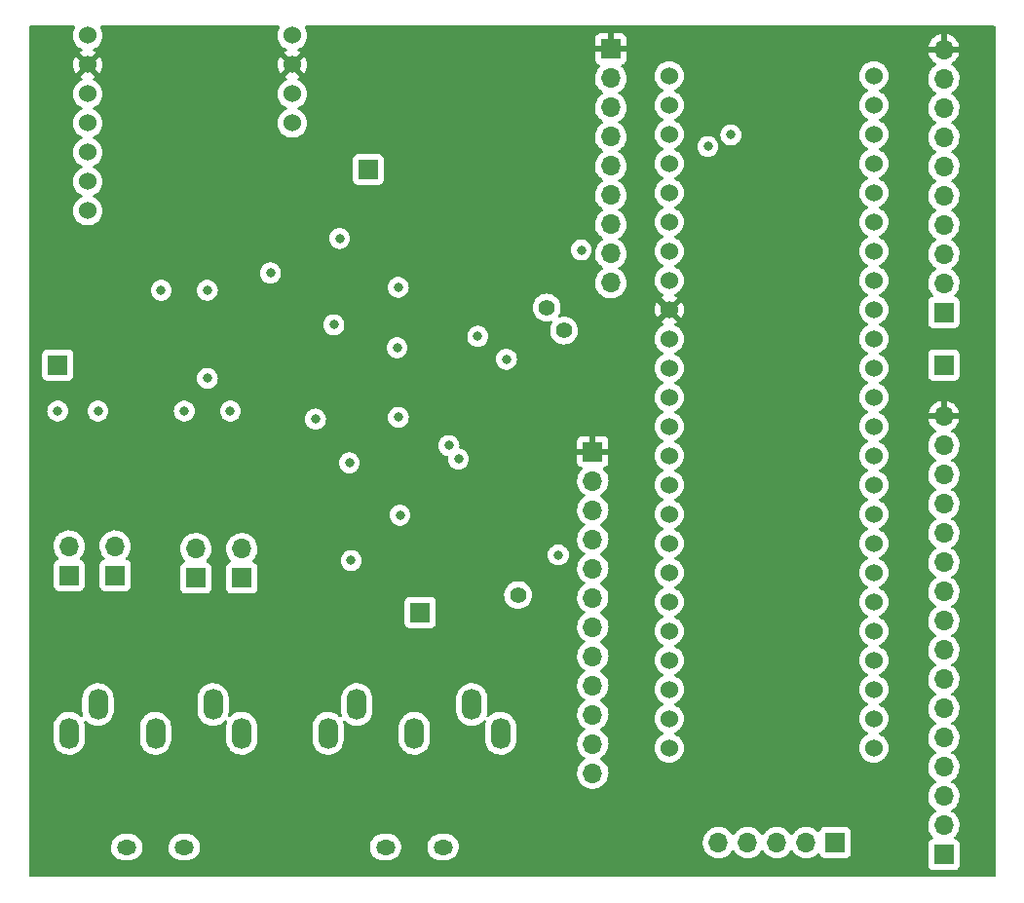
<source format=gbr>
%TF.GenerationSoftware,KiCad,Pcbnew,6.0.11+dfsg-1*%
%TF.CreationDate,2024-04-01T21:04:22+01:00*%
%TF.ProjectId,filestick-prototype,66696c65-7374-4696-936b-2d70726f746f,rev?*%
%TF.SameCoordinates,Original*%
%TF.FileFunction,Copper,L2,Inr*%
%TF.FilePolarity,Positive*%
%FSLAX46Y46*%
G04 Gerber Fmt 4.6, Leading zero omitted, Abs format (unit mm)*
G04 Created by KiCad (PCBNEW 6.0.11+dfsg-1) date 2024-04-01 21:04:22*
%MOMM*%
%LPD*%
G01*
G04 APERTURE LIST*
%TA.AperFunction,ComponentPad*%
%ADD10O,1.700000X2.700000*%
%TD*%
%TA.AperFunction,ComponentPad*%
%ADD11O,1.700000X1.300000*%
%TD*%
%TA.AperFunction,ComponentPad*%
%ADD12R,1.700000X1.700000*%
%TD*%
%TA.AperFunction,ComponentPad*%
%ADD13O,1.700000X1.700000*%
%TD*%
%TA.AperFunction,ComponentPad*%
%ADD14C,1.524000*%
%TD*%
%TA.AperFunction,ViaPad*%
%ADD15C,0.800000*%
%TD*%
%TA.AperFunction,ViaPad*%
%ADD16C,1.400000*%
%TD*%
G04 APERTURE END LIST*
D10*
%TO.N,/DATA+*%
%TO.C,J1*%
X131500000Y-114005000D03*
%TO.N,GND*%
X139000000Y-114005000D03*
%TO.N,/CLK-*%
X146500000Y-114005000D03*
%TO.N,/DATA-*%
X134000000Y-111505000D03*
%TO.N,/CLK+*%
X144000000Y-111505000D03*
D11*
%TO.N,N/C*%
X141500000Y-123905000D03*
X136500000Y-123905000D03*
%TD*%
D12*
%TO.N,+3.3V*%
%TO.C,TP2*%
X154500000Y-89525000D03*
D13*
%TO.N,/COLLISION_DETECT*%
X154500000Y-92065000D03*
%TO.N,/TERM_EN*%
X154500000Y-94605000D03*
%TO.N,/COLLISION_REF_PWM*%
X154500000Y-97145000D03*
%TO.N,Net-(TP2-Pad5)*%
X154500000Y-99685000D03*
%TO.N,/ECONET_CLKIO*%
X154500000Y-102225000D03*
%TO.N,/ECONET_RXD*%
X154500000Y-104765000D03*
%TO.N,/ECONET_TXD*%
X154500000Y-107305000D03*
%TO.N,/ECONET_TXEN*%
X154500000Y-109845000D03*
%TO.N,/ECONET_CLKEN*%
X154500000Y-112385000D03*
%TO.N,Net-(TP2-Pad11)*%
X154500000Y-114925000D03*
%TO.N,GND*%
X154500000Y-117465000D03*
%TD*%
D12*
%TO.N,Net-(TP3-Pad1)*%
%TO.C,TP3*%
X185000000Y-82000000D03*
%TD*%
%TO.N,/CLK-*%
%TO.C,JP1*%
X124000000Y-100500000D03*
D13*
%TO.N,/TERM_CLK-*%
X124000000Y-97960000D03*
%TD*%
D10*
%TO.N,/DATA-*%
%TO.C,J2*%
X109000000Y-114005000D03*
%TO.N,GND*%
X116500000Y-114005000D03*
%TO.N,/CLK-*%
X124000000Y-114005000D03*
%TO.N,/DATA+*%
X111500000Y-111505000D03*
%TO.N,/CLK+*%
X121500000Y-111505000D03*
D11*
%TO.N,N/C*%
X119000000Y-123905000D03*
X114000000Y-123905000D03*
%TD*%
D14*
%TO.N,GND*%
%TO.C,U5*%
X110610000Y-53357500D03*
%TO.N,+3.3V*%
X110610000Y-55897500D03*
%TO.N,/MOSI*%
X110610000Y-58437500D03*
%TO.N,/MISO*%
X110610000Y-60977500D03*
%TO.N,/SCK*%
X110610000Y-63517500D03*
%TO.N,/SD_SS*%
X110610000Y-66057500D03*
%TO.N,/SD_CD*%
X110610000Y-68597500D03*
%TO.N,unconnected-(U5-Pad8)*%
X128390000Y-60977500D03*
%TO.N,unconnected-(U5-Pad9)*%
X128390000Y-58437500D03*
%TO.N,+3.3V*%
X128390000Y-55897500D03*
%TO.N,GND*%
X128390000Y-53357500D03*
%TD*%
D12*
%TO.N,+3.3V*%
%TO.C,J3*%
X156060000Y-54530000D03*
D13*
%TO.N,Net-(J3-Pad2)*%
X156060000Y-57070000D03*
%TO.N,Net-(J3-Pad3)*%
X156060000Y-59610000D03*
%TO.N,Net-(J3-Pad4)*%
X156060000Y-62150000D03*
%TO.N,Net-(J3-Pad5)*%
X156060000Y-64690000D03*
%TO.N,Net-(J3-Pad6)*%
X156060000Y-67230000D03*
%TO.N,Net-(J3-Pad7)*%
X156060000Y-69770000D03*
%TO.N,Net-(J3-Pad8)*%
X156060000Y-72310000D03*
%TO.N,GND*%
X156060000Y-74850000D03*
%TD*%
D12*
%TO.N,/DATA-*%
%TO.C,JP3*%
X109000000Y-100275000D03*
D13*
%TO.N,/TERM_DATA-*%
X109000000Y-97735000D03*
%TD*%
D12*
%TO.N,GND*%
%TO.C,J5*%
X185000000Y-124550000D03*
D13*
%TO.N,Net-(J5-Pad2)*%
X185000000Y-122010000D03*
%TO.N,Net-(J5-Pad3)*%
X185000000Y-119470000D03*
%TO.N,Net-(J5-Pad4)*%
X185000000Y-116930000D03*
%TO.N,Net-(J5-Pad5)*%
X185000000Y-114390000D03*
%TO.N,Net-(J5-Pad6)*%
X185000000Y-111850000D03*
%TO.N,Net-(J5-Pad7)*%
X185000000Y-109310000D03*
%TO.N,Net-(J5-Pad8)*%
X185000000Y-106770000D03*
%TO.N,Net-(J5-Pad9)*%
X185000000Y-104230000D03*
%TO.N,Net-(J5-Pad10)*%
X185000000Y-101690000D03*
%TO.N,Net-(J5-Pad11)*%
X185000000Y-99150000D03*
%TO.N,Net-(J5-Pad12)*%
X185000000Y-96610000D03*
%TO.N,Net-(J5-Pad13)*%
X185000000Y-94070000D03*
%TO.N,Net-(J5-Pad14)*%
X185000000Y-91530000D03*
%TO.N,/GPIO_20*%
X185000000Y-88990000D03*
%TO.N,+3.3V*%
X185000000Y-86450000D03*
%TD*%
D12*
%TO.N,/DATA+*%
%TO.C,JP4*%
X113000000Y-100275000D03*
D13*
%TO.N,/TERM_DATA+*%
X113000000Y-97735000D03*
%TD*%
D14*
%TO.N,GND*%
%TO.C,U4*%
X161140000Y-56870000D03*
%TO.N,Net-(J3-Pad2)*%
X161140000Y-59410000D03*
%TO.N,Net-(SW1-Pad2)*%
X161140000Y-61950000D03*
%TO.N,Net-(J3-Pad3)*%
X161140000Y-64490000D03*
%TO.N,Net-(J3-Pad4)*%
X161140000Y-67030000D03*
%TO.N,Net-(J3-Pad5)*%
X161140000Y-69570000D03*
%TO.N,Net-(J3-Pad6)*%
X161140000Y-72110000D03*
%TO.N,+5V*%
X161140000Y-74650000D03*
%TO.N,+3.3V*%
X161140000Y-77190000D03*
%TO.N,GND*%
X161140000Y-79730000D03*
%TO.N,Net-(J3-Pad7)*%
X161140000Y-82270000D03*
%TO.N,Net-(J3-Pad8)*%
X161140000Y-84810000D03*
%TO.N,Net-(J4-Pad4)*%
X161140000Y-87350000D03*
%TO.N,Net-(J4-Pad5)*%
X161140000Y-89890000D03*
%TO.N,/COLLISION_DETECT*%
X161140000Y-92430000D03*
%TO.N,/TERM_EN*%
X161140000Y-94970000D03*
%TO.N,/COLLISION_REF_PWM*%
X161140000Y-97510000D03*
%TO.N,Net-(TP2-Pad5)*%
X161140000Y-100050000D03*
%TO.N,/ECONET_CLKIO*%
X161140000Y-102590000D03*
%TO.N,/ECONET_RXD*%
X161140000Y-105130000D03*
%TO.N,/ECONET_TXD*%
X161140000Y-107670000D03*
%TO.N,/ECONET_TXEN*%
X161140000Y-110210000D03*
%TO.N,/ECONET_CLKEN*%
X161140000Y-112750000D03*
%TO.N,Net-(TP2-Pad11)*%
X161140000Y-115290000D03*
%TO.N,Net-(J5-Pad2)*%
X178920000Y-115290000D03*
%TO.N,Net-(J5-Pad3)*%
X178920000Y-112750000D03*
%TO.N,Net-(J5-Pad4)*%
X178920000Y-110210000D03*
%TO.N,Net-(J5-Pad5)*%
X178920000Y-107670000D03*
%TO.N,Net-(J5-Pad6)*%
X178920000Y-105130000D03*
%TO.N,Net-(J5-Pad7)*%
X178920000Y-102590000D03*
%TO.N,Net-(J5-Pad8)*%
X178920000Y-100050000D03*
%TO.N,Net-(J5-Pad9)*%
X178920000Y-97510000D03*
%TO.N,Net-(J5-Pad10)*%
X178920000Y-94970000D03*
%TO.N,Net-(J5-Pad11)*%
X178920000Y-92430000D03*
%TO.N,Net-(J5-Pad12)*%
X178920000Y-89890000D03*
%TO.N,Net-(J5-Pad13)*%
X178920000Y-87350000D03*
%TO.N,Net-(J5-Pad14)*%
X178920000Y-84810000D03*
%TO.N,/SD_CD*%
X178920000Y-82270000D03*
%TO.N,/SS3*%
X178920000Y-79730000D03*
%TO.N,/SS2*%
X178920000Y-77190000D03*
%TO.N,GND*%
X178920000Y-74650000D03*
%TO.N,Net-(TP3-Pad1)*%
X178920000Y-72110000D03*
%TO.N,/SD_SS*%
X178920000Y-69570000D03*
%TO.N,/GPIO_20*%
X178920000Y-67030000D03*
%TO.N,/MOSI*%
X178920000Y-64490000D03*
%TO.N,/MISO*%
X178920000Y-61950000D03*
%TO.N,/SCK*%
X178920000Y-59410000D03*
%TO.N,/FLASH_SS*%
X178920000Y-56870000D03*
%TD*%
D12*
%TO.N,/CLK+*%
%TO.C,JP2*%
X120000000Y-100500000D03*
D13*
%TO.N,/TERM_CLK+*%
X120000000Y-97960000D03*
%TD*%
D12*
%TO.N,GND*%
%TO.C,J6*%
X185000000Y-77425000D03*
D13*
%TO.N,/SD_CD*%
X185000000Y-74885000D03*
%TO.N,/SS3*%
X185000000Y-72345000D03*
%TO.N,/SS2*%
X185000000Y-69805000D03*
%TO.N,/SD_SS*%
X185000000Y-67265000D03*
%TO.N,/MOSI*%
X185000000Y-64725000D03*
%TO.N,/MISO*%
X185000000Y-62185000D03*
%TO.N,/SCK*%
X185000000Y-59645000D03*
%TO.N,/FLASH_SS*%
X185000000Y-57105000D03*
%TO.N,+3.3V*%
X185000000Y-54565000D03*
%TD*%
D12*
%TO.N,/COLLISION_MON*%
%TO.C,TP4*%
X135000000Y-65000000D03*
%TD*%
%TO.N,/VDD_TX*%
%TO.C,TP5*%
X139500000Y-103500000D03*
%TD*%
%TO.N,GND*%
%TO.C,J4*%
X175575000Y-123500000D03*
D13*
%TO.N,unconnected-(J4-Pad2)*%
X173035000Y-123500000D03*
%TO.N,unconnected-(J4-Pad3)*%
X170495000Y-123500000D03*
%TO.N,Net-(J4-Pad4)*%
X167955000Y-123500000D03*
%TO.N,Net-(J4-Pad5)*%
X165415000Y-123500000D03*
%TD*%
D12*
%TO.N,/TERM_EN_9V*%
%TO.C,TP1*%
X108000000Y-82000000D03*
%TD*%
D15*
%TO.N,+3.3V*%
X145500000Y-62000000D03*
X142500000Y-74500000D03*
D16*
X133000000Y-101000000D03*
X137000000Y-92500000D03*
D15*
%TO.N,GND*%
X133350000Y-90500000D03*
X137600000Y-75250000D03*
D16*
X148000000Y-102000000D03*
D15*
X137750000Y-95050000D03*
D16*
X152000000Y-79000000D03*
D15*
X137600000Y-86550000D03*
X133500000Y-99000000D03*
X130400000Y-86700000D03*
X121000000Y-83150000D03*
X153500000Y-72000000D03*
%TO.N,/VDD_TX*%
X144500000Y-79500000D03*
X132500000Y-71000000D03*
D16*
%TO.N,+5V*%
X150500000Y-77000000D03*
D15*
%TO.N,/TERM_EN*%
X132000000Y-78500000D03*
X117000000Y-75500000D03*
X121000000Y-75500000D03*
%TO.N,/CLK-*%
X142835522Y-90164478D03*
%TO.N,/CLK+*%
X142000000Y-89000000D03*
%TO.N,/MISO*%
X166500000Y-62000000D03*
%TO.N,/SCK*%
X164500000Y-63000000D03*
%TO.N,/TERM_LO*%
X147000000Y-81500000D03*
X108000000Y-86000000D03*
%TO.N,/TERM_HI*%
X111500000Y-86000000D03*
X137500000Y-80500000D03*
%TO.N,Net-(Q3-Pad2)*%
X123000000Y-86000000D03*
X119000000Y-86000000D03*
%TO.N,/ECONET_CLKEN*%
X151500000Y-98500000D03*
%TO.N,/COLLISION_REF_PWM*%
X126500000Y-74000000D03*
%TD*%
%TA.AperFunction,Conductor*%
%TO.N,+3.3V*%
G36*
X109479560Y-52528502D02*
G01*
X109526053Y-52582158D01*
X109536157Y-52652432D01*
X109514651Y-52706772D01*
X109505512Y-52719824D01*
X109503189Y-52724806D01*
X109503186Y-52724811D01*
X109413883Y-52916322D01*
X109411560Y-52921304D01*
X109354022Y-53136037D01*
X109334647Y-53357500D01*
X109354022Y-53578963D01*
X109411560Y-53793696D01*
X109413882Y-53798677D01*
X109413883Y-53798678D01*
X109503186Y-53990189D01*
X109503189Y-53990194D01*
X109505512Y-53995176D01*
X109508668Y-53999683D01*
X109508669Y-53999685D01*
X109593702Y-54121124D01*
X109633023Y-54177281D01*
X109790219Y-54334477D01*
X109794727Y-54337634D01*
X109794730Y-54337636D01*
X109870495Y-54390687D01*
X109972323Y-54461988D01*
X109977305Y-54464311D01*
X109977310Y-54464314D01*
X110082965Y-54513581D01*
X110136250Y-54560498D01*
X110155711Y-54628775D01*
X110135169Y-54696735D01*
X110082965Y-54741971D01*
X109977559Y-54791123D01*
X109968068Y-54796603D01*
X109924235Y-54827294D01*
X109915860Y-54837771D01*
X109922928Y-54851218D01*
X110597188Y-55525478D01*
X110611132Y-55533092D01*
X110612965Y-55532961D01*
X110619580Y-55528710D01*
X111297793Y-54850497D01*
X111304223Y-54838723D01*
X111294926Y-54826707D01*
X111251931Y-54796602D01*
X111242445Y-54791124D01*
X111137035Y-54741971D01*
X111083750Y-54695054D01*
X111064289Y-54626777D01*
X111084831Y-54558817D01*
X111137035Y-54513581D01*
X111242690Y-54464314D01*
X111242695Y-54464311D01*
X111247677Y-54461988D01*
X111349505Y-54390687D01*
X111425270Y-54337636D01*
X111425273Y-54337634D01*
X111429781Y-54334477D01*
X111586977Y-54177281D01*
X111626299Y-54121124D01*
X111711331Y-53999685D01*
X111711332Y-53999683D01*
X111714488Y-53995176D01*
X111716811Y-53990194D01*
X111716814Y-53990189D01*
X111806117Y-53798678D01*
X111806118Y-53798677D01*
X111808440Y-53793696D01*
X111865978Y-53578963D01*
X111885353Y-53357500D01*
X111865978Y-53136037D01*
X111808440Y-52921304D01*
X111806117Y-52916322D01*
X111716814Y-52724811D01*
X111716811Y-52724806D01*
X111714488Y-52719824D01*
X111705349Y-52706772D01*
X111682660Y-52639498D01*
X111699944Y-52570637D01*
X111751714Y-52522053D01*
X111808561Y-52508500D01*
X127191439Y-52508500D01*
X127259560Y-52528502D01*
X127306053Y-52582158D01*
X127316157Y-52652432D01*
X127294651Y-52706772D01*
X127285512Y-52719824D01*
X127283189Y-52724806D01*
X127283186Y-52724811D01*
X127193883Y-52916322D01*
X127191560Y-52921304D01*
X127134022Y-53136037D01*
X127114647Y-53357500D01*
X127134022Y-53578963D01*
X127191560Y-53793696D01*
X127193882Y-53798677D01*
X127193883Y-53798678D01*
X127283186Y-53990189D01*
X127283189Y-53990194D01*
X127285512Y-53995176D01*
X127288668Y-53999683D01*
X127288669Y-53999685D01*
X127373702Y-54121124D01*
X127413023Y-54177281D01*
X127570219Y-54334477D01*
X127574727Y-54337634D01*
X127574730Y-54337636D01*
X127650495Y-54390687D01*
X127752323Y-54461988D01*
X127757305Y-54464311D01*
X127757310Y-54464314D01*
X127862965Y-54513581D01*
X127916250Y-54560498D01*
X127935711Y-54628775D01*
X127915169Y-54696735D01*
X127862965Y-54741971D01*
X127757559Y-54791123D01*
X127748068Y-54796603D01*
X127704235Y-54827294D01*
X127695860Y-54837771D01*
X127702928Y-54851218D01*
X128377188Y-55525478D01*
X128391132Y-55533092D01*
X128392965Y-55532961D01*
X128399580Y-55528710D01*
X129077793Y-54850497D01*
X129084223Y-54838723D01*
X129074926Y-54826707D01*
X129031931Y-54796602D01*
X129022445Y-54791124D01*
X128917035Y-54741971D01*
X128863750Y-54695054D01*
X128844289Y-54626777D01*
X128864831Y-54558817D01*
X128917035Y-54513581D01*
X129022690Y-54464314D01*
X129022695Y-54464311D01*
X129027677Y-54461988D01*
X129129505Y-54390687D01*
X129205270Y-54337636D01*
X129205273Y-54337634D01*
X129209781Y-54334477D01*
X129245075Y-54299183D01*
X183664389Y-54299183D01*
X183665912Y-54307607D01*
X183678292Y-54311000D01*
X184727885Y-54311000D01*
X184743124Y-54306525D01*
X184744329Y-54305135D01*
X184746000Y-54297452D01*
X184746000Y-54292885D01*
X185254000Y-54292885D01*
X185258475Y-54308124D01*
X185259865Y-54309329D01*
X185267548Y-54311000D01*
X186318344Y-54311000D01*
X186331875Y-54307027D01*
X186333180Y-54297947D01*
X186291214Y-54130875D01*
X186287894Y-54121124D01*
X186202972Y-53925814D01*
X186198105Y-53916739D01*
X186082426Y-53737926D01*
X186076136Y-53729757D01*
X185932806Y-53572240D01*
X185925273Y-53565215D01*
X185758139Y-53433222D01*
X185749552Y-53427517D01*
X185563117Y-53324599D01*
X185553705Y-53320369D01*
X185352959Y-53249280D01*
X185342988Y-53246646D01*
X185271837Y-53233972D01*
X185258540Y-53235432D01*
X185254000Y-53249989D01*
X185254000Y-54292885D01*
X184746000Y-54292885D01*
X184746000Y-53248102D01*
X184742082Y-53234758D01*
X184727806Y-53232771D01*
X184689324Y-53238660D01*
X184679288Y-53241051D01*
X184476868Y-53307212D01*
X184467359Y-53311209D01*
X184278463Y-53409542D01*
X184269738Y-53415036D01*
X184099433Y-53542905D01*
X184091726Y-53549748D01*
X183944590Y-53703717D01*
X183938104Y-53711727D01*
X183818098Y-53887649D01*
X183813000Y-53896623D01*
X183723338Y-54089783D01*
X183719775Y-54099470D01*
X183664389Y-54299183D01*
X129245075Y-54299183D01*
X129286373Y-54257885D01*
X154702000Y-54257885D01*
X154706475Y-54273124D01*
X154707865Y-54274329D01*
X154715548Y-54276000D01*
X155787885Y-54276000D01*
X155803124Y-54271525D01*
X155804329Y-54270135D01*
X155806000Y-54262452D01*
X155806000Y-54257885D01*
X156314000Y-54257885D01*
X156318475Y-54273124D01*
X156319865Y-54274329D01*
X156327548Y-54276000D01*
X157399884Y-54276000D01*
X157415123Y-54271525D01*
X157416328Y-54270135D01*
X157417999Y-54262452D01*
X157417999Y-53635331D01*
X157417629Y-53628510D01*
X157412105Y-53577648D01*
X157408479Y-53562396D01*
X157363324Y-53441946D01*
X157354786Y-53426351D01*
X157278285Y-53324276D01*
X157265724Y-53311715D01*
X157163649Y-53235214D01*
X157148054Y-53226676D01*
X157027606Y-53181522D01*
X157012351Y-53177895D01*
X156961486Y-53172369D01*
X156954672Y-53172000D01*
X156332115Y-53172000D01*
X156316876Y-53176475D01*
X156315671Y-53177865D01*
X156314000Y-53185548D01*
X156314000Y-54257885D01*
X155806000Y-54257885D01*
X155806000Y-53190116D01*
X155801525Y-53174877D01*
X155800135Y-53173672D01*
X155792452Y-53172001D01*
X155165331Y-53172001D01*
X155158510Y-53172371D01*
X155107648Y-53177895D01*
X155092396Y-53181521D01*
X154971946Y-53226676D01*
X154956351Y-53235214D01*
X154854276Y-53311715D01*
X154841715Y-53324276D01*
X154765214Y-53426351D01*
X154756676Y-53441946D01*
X154711522Y-53562394D01*
X154707895Y-53577649D01*
X154702369Y-53628514D01*
X154702000Y-53635328D01*
X154702000Y-54257885D01*
X129286373Y-54257885D01*
X129366977Y-54177281D01*
X129406299Y-54121124D01*
X129491331Y-53999685D01*
X129491332Y-53999683D01*
X129494488Y-53995176D01*
X129496811Y-53990194D01*
X129496814Y-53990189D01*
X129586117Y-53798678D01*
X129586118Y-53798677D01*
X129588440Y-53793696D01*
X129645978Y-53578963D01*
X129665353Y-53357500D01*
X129645978Y-53136037D01*
X129588440Y-52921304D01*
X129586117Y-52916322D01*
X129496814Y-52724811D01*
X129496811Y-52724806D01*
X129494488Y-52719824D01*
X129485349Y-52706772D01*
X129462660Y-52639498D01*
X129479944Y-52570637D01*
X129531714Y-52522053D01*
X129588561Y-52508500D01*
X189365500Y-52508500D01*
X189433621Y-52528502D01*
X189480114Y-52582158D01*
X189491500Y-52634500D01*
X189491500Y-126365500D01*
X189471498Y-126433621D01*
X189417842Y-126480114D01*
X189365500Y-126491500D01*
X105634500Y-126491500D01*
X105566379Y-126471498D01*
X105519886Y-126417842D01*
X105508500Y-126365500D01*
X105508500Y-123996284D01*
X112640124Y-123996284D01*
X112641103Y-124001981D01*
X112641103Y-124001982D01*
X112668231Y-124159857D01*
X112676181Y-124206126D01*
X112749875Y-124405884D01*
X112858739Y-124588866D01*
X112999125Y-124748946D01*
X113166333Y-124880762D01*
X113171444Y-124883451D01*
X113171447Y-124883453D01*
X113274961Y-124937915D01*
X113354762Y-124979900D01*
X113360283Y-124981614D01*
X113360287Y-124981616D01*
X113530623Y-125034506D01*
X113558102Y-125043039D01*
X113730982Y-125063500D01*
X114254013Y-125063500D01*
X114339645Y-125055632D01*
X114406270Y-125049510D01*
X114406273Y-125049509D01*
X114412024Y-125048981D01*
X114433093Y-125043039D01*
X114611389Y-124992754D01*
X114611391Y-124992753D01*
X114616948Y-124991186D01*
X114622123Y-124988634D01*
X114622128Y-124988632D01*
X114802727Y-124899570D01*
X114807908Y-124897015D01*
X114978509Y-124769622D01*
X115123037Y-124613271D01*
X115236653Y-124433201D01*
X115315551Y-124235441D01*
X115320305Y-124211544D01*
X115355962Y-124032282D01*
X115355962Y-124032280D01*
X115357089Y-124026615D01*
X115357412Y-124001982D01*
X115357487Y-123996284D01*
X117640124Y-123996284D01*
X117641103Y-124001981D01*
X117641103Y-124001982D01*
X117668231Y-124159857D01*
X117676181Y-124206126D01*
X117749875Y-124405884D01*
X117858739Y-124588866D01*
X117999125Y-124748946D01*
X118166333Y-124880762D01*
X118171444Y-124883451D01*
X118171447Y-124883453D01*
X118274961Y-124937915D01*
X118354762Y-124979900D01*
X118360283Y-124981614D01*
X118360287Y-124981616D01*
X118530623Y-125034506D01*
X118558102Y-125043039D01*
X118730982Y-125063500D01*
X119254013Y-125063500D01*
X119339645Y-125055632D01*
X119406270Y-125049510D01*
X119406273Y-125049509D01*
X119412024Y-125048981D01*
X119433093Y-125043039D01*
X119611389Y-124992754D01*
X119611391Y-124992753D01*
X119616948Y-124991186D01*
X119622123Y-124988634D01*
X119622128Y-124988632D01*
X119802727Y-124899570D01*
X119807908Y-124897015D01*
X119978509Y-124769622D01*
X120123037Y-124613271D01*
X120236653Y-124433201D01*
X120315551Y-124235441D01*
X120320305Y-124211544D01*
X120355962Y-124032282D01*
X120355962Y-124032280D01*
X120357089Y-124026615D01*
X120357412Y-124001982D01*
X120357487Y-123996284D01*
X135140124Y-123996284D01*
X135141103Y-124001981D01*
X135141103Y-124001982D01*
X135168231Y-124159857D01*
X135176181Y-124206126D01*
X135249875Y-124405884D01*
X135358739Y-124588866D01*
X135499125Y-124748946D01*
X135666333Y-124880762D01*
X135671444Y-124883451D01*
X135671447Y-124883453D01*
X135774961Y-124937915D01*
X135854762Y-124979900D01*
X135860283Y-124981614D01*
X135860287Y-124981616D01*
X136030623Y-125034506D01*
X136058102Y-125043039D01*
X136230982Y-125063500D01*
X136754013Y-125063500D01*
X136839645Y-125055632D01*
X136906270Y-125049510D01*
X136906273Y-125049509D01*
X136912024Y-125048981D01*
X136933093Y-125043039D01*
X137111389Y-124992754D01*
X137111391Y-124992753D01*
X137116948Y-124991186D01*
X137122123Y-124988634D01*
X137122128Y-124988632D01*
X137302727Y-124899570D01*
X137307908Y-124897015D01*
X137478509Y-124769622D01*
X137623037Y-124613271D01*
X137736653Y-124433201D01*
X137815551Y-124235441D01*
X137820305Y-124211544D01*
X137855962Y-124032282D01*
X137855962Y-124032280D01*
X137857089Y-124026615D01*
X137857412Y-124001982D01*
X137857487Y-123996284D01*
X140140124Y-123996284D01*
X140141103Y-124001981D01*
X140141103Y-124001982D01*
X140168231Y-124159857D01*
X140176181Y-124206126D01*
X140249875Y-124405884D01*
X140358739Y-124588866D01*
X140499125Y-124748946D01*
X140666333Y-124880762D01*
X140671444Y-124883451D01*
X140671447Y-124883453D01*
X140774961Y-124937915D01*
X140854762Y-124979900D01*
X140860283Y-124981614D01*
X140860287Y-124981616D01*
X141030623Y-125034506D01*
X141058102Y-125043039D01*
X141230982Y-125063500D01*
X141754013Y-125063500D01*
X141839645Y-125055632D01*
X141906270Y-125049510D01*
X141906273Y-125049509D01*
X141912024Y-125048981D01*
X141933093Y-125043039D01*
X142111389Y-124992754D01*
X142111391Y-124992753D01*
X142116948Y-124991186D01*
X142122123Y-124988634D01*
X142122128Y-124988632D01*
X142302727Y-124899570D01*
X142307908Y-124897015D01*
X142478509Y-124769622D01*
X142623037Y-124613271D01*
X142736653Y-124433201D01*
X142815551Y-124235441D01*
X142820305Y-124211544D01*
X142855962Y-124032282D01*
X142855962Y-124032280D01*
X142857089Y-124026615D01*
X142857412Y-124001982D01*
X142859800Y-123819498D01*
X142859876Y-123813716D01*
X142854664Y-123783385D01*
X142824797Y-123609564D01*
X142824796Y-123609561D01*
X142823819Y-123603874D01*
X142773211Y-123466695D01*
X164052251Y-123466695D01*
X164052548Y-123471848D01*
X164052548Y-123471851D01*
X164062732Y-123648469D01*
X164065110Y-123689715D01*
X164066247Y-123694761D01*
X164066248Y-123694767D01*
X164086220Y-123783385D01*
X164114222Y-123907639D01*
X164198266Y-124114616D01*
X164235685Y-124175678D01*
X164312291Y-124300688D01*
X164314987Y-124305088D01*
X164461250Y-124473938D01*
X164633126Y-124616632D01*
X164826000Y-124729338D01*
X165034692Y-124809030D01*
X165039760Y-124810061D01*
X165039763Y-124810062D01*
X165147017Y-124831883D01*
X165253597Y-124853567D01*
X165258772Y-124853757D01*
X165258774Y-124853757D01*
X165471673Y-124861564D01*
X165471677Y-124861564D01*
X165476837Y-124861753D01*
X165481957Y-124861097D01*
X165481959Y-124861097D01*
X165693288Y-124834025D01*
X165693289Y-124834025D01*
X165698416Y-124833368D01*
X165703366Y-124831883D01*
X165907429Y-124770661D01*
X165907434Y-124770659D01*
X165912384Y-124769174D01*
X166112994Y-124670896D01*
X166294860Y-124541173D01*
X166453096Y-124383489D01*
X166512594Y-124300689D01*
X166583453Y-124202077D01*
X166584776Y-124203028D01*
X166631645Y-124159857D01*
X166701580Y-124147625D01*
X166767026Y-124175144D01*
X166794875Y-124206994D01*
X166810852Y-124233066D01*
X166854987Y-124305088D01*
X167001250Y-124473938D01*
X167173126Y-124616632D01*
X167366000Y-124729338D01*
X167574692Y-124809030D01*
X167579760Y-124810061D01*
X167579763Y-124810062D01*
X167687017Y-124831883D01*
X167793597Y-124853567D01*
X167798772Y-124853757D01*
X167798774Y-124853757D01*
X168011673Y-124861564D01*
X168011677Y-124861564D01*
X168016837Y-124861753D01*
X168021957Y-124861097D01*
X168021959Y-124861097D01*
X168233288Y-124834025D01*
X168233289Y-124834025D01*
X168238416Y-124833368D01*
X168243366Y-124831883D01*
X168447429Y-124770661D01*
X168447434Y-124770659D01*
X168452384Y-124769174D01*
X168652994Y-124670896D01*
X168834860Y-124541173D01*
X168993096Y-124383489D01*
X169052594Y-124300689D01*
X169123453Y-124202077D01*
X169124776Y-124203028D01*
X169171645Y-124159857D01*
X169241580Y-124147625D01*
X169307026Y-124175144D01*
X169334875Y-124206994D01*
X169350852Y-124233066D01*
X169394987Y-124305088D01*
X169541250Y-124473938D01*
X169713126Y-124616632D01*
X169906000Y-124729338D01*
X170114692Y-124809030D01*
X170119760Y-124810061D01*
X170119763Y-124810062D01*
X170227017Y-124831883D01*
X170333597Y-124853567D01*
X170338772Y-124853757D01*
X170338774Y-124853757D01*
X170551673Y-124861564D01*
X170551677Y-124861564D01*
X170556837Y-124861753D01*
X170561957Y-124861097D01*
X170561959Y-124861097D01*
X170773288Y-124834025D01*
X170773289Y-124834025D01*
X170778416Y-124833368D01*
X170783366Y-124831883D01*
X170987429Y-124770661D01*
X170987434Y-124770659D01*
X170992384Y-124769174D01*
X171192994Y-124670896D01*
X171374860Y-124541173D01*
X171533096Y-124383489D01*
X171592594Y-124300689D01*
X171663453Y-124202077D01*
X171664776Y-124203028D01*
X171711645Y-124159857D01*
X171781580Y-124147625D01*
X171847026Y-124175144D01*
X171874875Y-124206994D01*
X171890852Y-124233066D01*
X171934987Y-124305088D01*
X172081250Y-124473938D01*
X172253126Y-124616632D01*
X172446000Y-124729338D01*
X172654692Y-124809030D01*
X172659760Y-124810061D01*
X172659763Y-124810062D01*
X172767017Y-124831883D01*
X172873597Y-124853567D01*
X172878772Y-124853757D01*
X172878774Y-124853757D01*
X173091673Y-124861564D01*
X173091677Y-124861564D01*
X173096837Y-124861753D01*
X173101957Y-124861097D01*
X173101959Y-124861097D01*
X173313288Y-124834025D01*
X173313289Y-124834025D01*
X173318416Y-124833368D01*
X173323366Y-124831883D01*
X173527429Y-124770661D01*
X173527434Y-124770659D01*
X173532384Y-124769174D01*
X173732994Y-124670896D01*
X173914860Y-124541173D01*
X174023091Y-124433319D01*
X174085462Y-124399404D01*
X174156268Y-124404592D01*
X174213030Y-124447238D01*
X174230012Y-124478341D01*
X174274385Y-124596705D01*
X174361739Y-124713261D01*
X174478295Y-124800615D01*
X174614684Y-124851745D01*
X174676866Y-124858500D01*
X176473134Y-124858500D01*
X176535316Y-124851745D01*
X176671705Y-124800615D01*
X176788261Y-124713261D01*
X176875615Y-124596705D01*
X176926745Y-124460316D01*
X176933500Y-124398134D01*
X176933500Y-122601866D01*
X176926745Y-122539684D01*
X176875615Y-122403295D01*
X176788261Y-122286739D01*
X176671705Y-122199385D01*
X176535316Y-122148255D01*
X176473134Y-122141500D01*
X174676866Y-122141500D01*
X174614684Y-122148255D01*
X174478295Y-122199385D01*
X174361739Y-122286739D01*
X174274385Y-122403295D01*
X174271233Y-122411703D01*
X174229919Y-122521907D01*
X174187277Y-122578671D01*
X174120716Y-122603371D01*
X174051367Y-122588163D01*
X174018743Y-122562476D01*
X173968151Y-122506875D01*
X173968142Y-122506866D01*
X173964670Y-122503051D01*
X173960619Y-122499852D01*
X173960615Y-122499848D01*
X173793414Y-122367800D01*
X173793410Y-122367798D01*
X173789359Y-122364598D01*
X173593789Y-122256638D01*
X173588920Y-122254914D01*
X173588916Y-122254912D01*
X173388087Y-122183795D01*
X173388083Y-122183794D01*
X173383212Y-122182069D01*
X173378119Y-122181162D01*
X173378116Y-122181161D01*
X173168373Y-122143800D01*
X173168367Y-122143799D01*
X173163284Y-122142894D01*
X173089452Y-122141992D01*
X172945081Y-122140228D01*
X172945079Y-122140228D01*
X172939911Y-122140165D01*
X172719091Y-122173955D01*
X172506756Y-122243357D01*
X172308607Y-122346507D01*
X172304474Y-122349610D01*
X172304471Y-122349612D01*
X172134100Y-122477530D01*
X172129965Y-122480635D01*
X172090525Y-122521907D01*
X172036280Y-122578671D01*
X171975629Y-122642138D01*
X171868201Y-122799621D01*
X171813293Y-122844621D01*
X171742768Y-122852792D01*
X171679021Y-122821538D01*
X171658324Y-122797054D01*
X171577822Y-122672617D01*
X171577820Y-122672614D01*
X171575014Y-122668277D01*
X171424670Y-122503051D01*
X171420619Y-122499852D01*
X171420615Y-122499848D01*
X171253414Y-122367800D01*
X171253410Y-122367798D01*
X171249359Y-122364598D01*
X171053789Y-122256638D01*
X171048920Y-122254914D01*
X171048916Y-122254912D01*
X170848087Y-122183795D01*
X170848083Y-122183794D01*
X170843212Y-122182069D01*
X170838119Y-122181162D01*
X170838116Y-122181161D01*
X170628373Y-122143800D01*
X170628367Y-122143799D01*
X170623284Y-122142894D01*
X170549452Y-122141992D01*
X170405081Y-122140228D01*
X170405079Y-122140228D01*
X170399911Y-122140165D01*
X170179091Y-122173955D01*
X169966756Y-122243357D01*
X169768607Y-122346507D01*
X169764474Y-122349610D01*
X169764471Y-122349612D01*
X169594100Y-122477530D01*
X169589965Y-122480635D01*
X169550525Y-122521907D01*
X169496280Y-122578671D01*
X169435629Y-122642138D01*
X169328201Y-122799621D01*
X169273293Y-122844621D01*
X169202768Y-122852792D01*
X169139021Y-122821538D01*
X169118324Y-122797054D01*
X169037822Y-122672617D01*
X169037820Y-122672614D01*
X169035014Y-122668277D01*
X168884670Y-122503051D01*
X168880619Y-122499852D01*
X168880615Y-122499848D01*
X168713414Y-122367800D01*
X168713410Y-122367798D01*
X168709359Y-122364598D01*
X168513789Y-122256638D01*
X168508920Y-122254914D01*
X168508916Y-122254912D01*
X168308087Y-122183795D01*
X168308083Y-122183794D01*
X168303212Y-122182069D01*
X168298119Y-122181162D01*
X168298116Y-122181161D01*
X168088373Y-122143800D01*
X168088367Y-122143799D01*
X168083284Y-122142894D01*
X168009452Y-122141992D01*
X167865081Y-122140228D01*
X167865079Y-122140228D01*
X167859911Y-122140165D01*
X167639091Y-122173955D01*
X167426756Y-122243357D01*
X167228607Y-122346507D01*
X167224474Y-122349610D01*
X167224471Y-122349612D01*
X167054100Y-122477530D01*
X167049965Y-122480635D01*
X167010525Y-122521907D01*
X166956280Y-122578671D01*
X166895629Y-122642138D01*
X166788201Y-122799621D01*
X166733293Y-122844621D01*
X166662768Y-122852792D01*
X166599021Y-122821538D01*
X166578324Y-122797054D01*
X166497822Y-122672617D01*
X166497820Y-122672614D01*
X166495014Y-122668277D01*
X166344670Y-122503051D01*
X166340619Y-122499852D01*
X166340615Y-122499848D01*
X166173414Y-122367800D01*
X166173410Y-122367798D01*
X166169359Y-122364598D01*
X165973789Y-122256638D01*
X165968920Y-122254914D01*
X165968916Y-122254912D01*
X165768087Y-122183795D01*
X165768083Y-122183794D01*
X165763212Y-122182069D01*
X165758119Y-122181162D01*
X165758116Y-122181161D01*
X165548373Y-122143800D01*
X165548367Y-122143799D01*
X165543284Y-122142894D01*
X165469452Y-122141992D01*
X165325081Y-122140228D01*
X165325079Y-122140228D01*
X165319911Y-122140165D01*
X165099091Y-122173955D01*
X164886756Y-122243357D01*
X164688607Y-122346507D01*
X164684474Y-122349610D01*
X164684471Y-122349612D01*
X164514100Y-122477530D01*
X164509965Y-122480635D01*
X164470525Y-122521907D01*
X164416280Y-122578671D01*
X164355629Y-122642138D01*
X164229743Y-122826680D01*
X164197038Y-122897137D01*
X164153382Y-122991187D01*
X164135688Y-123029305D01*
X164075989Y-123244570D01*
X164052251Y-123466695D01*
X142773211Y-123466695D01*
X142750125Y-123404116D01*
X142658069Y-123249385D01*
X142644215Y-123226099D01*
X142644214Y-123226098D01*
X142641261Y-123221134D01*
X142500875Y-123061054D01*
X142333667Y-122929238D01*
X142328556Y-122926549D01*
X142328553Y-122926547D01*
X142188368Y-122852792D01*
X142145238Y-122830100D01*
X142139717Y-122828386D01*
X142139713Y-122828384D01*
X141947421Y-122768676D01*
X141947422Y-122768676D01*
X141941898Y-122766961D01*
X141769018Y-122746500D01*
X141245987Y-122746500D01*
X141160355Y-122754368D01*
X141093730Y-122760490D01*
X141093727Y-122760491D01*
X141087976Y-122761019D01*
X141082417Y-122762587D01*
X141082416Y-122762587D01*
X140888611Y-122817246D01*
X140888609Y-122817247D01*
X140883052Y-122818814D01*
X140877877Y-122821366D01*
X140877872Y-122821368D01*
X140697273Y-122910430D01*
X140692092Y-122912985D01*
X140521491Y-123040378D01*
X140376963Y-123196729D01*
X140263347Y-123376799D01*
X140184449Y-123574559D01*
X140183323Y-123580219D01*
X140183322Y-123580223D01*
X140168392Y-123655283D01*
X140142911Y-123783385D01*
X140142835Y-123789160D01*
X140142835Y-123789164D01*
X140142514Y-123813716D01*
X140140124Y-123996284D01*
X137857487Y-123996284D01*
X137859800Y-123819498D01*
X137859876Y-123813716D01*
X137854664Y-123783385D01*
X137824797Y-123609564D01*
X137824796Y-123609561D01*
X137823819Y-123603874D01*
X137750125Y-123404116D01*
X137658069Y-123249385D01*
X137644215Y-123226099D01*
X137644214Y-123226098D01*
X137641261Y-123221134D01*
X137500875Y-123061054D01*
X137333667Y-122929238D01*
X137328556Y-122926549D01*
X137328553Y-122926547D01*
X137188368Y-122852792D01*
X137145238Y-122830100D01*
X137139717Y-122828386D01*
X137139713Y-122828384D01*
X136947421Y-122768676D01*
X136947422Y-122768676D01*
X136941898Y-122766961D01*
X136769018Y-122746500D01*
X136245987Y-122746500D01*
X136160355Y-122754368D01*
X136093730Y-122760490D01*
X136093727Y-122760491D01*
X136087976Y-122761019D01*
X136082417Y-122762587D01*
X136082416Y-122762587D01*
X135888611Y-122817246D01*
X135888609Y-122817247D01*
X135883052Y-122818814D01*
X135877877Y-122821366D01*
X135877872Y-122821368D01*
X135697273Y-122910430D01*
X135692092Y-122912985D01*
X135521491Y-123040378D01*
X135376963Y-123196729D01*
X135263347Y-123376799D01*
X135184449Y-123574559D01*
X135183323Y-123580219D01*
X135183322Y-123580223D01*
X135168392Y-123655283D01*
X135142911Y-123783385D01*
X135142835Y-123789160D01*
X135142835Y-123789164D01*
X135142514Y-123813716D01*
X135140124Y-123996284D01*
X120357487Y-123996284D01*
X120359800Y-123819498D01*
X120359876Y-123813716D01*
X120354664Y-123783385D01*
X120324797Y-123609564D01*
X120324796Y-123609561D01*
X120323819Y-123603874D01*
X120250125Y-123404116D01*
X120158069Y-123249385D01*
X120144215Y-123226099D01*
X120144214Y-123226098D01*
X120141261Y-123221134D01*
X120000875Y-123061054D01*
X119833667Y-122929238D01*
X119828556Y-122926549D01*
X119828553Y-122926547D01*
X119688368Y-122852792D01*
X119645238Y-122830100D01*
X119639717Y-122828386D01*
X119639713Y-122828384D01*
X119447421Y-122768676D01*
X119447422Y-122768676D01*
X119441898Y-122766961D01*
X119269018Y-122746500D01*
X118745987Y-122746500D01*
X118660355Y-122754368D01*
X118593730Y-122760490D01*
X118593727Y-122760491D01*
X118587976Y-122761019D01*
X118582417Y-122762587D01*
X118582416Y-122762587D01*
X118388611Y-122817246D01*
X118388609Y-122817247D01*
X118383052Y-122818814D01*
X118377877Y-122821366D01*
X118377872Y-122821368D01*
X118197273Y-122910430D01*
X118192092Y-122912985D01*
X118021491Y-123040378D01*
X117876963Y-123196729D01*
X117763347Y-123376799D01*
X117684449Y-123574559D01*
X117683323Y-123580219D01*
X117683322Y-123580223D01*
X117668392Y-123655283D01*
X117642911Y-123783385D01*
X117642835Y-123789160D01*
X117642835Y-123789164D01*
X117642514Y-123813716D01*
X117640124Y-123996284D01*
X115357487Y-123996284D01*
X115359800Y-123819498D01*
X115359876Y-123813716D01*
X115354664Y-123783385D01*
X115324797Y-123609564D01*
X115324796Y-123609561D01*
X115323819Y-123603874D01*
X115250125Y-123404116D01*
X115158069Y-123249385D01*
X115144215Y-123226099D01*
X115144214Y-123226098D01*
X115141261Y-123221134D01*
X115000875Y-123061054D01*
X114833667Y-122929238D01*
X114828556Y-122926549D01*
X114828553Y-122926547D01*
X114688368Y-122852792D01*
X114645238Y-122830100D01*
X114639717Y-122828386D01*
X114639713Y-122828384D01*
X114447421Y-122768676D01*
X114447422Y-122768676D01*
X114441898Y-122766961D01*
X114269018Y-122746500D01*
X113745987Y-122746500D01*
X113660355Y-122754368D01*
X113593730Y-122760490D01*
X113593727Y-122760491D01*
X113587976Y-122761019D01*
X113582417Y-122762587D01*
X113582416Y-122762587D01*
X113388611Y-122817246D01*
X113388609Y-122817247D01*
X113383052Y-122818814D01*
X113377877Y-122821366D01*
X113377872Y-122821368D01*
X113197273Y-122910430D01*
X113192092Y-122912985D01*
X113021491Y-123040378D01*
X112876963Y-123196729D01*
X112763347Y-123376799D01*
X112684449Y-123574559D01*
X112683323Y-123580219D01*
X112683322Y-123580223D01*
X112668392Y-123655283D01*
X112642911Y-123783385D01*
X112642835Y-123789160D01*
X112642835Y-123789164D01*
X112642514Y-123813716D01*
X112640124Y-123996284D01*
X105508500Y-123996284D01*
X105508500Y-121976695D01*
X183637251Y-121976695D01*
X183637548Y-121981848D01*
X183637548Y-121981851D01*
X183646753Y-122141500D01*
X183650110Y-122199715D01*
X183651247Y-122204761D01*
X183651248Y-122204767D01*
X183668509Y-122281358D01*
X183699222Y-122417639D01*
X183783266Y-122624616D01*
X183812681Y-122672617D01*
X183866854Y-122761019D01*
X183899987Y-122815088D01*
X184046250Y-122983938D01*
X184050230Y-122987242D01*
X184054981Y-122991187D01*
X184094616Y-123050090D01*
X184096113Y-123121071D01*
X184058997Y-123181593D01*
X184018724Y-123206112D01*
X183903295Y-123249385D01*
X183786739Y-123336739D01*
X183699385Y-123453295D01*
X183648255Y-123589684D01*
X183641500Y-123651866D01*
X183641500Y-125448134D01*
X183648255Y-125510316D01*
X183699385Y-125646705D01*
X183786739Y-125763261D01*
X183903295Y-125850615D01*
X184039684Y-125901745D01*
X184101866Y-125908500D01*
X185898134Y-125908500D01*
X185960316Y-125901745D01*
X186096705Y-125850615D01*
X186213261Y-125763261D01*
X186300615Y-125646705D01*
X186351745Y-125510316D01*
X186358500Y-125448134D01*
X186358500Y-123651866D01*
X186351745Y-123589684D01*
X186300615Y-123453295D01*
X186213261Y-123336739D01*
X186096705Y-123249385D01*
X186021346Y-123221134D01*
X185978203Y-123204960D01*
X185921439Y-123162318D01*
X185896739Y-123095756D01*
X185911947Y-123026408D01*
X185933493Y-122997727D01*
X186004922Y-122926547D01*
X186038096Y-122893489D01*
X186065150Y-122855840D01*
X186165435Y-122716277D01*
X186168453Y-122712077D01*
X186222923Y-122601866D01*
X186265136Y-122516453D01*
X186265137Y-122516451D01*
X186267430Y-122511811D01*
X186332370Y-122298069D01*
X186361529Y-122076590D01*
X186363156Y-122010000D01*
X186344852Y-121787361D01*
X186290431Y-121570702D01*
X186201354Y-121365840D01*
X186080014Y-121178277D01*
X185929670Y-121013051D01*
X185925619Y-121009852D01*
X185925615Y-121009848D01*
X185758414Y-120877800D01*
X185758410Y-120877798D01*
X185754359Y-120874598D01*
X185713053Y-120851796D01*
X185663084Y-120801364D01*
X185648312Y-120731921D01*
X185673428Y-120665516D01*
X185700780Y-120638909D01*
X185744603Y-120607650D01*
X185879860Y-120511173D01*
X186038096Y-120353489D01*
X186097594Y-120270689D01*
X186165435Y-120176277D01*
X186168453Y-120172077D01*
X186267430Y-119971811D01*
X186332370Y-119758069D01*
X186361529Y-119536590D01*
X186363156Y-119470000D01*
X186344852Y-119247361D01*
X186290431Y-119030702D01*
X186201354Y-118825840D01*
X186080014Y-118638277D01*
X185929670Y-118473051D01*
X185925619Y-118469852D01*
X185925615Y-118469848D01*
X185758414Y-118337800D01*
X185758410Y-118337798D01*
X185754359Y-118334598D01*
X185713053Y-118311796D01*
X185663084Y-118261364D01*
X185648312Y-118191921D01*
X185673428Y-118125516D01*
X185700780Y-118098909D01*
X185744603Y-118067650D01*
X185879860Y-117971173D01*
X185884238Y-117966811D01*
X186034435Y-117817137D01*
X186038096Y-117813489D01*
X186097594Y-117730689D01*
X186165435Y-117636277D01*
X186168453Y-117632077D01*
X186218117Y-117531590D01*
X186265136Y-117436453D01*
X186265137Y-117436451D01*
X186267430Y-117431811D01*
X186299900Y-117324940D01*
X186330865Y-117223023D01*
X186330865Y-117223021D01*
X186332370Y-117218069D01*
X186361529Y-116996590D01*
X186363156Y-116930000D01*
X186344852Y-116707361D01*
X186290431Y-116490702D01*
X186201354Y-116285840D01*
X186149637Y-116205897D01*
X186082822Y-116102617D01*
X186082820Y-116102614D01*
X186080014Y-116098277D01*
X185929670Y-115933051D01*
X185925619Y-115929852D01*
X185925615Y-115929848D01*
X185758414Y-115797800D01*
X185758410Y-115797798D01*
X185754359Y-115794598D01*
X185713053Y-115771796D01*
X185663084Y-115721364D01*
X185648312Y-115651921D01*
X185673428Y-115585516D01*
X185700780Y-115558909D01*
X185767297Y-115511463D01*
X185879860Y-115431173D01*
X185884238Y-115426811D01*
X186034435Y-115277137D01*
X186038096Y-115273489D01*
X186097594Y-115190689D01*
X186165435Y-115096277D01*
X186168453Y-115092077D01*
X186177380Y-115074016D01*
X186265136Y-114896453D01*
X186265137Y-114896451D01*
X186267430Y-114891811D01*
X186316772Y-114729409D01*
X186330865Y-114683023D01*
X186330865Y-114683021D01*
X186332370Y-114678069D01*
X186361529Y-114456590D01*
X186363156Y-114390000D01*
X186344852Y-114167361D01*
X186290431Y-113950702D01*
X186201354Y-113745840D01*
X186149637Y-113665897D01*
X186082822Y-113562617D01*
X186082820Y-113562614D01*
X186080014Y-113558277D01*
X185929670Y-113393051D01*
X185925619Y-113389852D01*
X185925615Y-113389848D01*
X185758414Y-113257800D01*
X185758410Y-113257798D01*
X185754359Y-113254598D01*
X185713053Y-113231796D01*
X185663084Y-113181364D01*
X185648312Y-113111921D01*
X185673428Y-113045516D01*
X185700780Y-113018909D01*
X185767297Y-112971463D01*
X185879860Y-112891173D01*
X185884238Y-112886811D01*
X186034435Y-112737137D01*
X186038096Y-112733489D01*
X186085101Y-112668075D01*
X186165435Y-112556277D01*
X186168453Y-112552077D01*
X186177380Y-112534016D01*
X186265136Y-112356453D01*
X186265137Y-112356451D01*
X186267430Y-112351811D01*
X186321851Y-112172692D01*
X186330865Y-112143023D01*
X186330865Y-112143021D01*
X186332370Y-112138069D01*
X186361529Y-111916590D01*
X186363156Y-111850000D01*
X186344852Y-111627361D01*
X186290431Y-111410702D01*
X186201354Y-111205840D01*
X186149637Y-111125897D01*
X186082822Y-111022617D01*
X186082820Y-111022614D01*
X186080014Y-111018277D01*
X185929670Y-110853051D01*
X185925619Y-110849852D01*
X185925615Y-110849848D01*
X185758414Y-110717800D01*
X185758410Y-110717798D01*
X185754359Y-110714598D01*
X185713053Y-110691796D01*
X185663084Y-110641364D01*
X185648312Y-110571921D01*
X185673428Y-110505516D01*
X185700780Y-110478909D01*
X185767297Y-110431463D01*
X185879860Y-110351173D01*
X185884238Y-110346811D01*
X185994037Y-110237394D01*
X186038096Y-110193489D01*
X186065676Y-110155108D01*
X186165435Y-110016277D01*
X186168453Y-110012077D01*
X186177380Y-109994016D01*
X186265136Y-109816453D01*
X186265137Y-109816451D01*
X186267430Y-109811811D01*
X186318688Y-109643102D01*
X186330865Y-109603023D01*
X186330865Y-109603021D01*
X186332370Y-109598069D01*
X186361529Y-109376590D01*
X186363156Y-109310000D01*
X186344852Y-109087361D01*
X186290431Y-108870702D01*
X186201354Y-108665840D01*
X186149637Y-108585897D01*
X186082822Y-108482617D01*
X186082820Y-108482614D01*
X186080014Y-108478277D01*
X185929670Y-108313051D01*
X185925619Y-108309852D01*
X185925615Y-108309848D01*
X185758414Y-108177800D01*
X185758410Y-108177798D01*
X185754359Y-108174598D01*
X185713053Y-108151796D01*
X185663084Y-108101364D01*
X185648312Y-108031921D01*
X185673428Y-107965516D01*
X185700780Y-107938909D01*
X185767297Y-107891463D01*
X185879860Y-107811173D01*
X185884238Y-107806811D01*
X186034435Y-107657137D01*
X186038096Y-107653489D01*
X186097594Y-107570689D01*
X186165435Y-107476277D01*
X186168453Y-107472077D01*
X186177380Y-107454016D01*
X186265136Y-107276453D01*
X186265137Y-107276451D01*
X186267430Y-107271811D01*
X186299900Y-107164940D01*
X186330865Y-107063023D01*
X186330865Y-107063021D01*
X186332370Y-107058069D01*
X186361529Y-106836590D01*
X186363156Y-106770000D01*
X186344852Y-106547361D01*
X186290431Y-106330702D01*
X186201354Y-106125840D01*
X186149637Y-106045897D01*
X186082822Y-105942617D01*
X186082820Y-105942614D01*
X186080014Y-105938277D01*
X185929670Y-105773051D01*
X185925619Y-105769852D01*
X185925615Y-105769848D01*
X185758414Y-105637800D01*
X185758410Y-105637798D01*
X185754359Y-105634598D01*
X185713053Y-105611796D01*
X185663084Y-105561364D01*
X185648312Y-105491921D01*
X185673428Y-105425516D01*
X185700780Y-105398909D01*
X185767297Y-105351463D01*
X185879860Y-105271173D01*
X185884238Y-105266811D01*
X186034435Y-105117137D01*
X186038096Y-105113489D01*
X186097594Y-105030689D01*
X186165435Y-104936277D01*
X186168453Y-104932077D01*
X186177380Y-104914016D01*
X186265136Y-104736453D01*
X186265137Y-104736451D01*
X186267430Y-104731811D01*
X186306295Y-104603891D01*
X186330865Y-104523023D01*
X186330865Y-104523021D01*
X186332370Y-104518069D01*
X186361529Y-104296590D01*
X186363156Y-104230000D01*
X186344852Y-104007361D01*
X186290431Y-103790702D01*
X186201354Y-103585840D01*
X186149637Y-103505897D01*
X186082822Y-103402617D01*
X186082820Y-103402614D01*
X186080014Y-103398277D01*
X185929670Y-103233051D01*
X185925619Y-103229852D01*
X185925615Y-103229848D01*
X185758414Y-103097800D01*
X185758410Y-103097798D01*
X185754359Y-103094598D01*
X185713053Y-103071796D01*
X185663084Y-103021364D01*
X185648312Y-102951921D01*
X185673428Y-102885516D01*
X185700780Y-102858909D01*
X185767297Y-102811463D01*
X185879860Y-102731173D01*
X185884238Y-102726811D01*
X186009910Y-102601577D01*
X186038096Y-102573489D01*
X186097594Y-102490689D01*
X186165435Y-102396277D01*
X186168453Y-102392077D01*
X186177380Y-102374016D01*
X186265136Y-102196453D01*
X186265137Y-102196451D01*
X186267430Y-102191811D01*
X186299900Y-102084940D01*
X186330865Y-101983023D01*
X186330865Y-101983021D01*
X186332370Y-101978069D01*
X186361529Y-101756590D01*
X186363156Y-101690000D01*
X186344852Y-101467361D01*
X186290431Y-101250702D01*
X186201354Y-101045840D01*
X186149637Y-100965897D01*
X186082822Y-100862617D01*
X186082820Y-100862614D01*
X186080014Y-100858277D01*
X185929670Y-100693051D01*
X185925619Y-100689852D01*
X185925615Y-100689848D01*
X185758414Y-100557800D01*
X185758410Y-100557798D01*
X185754359Y-100554598D01*
X185713053Y-100531796D01*
X185663084Y-100481364D01*
X185648312Y-100411921D01*
X185673428Y-100345516D01*
X185700780Y-100318909D01*
X185767297Y-100271463D01*
X185879860Y-100191173D01*
X185884238Y-100186811D01*
X186034435Y-100037137D01*
X186038096Y-100033489D01*
X186097594Y-99950689D01*
X186165435Y-99856277D01*
X186168453Y-99852077D01*
X186177380Y-99834016D01*
X186265136Y-99656453D01*
X186265137Y-99656451D01*
X186267430Y-99651811D01*
X186304067Y-99531226D01*
X186330865Y-99443023D01*
X186330865Y-99443021D01*
X186332370Y-99438069D01*
X186361529Y-99216590D01*
X186361818Y-99204771D01*
X186363074Y-99153365D01*
X186363074Y-99153361D01*
X186363156Y-99150000D01*
X186344852Y-98927361D01*
X186290431Y-98710702D01*
X186201354Y-98505840D01*
X186149637Y-98425897D01*
X186082822Y-98322617D01*
X186082820Y-98322614D01*
X186080014Y-98318277D01*
X185929670Y-98153051D01*
X185925619Y-98149852D01*
X185925615Y-98149848D01*
X185758414Y-98017800D01*
X185758410Y-98017798D01*
X185754359Y-98014598D01*
X185713053Y-97991796D01*
X185663084Y-97941364D01*
X185648312Y-97871921D01*
X185673428Y-97805516D01*
X185700780Y-97778909D01*
X185762338Y-97735000D01*
X185879860Y-97651173D01*
X185884238Y-97646811D01*
X186021527Y-97510000D01*
X186038096Y-97493489D01*
X186044407Y-97484707D01*
X186165435Y-97316277D01*
X186168453Y-97312077D01*
X186177380Y-97294016D01*
X186265136Y-97116453D01*
X186265137Y-97116451D01*
X186267430Y-97111811D01*
X186318302Y-96944373D01*
X186330865Y-96903023D01*
X186330865Y-96903021D01*
X186332370Y-96898069D01*
X186361529Y-96676590D01*
X186362330Y-96643795D01*
X186363074Y-96613365D01*
X186363074Y-96613361D01*
X186363156Y-96610000D01*
X186344852Y-96387361D01*
X186290431Y-96170702D01*
X186201354Y-95965840D01*
X186149637Y-95885897D01*
X186082822Y-95782617D01*
X186082820Y-95782614D01*
X186080014Y-95778277D01*
X185929670Y-95613051D01*
X185925619Y-95609852D01*
X185925615Y-95609848D01*
X185758414Y-95477800D01*
X185758410Y-95477798D01*
X185754359Y-95474598D01*
X185713053Y-95451796D01*
X185663084Y-95401364D01*
X185648312Y-95331921D01*
X185673428Y-95265516D01*
X185700780Y-95238909D01*
X185767297Y-95191463D01*
X185879860Y-95111173D01*
X185884238Y-95106811D01*
X186034435Y-94957137D01*
X186038096Y-94953489D01*
X186097594Y-94870689D01*
X186165435Y-94776277D01*
X186168453Y-94772077D01*
X186177380Y-94754016D01*
X186265136Y-94576453D01*
X186265137Y-94576451D01*
X186267430Y-94571811D01*
X186299900Y-94464940D01*
X186330865Y-94363023D01*
X186330865Y-94363021D01*
X186332370Y-94358069D01*
X186361529Y-94136590D01*
X186363156Y-94070000D01*
X186344852Y-93847361D01*
X186290431Y-93630702D01*
X186201354Y-93425840D01*
X186149637Y-93345897D01*
X186082822Y-93242617D01*
X186082820Y-93242614D01*
X186080014Y-93238277D01*
X185929670Y-93073051D01*
X185925619Y-93069852D01*
X185925615Y-93069848D01*
X185758414Y-92937800D01*
X185758410Y-92937798D01*
X185754359Y-92934598D01*
X185713053Y-92911796D01*
X185663084Y-92861364D01*
X185648312Y-92791921D01*
X185673428Y-92725516D01*
X185700780Y-92698909D01*
X185767297Y-92651463D01*
X185879860Y-92571173D01*
X185884238Y-92566811D01*
X186034435Y-92417137D01*
X186038096Y-92413489D01*
X186097594Y-92330689D01*
X186165435Y-92236277D01*
X186168453Y-92232077D01*
X186177380Y-92214016D01*
X186265136Y-92036453D01*
X186265137Y-92036451D01*
X186267430Y-92031811D01*
X186299900Y-91924940D01*
X186330865Y-91823023D01*
X186330865Y-91823021D01*
X186332370Y-91818069D01*
X186361529Y-91596590D01*
X186363156Y-91530000D01*
X186344852Y-91307361D01*
X186290431Y-91090702D01*
X186201354Y-90885840D01*
X186101005Y-90730724D01*
X186082822Y-90702617D01*
X186082820Y-90702614D01*
X186080014Y-90698277D01*
X185929670Y-90533051D01*
X185925619Y-90529852D01*
X185925615Y-90529848D01*
X185758414Y-90397800D01*
X185758410Y-90397798D01*
X185754359Y-90394598D01*
X185713053Y-90371796D01*
X185663084Y-90321364D01*
X185648312Y-90251921D01*
X185673428Y-90185516D01*
X185700780Y-90158909D01*
X185767297Y-90111463D01*
X185879860Y-90031173D01*
X186038096Y-89873489D01*
X186097594Y-89790689D01*
X186165435Y-89696277D01*
X186168453Y-89692077D01*
X186174983Y-89678866D01*
X186265136Y-89496453D01*
X186265137Y-89496451D01*
X186267430Y-89491811D01*
X186332370Y-89278069D01*
X186361529Y-89056590D01*
X186363156Y-88990000D01*
X186344852Y-88767361D01*
X186290431Y-88550702D01*
X186201354Y-88345840D01*
X186094422Y-88180548D01*
X186082822Y-88162617D01*
X186082820Y-88162614D01*
X186080014Y-88158277D01*
X185929670Y-87993051D01*
X185925619Y-87989852D01*
X185925615Y-87989848D01*
X185758414Y-87857800D01*
X185758410Y-87857798D01*
X185754359Y-87854598D01*
X185712569Y-87831529D01*
X185662598Y-87781097D01*
X185647826Y-87711654D01*
X185672942Y-87645248D01*
X185700294Y-87618641D01*
X185875328Y-87493792D01*
X185883200Y-87487139D01*
X186034052Y-87336812D01*
X186040730Y-87328965D01*
X186165003Y-87156020D01*
X186170313Y-87147183D01*
X186264670Y-86956267D01*
X186268469Y-86946672D01*
X186330377Y-86742910D01*
X186332555Y-86732837D01*
X186333986Y-86721962D01*
X186331775Y-86707778D01*
X186318617Y-86704000D01*
X183683225Y-86704000D01*
X183669694Y-86707973D01*
X183668257Y-86717966D01*
X183698565Y-86852446D01*
X183701645Y-86862275D01*
X183781770Y-87059603D01*
X183786413Y-87068794D01*
X183897694Y-87250388D01*
X183903777Y-87258699D01*
X184043213Y-87419667D01*
X184050580Y-87426883D01*
X184214434Y-87562916D01*
X184222881Y-87568831D01*
X184291969Y-87609203D01*
X184340693Y-87660842D01*
X184353764Y-87730625D01*
X184327033Y-87796396D01*
X184286584Y-87829752D01*
X184273607Y-87836507D01*
X184269474Y-87839610D01*
X184269471Y-87839612D01*
X184245247Y-87857800D01*
X184094965Y-87970635D01*
X183940629Y-88132138D01*
X183814743Y-88316680D01*
X183799003Y-88350590D01*
X183744144Y-88468774D01*
X183720688Y-88519305D01*
X183660989Y-88734570D01*
X183637251Y-88956695D01*
X183637548Y-88961848D01*
X183637548Y-88961851D01*
X183644057Y-89074730D01*
X183650110Y-89179715D01*
X183651247Y-89184761D01*
X183651248Y-89184767D01*
X183669674Y-89266525D01*
X183699222Y-89397639D01*
X183783266Y-89604616D01*
X183785965Y-89609020D01*
X183895153Y-89787199D01*
X183899987Y-89795088D01*
X184046250Y-89963938D01*
X184218126Y-90106632D01*
X184288595Y-90147811D01*
X184291445Y-90149476D01*
X184340169Y-90201114D01*
X184353240Y-90270897D01*
X184326509Y-90336669D01*
X184286055Y-90370027D01*
X184273607Y-90376507D01*
X184269474Y-90379610D01*
X184269471Y-90379612D01*
X184099100Y-90507530D01*
X184094965Y-90510635D01*
X183940629Y-90672138D01*
X183937715Y-90676410D01*
X183937714Y-90676411D01*
X183852556Y-90801249D01*
X183814743Y-90856680D01*
X183799003Y-90890590D01*
X183726078Y-91047694D01*
X183720688Y-91059305D01*
X183660989Y-91274570D01*
X183637251Y-91496695D01*
X183637548Y-91501848D01*
X183637548Y-91501851D01*
X183644689Y-91625702D01*
X183650110Y-91719715D01*
X183651247Y-91724761D01*
X183651248Y-91724767D01*
X183665457Y-91787815D01*
X183699222Y-91937639D01*
X183783266Y-92144616D01*
X183785965Y-92149020D01*
X183850735Y-92254715D01*
X183899987Y-92335088D01*
X184046250Y-92503938D01*
X184218126Y-92646632D01*
X184266380Y-92674829D01*
X184291445Y-92689476D01*
X184340169Y-92741114D01*
X184353240Y-92810897D01*
X184326509Y-92876669D01*
X184286055Y-92910027D01*
X184273607Y-92916507D01*
X184269474Y-92919610D01*
X184269471Y-92919612D01*
X184106146Y-93042240D01*
X184094965Y-93050635D01*
X184091393Y-93054373D01*
X183972940Y-93178327D01*
X183940629Y-93212138D01*
X183937715Y-93216410D01*
X183937714Y-93216411D01*
X183884556Y-93294338D01*
X183814743Y-93396680D01*
X183767715Y-93497993D01*
X183728475Y-93582530D01*
X183720688Y-93599305D01*
X183660989Y-93814570D01*
X183637251Y-94036695D01*
X183637548Y-94041848D01*
X183637548Y-94041851D01*
X183644689Y-94165702D01*
X183650110Y-94259715D01*
X183651247Y-94264761D01*
X183651248Y-94264767D01*
X183665457Y-94327815D01*
X183699222Y-94477639D01*
X183783266Y-94684616D01*
X183785965Y-94689020D01*
X183850735Y-94794715D01*
X183899987Y-94875088D01*
X184046250Y-95043938D01*
X184218126Y-95186632D01*
X184266380Y-95214829D01*
X184291445Y-95229476D01*
X184340169Y-95281114D01*
X184353240Y-95350897D01*
X184326509Y-95416669D01*
X184286055Y-95450027D01*
X184273607Y-95456507D01*
X184269474Y-95459610D01*
X184269471Y-95459612D01*
X184099100Y-95587530D01*
X184094965Y-95590635D01*
X184091393Y-95594373D01*
X183959158Y-95732749D01*
X183940629Y-95752138D01*
X183937715Y-95756410D01*
X183937714Y-95756411D01*
X183884556Y-95834338D01*
X183814743Y-95936680D01*
X183767716Y-96037992D01*
X183728475Y-96122530D01*
X183720688Y-96139305D01*
X183660989Y-96354570D01*
X183637251Y-96576695D01*
X183637548Y-96581848D01*
X183637548Y-96581851D01*
X183646775Y-96741870D01*
X183650110Y-96799715D01*
X183651247Y-96804761D01*
X183651248Y-96804767D01*
X183656439Y-96827800D01*
X183699222Y-97017639D01*
X183783266Y-97224616D01*
X183818677Y-97282401D01*
X183850735Y-97334715D01*
X183899987Y-97415088D01*
X184046250Y-97583938D01*
X184218126Y-97726632D01*
X184236487Y-97737361D01*
X184291445Y-97769476D01*
X184340169Y-97821114D01*
X184353240Y-97890897D01*
X184326509Y-97956669D01*
X184286055Y-97990027D01*
X184273607Y-97996507D01*
X184269474Y-97999610D01*
X184269471Y-97999612D01*
X184106146Y-98122240D01*
X184094965Y-98130635D01*
X184091393Y-98134373D01*
X183972940Y-98258327D01*
X183940629Y-98292138D01*
X183937715Y-98296410D01*
X183937714Y-98296411D01*
X183892566Y-98362596D01*
X183814743Y-98476680D01*
X183771505Y-98569829D01*
X183728475Y-98662530D01*
X183720688Y-98679305D01*
X183660989Y-98894570D01*
X183637251Y-99116695D01*
X183637548Y-99121848D01*
X183637548Y-99121851D01*
X183644689Y-99245702D01*
X183650110Y-99339715D01*
X183651247Y-99344761D01*
X183651248Y-99344767D01*
X183666333Y-99411703D01*
X183699222Y-99557639D01*
X183783266Y-99764616D01*
X183801152Y-99793803D01*
X183850735Y-99874715D01*
X183899987Y-99955088D01*
X184046250Y-100123938D01*
X184218126Y-100266632D01*
X184266380Y-100294829D01*
X184291445Y-100309476D01*
X184340169Y-100361114D01*
X184353240Y-100430897D01*
X184326509Y-100496669D01*
X184286055Y-100530027D01*
X184273607Y-100536507D01*
X184269474Y-100539610D01*
X184269471Y-100539612D01*
X184106146Y-100662240D01*
X184094965Y-100670635D01*
X184091393Y-100674373D01*
X183972940Y-100798327D01*
X183940629Y-100832138D01*
X183937715Y-100836410D01*
X183937714Y-100836411D01*
X183884556Y-100914338D01*
X183814743Y-101016680D01*
X183767715Y-101117993D01*
X183728475Y-101202530D01*
X183720688Y-101219305D01*
X183660989Y-101434570D01*
X183637251Y-101656695D01*
X183637548Y-101661848D01*
X183637548Y-101661851D01*
X183644593Y-101784030D01*
X183650110Y-101879715D01*
X183651247Y-101884761D01*
X183651248Y-101884767D01*
X183665457Y-101947815D01*
X183699222Y-102097639D01*
X183783266Y-102304616D01*
X183785965Y-102309020D01*
X183850735Y-102414715D01*
X183899987Y-102495088D01*
X184046250Y-102663938D01*
X184218126Y-102806632D01*
X184266380Y-102834829D01*
X184291445Y-102849476D01*
X184340169Y-102901114D01*
X184353240Y-102970897D01*
X184326509Y-103036669D01*
X184286055Y-103070027D01*
X184273607Y-103076507D01*
X184269474Y-103079610D01*
X184269471Y-103079612D01*
X184106146Y-103202240D01*
X184094965Y-103210635D01*
X184091393Y-103214373D01*
X183972940Y-103338327D01*
X183940629Y-103372138D01*
X183937715Y-103376410D01*
X183937714Y-103376411D01*
X183884556Y-103454338D01*
X183814743Y-103556680D01*
X183767716Y-103657992D01*
X183728475Y-103742530D01*
X183720688Y-103759305D01*
X183660989Y-103974570D01*
X183637251Y-104196695D01*
X183637548Y-104201848D01*
X183637548Y-104201851D01*
X183644689Y-104325702D01*
X183650110Y-104419715D01*
X183651247Y-104424761D01*
X183651248Y-104424767D01*
X183659260Y-104460316D01*
X183699222Y-104637639D01*
X183783266Y-104844616D01*
X183791548Y-104858131D01*
X183850735Y-104954715D01*
X183899987Y-105035088D01*
X184046250Y-105203938D01*
X184218126Y-105346632D01*
X184266380Y-105374829D01*
X184291445Y-105389476D01*
X184340169Y-105441114D01*
X184353240Y-105510897D01*
X184326509Y-105576669D01*
X184286055Y-105610027D01*
X184273607Y-105616507D01*
X184269474Y-105619610D01*
X184269471Y-105619612D01*
X184106146Y-105742240D01*
X184094965Y-105750635D01*
X184091393Y-105754373D01*
X183972940Y-105878327D01*
X183940629Y-105912138D01*
X183937715Y-105916410D01*
X183937714Y-105916411D01*
X183884556Y-105994338D01*
X183814743Y-106096680D01*
X183767716Y-106197992D01*
X183728475Y-106282530D01*
X183720688Y-106299305D01*
X183660989Y-106514570D01*
X183637251Y-106736695D01*
X183637548Y-106741848D01*
X183637548Y-106741851D01*
X183644689Y-106865702D01*
X183650110Y-106959715D01*
X183651247Y-106964761D01*
X183651248Y-106964767D01*
X183665457Y-107027815D01*
X183699222Y-107177639D01*
X183783266Y-107384616D01*
X183785965Y-107389020D01*
X183850735Y-107494715D01*
X183899987Y-107575088D01*
X184046250Y-107743938D01*
X184218126Y-107886632D01*
X184266380Y-107914829D01*
X184291445Y-107929476D01*
X184340169Y-107981114D01*
X184353240Y-108050897D01*
X184326509Y-108116669D01*
X184286055Y-108150027D01*
X184273607Y-108156507D01*
X184269474Y-108159610D01*
X184269471Y-108159612D01*
X184106146Y-108282240D01*
X184094965Y-108290635D01*
X184091393Y-108294373D01*
X183972940Y-108418327D01*
X183940629Y-108452138D01*
X183937715Y-108456410D01*
X183937714Y-108456411D01*
X183884556Y-108534338D01*
X183814743Y-108636680D01*
X183767716Y-108737992D01*
X183728475Y-108822530D01*
X183720688Y-108839305D01*
X183660989Y-109054570D01*
X183637251Y-109276695D01*
X183637548Y-109281848D01*
X183637548Y-109281851D01*
X183644689Y-109405702D01*
X183650110Y-109499715D01*
X183651247Y-109504761D01*
X183651248Y-109504767D01*
X183665457Y-109567815D01*
X183699222Y-109717639D01*
X183783266Y-109924616D01*
X183785965Y-109929020D01*
X183850735Y-110034715D01*
X183899987Y-110115088D01*
X184046250Y-110283938D01*
X184218126Y-110426632D01*
X184237811Y-110438135D01*
X184291445Y-110469476D01*
X184340169Y-110521114D01*
X184353240Y-110590897D01*
X184326509Y-110656669D01*
X184286055Y-110690027D01*
X184273607Y-110696507D01*
X184269474Y-110699610D01*
X184269471Y-110699612D01*
X184106146Y-110822240D01*
X184094965Y-110830635D01*
X184091393Y-110834373D01*
X183972940Y-110958327D01*
X183940629Y-110992138D01*
X183937715Y-110996410D01*
X183937714Y-110996411D01*
X183884556Y-111074338D01*
X183814743Y-111176680D01*
X183767715Y-111277993D01*
X183728475Y-111362530D01*
X183720688Y-111379305D01*
X183660989Y-111594570D01*
X183637251Y-111816695D01*
X183637548Y-111821848D01*
X183637548Y-111821851D01*
X183644689Y-111945702D01*
X183650110Y-112039715D01*
X183651247Y-112044761D01*
X183651248Y-112044767D01*
X183665424Y-112107669D01*
X183699222Y-112257639D01*
X183736495Y-112349432D01*
X183780528Y-112457872D01*
X183783266Y-112464616D01*
X183785965Y-112469020D01*
X183894922Y-112646822D01*
X183899987Y-112655088D01*
X184046250Y-112823938D01*
X184218126Y-112966632D01*
X184266380Y-112994829D01*
X184291445Y-113009476D01*
X184340169Y-113061114D01*
X184353240Y-113130897D01*
X184326509Y-113196669D01*
X184286055Y-113230027D01*
X184273607Y-113236507D01*
X184269474Y-113239610D01*
X184269471Y-113239612D01*
X184099942Y-113366898D01*
X184094965Y-113370635D01*
X184091393Y-113374373D01*
X183972940Y-113498327D01*
X183940629Y-113532138D01*
X183937715Y-113536410D01*
X183937714Y-113536411D01*
X183884556Y-113614338D01*
X183814743Y-113716680D01*
X183767716Y-113817992D01*
X183728475Y-113902530D01*
X183720688Y-113919305D01*
X183660989Y-114134570D01*
X183637251Y-114356695D01*
X183637548Y-114361848D01*
X183637548Y-114361851D01*
X183649140Y-114562890D01*
X183650110Y-114579715D01*
X183651247Y-114584761D01*
X183651248Y-114584767D01*
X183662188Y-114633308D01*
X183699222Y-114797639D01*
X183783266Y-115004616D01*
X183785965Y-115009020D01*
X183850735Y-115114715D01*
X183899987Y-115195088D01*
X184046250Y-115363938D01*
X184218126Y-115506632D01*
X184244901Y-115522278D01*
X184291445Y-115549476D01*
X184340169Y-115601114D01*
X184353240Y-115670897D01*
X184326509Y-115736669D01*
X184286055Y-115770027D01*
X184273607Y-115776507D01*
X184269474Y-115779610D01*
X184269471Y-115779612D01*
X184106146Y-115902240D01*
X184094965Y-115910635D01*
X184091393Y-115914373D01*
X183972940Y-116038327D01*
X183940629Y-116072138D01*
X183937715Y-116076410D01*
X183937714Y-116076411D01*
X183884556Y-116154338D01*
X183814743Y-116256680D01*
X183767716Y-116357992D01*
X183728475Y-116442530D01*
X183720688Y-116459305D01*
X183660989Y-116674570D01*
X183637251Y-116896695D01*
X183637548Y-116901848D01*
X183637548Y-116901851D01*
X183644689Y-117025702D01*
X183650110Y-117119715D01*
X183651247Y-117124761D01*
X183651248Y-117124767D01*
X183669237Y-117204588D01*
X183699222Y-117337639D01*
X183783266Y-117544616D01*
X183785965Y-117549020D01*
X183850735Y-117654715D01*
X183899987Y-117735088D01*
X184046250Y-117903938D01*
X184218126Y-118046632D01*
X184266380Y-118074829D01*
X184291445Y-118089476D01*
X184340169Y-118141114D01*
X184353240Y-118210897D01*
X184326509Y-118276669D01*
X184286055Y-118310027D01*
X184273607Y-118316507D01*
X184269474Y-118319610D01*
X184269471Y-118319612D01*
X184106146Y-118442240D01*
X184094965Y-118450635D01*
X184091393Y-118454373D01*
X183972940Y-118578327D01*
X183940629Y-118612138D01*
X183937715Y-118616410D01*
X183937714Y-118616411D01*
X183925404Y-118634457D01*
X183814743Y-118796680D01*
X183720688Y-118999305D01*
X183660989Y-119214570D01*
X183637251Y-119436695D01*
X183637548Y-119441848D01*
X183637548Y-119441851D01*
X183643011Y-119536590D01*
X183650110Y-119659715D01*
X183651247Y-119664761D01*
X183651248Y-119664767D01*
X183671119Y-119752939D01*
X183699222Y-119877639D01*
X183783266Y-120084616D01*
X183899987Y-120275088D01*
X184046250Y-120443938D01*
X184218126Y-120586632D01*
X184288595Y-120627811D01*
X184291445Y-120629476D01*
X184340169Y-120681114D01*
X184353240Y-120750897D01*
X184326509Y-120816669D01*
X184286055Y-120850027D01*
X184273607Y-120856507D01*
X184269474Y-120859610D01*
X184269471Y-120859612D01*
X184245247Y-120877800D01*
X184094965Y-120990635D01*
X183940629Y-121152138D01*
X183814743Y-121336680D01*
X183720688Y-121539305D01*
X183660989Y-121754570D01*
X183637251Y-121976695D01*
X105508500Y-121976695D01*
X105508500Y-117431695D01*
X153137251Y-117431695D01*
X153137548Y-117436848D01*
X153137548Y-117436851D01*
X153143011Y-117531590D01*
X153150110Y-117654715D01*
X153151247Y-117659761D01*
X153151248Y-117659767D01*
X153167232Y-117730689D01*
X153199222Y-117872639D01*
X153283266Y-118079616D01*
X153399987Y-118270088D01*
X153546250Y-118438938D01*
X153718126Y-118581632D01*
X153911000Y-118694338D01*
X154119692Y-118774030D01*
X154124760Y-118775061D01*
X154124763Y-118775062D01*
X154231020Y-118796680D01*
X154338597Y-118818567D01*
X154343772Y-118818757D01*
X154343774Y-118818757D01*
X154556673Y-118826564D01*
X154556677Y-118826564D01*
X154561837Y-118826753D01*
X154566957Y-118826097D01*
X154566959Y-118826097D01*
X154778288Y-118799025D01*
X154778289Y-118799025D01*
X154783416Y-118798368D01*
X154788366Y-118796883D01*
X154992429Y-118735661D01*
X154992434Y-118735659D01*
X154997384Y-118734174D01*
X155197994Y-118635896D01*
X155379860Y-118506173D01*
X155435593Y-118450635D01*
X155534435Y-118352137D01*
X155538096Y-118348489D01*
X155597594Y-118265689D01*
X155665435Y-118171277D01*
X155668453Y-118167077D01*
X155701162Y-118100896D01*
X155765136Y-117971453D01*
X155765137Y-117971451D01*
X155767430Y-117966811D01*
X155832370Y-117753069D01*
X155861529Y-117531590D01*
X155863156Y-117465000D01*
X155844852Y-117242361D01*
X155790431Y-117025702D01*
X155701354Y-116820840D01*
X155580014Y-116633277D01*
X155429670Y-116468051D01*
X155425619Y-116464852D01*
X155425615Y-116464848D01*
X155258414Y-116332800D01*
X155258410Y-116332798D01*
X155254359Y-116329598D01*
X155213053Y-116306796D01*
X155163084Y-116256364D01*
X155148312Y-116186921D01*
X155173428Y-116120516D01*
X155200780Y-116093909D01*
X155244603Y-116062650D01*
X155379860Y-115966173D01*
X155435593Y-115910635D01*
X155461209Y-115885107D01*
X155538096Y-115808489D01*
X155597594Y-115725689D01*
X155665435Y-115631277D01*
X155668453Y-115627077D01*
X155677195Y-115609390D01*
X155765136Y-115431453D01*
X155765137Y-115431451D01*
X155767430Y-115426811D01*
X155807333Y-115295475D01*
X155808996Y-115290000D01*
X159864647Y-115290000D01*
X159884022Y-115511463D01*
X159941560Y-115726196D01*
X159943882Y-115731177D01*
X159943883Y-115731178D01*
X160033186Y-115922689D01*
X160033189Y-115922694D01*
X160035512Y-115927676D01*
X160038668Y-115932183D01*
X160038669Y-115932185D01*
X160158007Y-116102617D01*
X160163023Y-116109781D01*
X160320219Y-116266977D01*
X160324727Y-116270134D01*
X160324730Y-116270136D01*
X160374560Y-116305027D01*
X160502323Y-116394488D01*
X160507305Y-116396811D01*
X160507310Y-116396814D01*
X160698822Y-116486117D01*
X160703804Y-116488440D01*
X160709112Y-116489862D01*
X160709114Y-116489863D01*
X160730973Y-116495720D01*
X160918537Y-116545978D01*
X161140000Y-116565353D01*
X161361463Y-116545978D01*
X161549027Y-116495720D01*
X161570886Y-116489863D01*
X161570888Y-116489862D01*
X161576196Y-116488440D01*
X161581178Y-116486117D01*
X161772690Y-116396814D01*
X161772695Y-116396811D01*
X161777677Y-116394488D01*
X161905440Y-116305027D01*
X161955270Y-116270136D01*
X161955273Y-116270134D01*
X161959781Y-116266977D01*
X162116977Y-116109781D01*
X162121994Y-116102617D01*
X162241331Y-115932185D01*
X162241332Y-115932183D01*
X162244488Y-115927676D01*
X162246811Y-115922694D01*
X162246814Y-115922689D01*
X162336117Y-115731178D01*
X162336118Y-115731177D01*
X162338440Y-115726196D01*
X162395978Y-115511463D01*
X162415353Y-115290000D01*
X177644647Y-115290000D01*
X177664022Y-115511463D01*
X177721560Y-115726196D01*
X177723882Y-115731177D01*
X177723883Y-115731178D01*
X177813186Y-115922689D01*
X177813189Y-115922694D01*
X177815512Y-115927676D01*
X177818668Y-115932183D01*
X177818669Y-115932185D01*
X177938007Y-116102617D01*
X177943023Y-116109781D01*
X178100219Y-116266977D01*
X178104727Y-116270134D01*
X178104730Y-116270136D01*
X178154560Y-116305027D01*
X178282323Y-116394488D01*
X178287305Y-116396811D01*
X178287310Y-116396814D01*
X178478822Y-116486117D01*
X178483804Y-116488440D01*
X178489112Y-116489862D01*
X178489114Y-116489863D01*
X178510973Y-116495720D01*
X178698537Y-116545978D01*
X178920000Y-116565353D01*
X179141463Y-116545978D01*
X179329027Y-116495720D01*
X179350886Y-116489863D01*
X179350888Y-116489862D01*
X179356196Y-116488440D01*
X179361178Y-116486117D01*
X179552690Y-116396814D01*
X179552695Y-116396811D01*
X179557677Y-116394488D01*
X179685440Y-116305027D01*
X179735270Y-116270136D01*
X179735273Y-116270134D01*
X179739781Y-116266977D01*
X179896977Y-116109781D01*
X179901994Y-116102617D01*
X180021331Y-115932185D01*
X180021332Y-115932183D01*
X180024488Y-115927676D01*
X180026811Y-115922694D01*
X180026814Y-115922689D01*
X180116117Y-115731178D01*
X180116118Y-115731177D01*
X180118440Y-115726196D01*
X180175978Y-115511463D01*
X180195353Y-115290000D01*
X180175978Y-115068537D01*
X180118440Y-114853804D01*
X180116117Y-114848822D01*
X180026814Y-114657311D01*
X180026811Y-114657306D01*
X180024488Y-114652324D01*
X180008271Y-114629163D01*
X179900136Y-114474730D01*
X179900134Y-114474727D01*
X179896977Y-114470219D01*
X179739781Y-114313023D01*
X179735273Y-114309866D01*
X179735270Y-114309864D01*
X179646063Y-114247401D01*
X179557677Y-114185512D01*
X179552695Y-114183189D01*
X179552690Y-114183186D01*
X179447627Y-114134195D01*
X179394342Y-114087278D01*
X179374881Y-114019001D01*
X179395423Y-113951041D01*
X179447627Y-113905805D01*
X179552690Y-113856814D01*
X179552695Y-113856811D01*
X179557677Y-113854488D01*
X179685440Y-113765027D01*
X179735270Y-113730136D01*
X179735273Y-113730134D01*
X179739781Y-113726977D01*
X179896977Y-113569781D01*
X179901994Y-113562617D01*
X180021331Y-113392185D01*
X180021332Y-113392183D01*
X180024488Y-113387676D01*
X180026811Y-113382694D01*
X180026814Y-113382689D01*
X180116117Y-113191178D01*
X180116118Y-113191177D01*
X180118440Y-113186196D01*
X180123806Y-113166172D01*
X180156862Y-113042803D01*
X180175978Y-112971463D01*
X180195353Y-112750000D01*
X180175978Y-112528537D01*
X180118440Y-112313804D01*
X180116117Y-112308822D01*
X180026814Y-112117311D01*
X180026811Y-112117306D01*
X180024488Y-112112324D01*
X179989874Y-112062890D01*
X179900136Y-111934730D01*
X179900134Y-111934727D01*
X179896977Y-111930219D01*
X179739781Y-111773023D01*
X179735273Y-111769866D01*
X179735270Y-111769864D01*
X179646063Y-111707401D01*
X179557677Y-111645512D01*
X179552695Y-111643189D01*
X179552690Y-111643186D01*
X179447627Y-111594195D01*
X179394342Y-111547278D01*
X179374881Y-111479001D01*
X179395423Y-111411041D01*
X179447627Y-111365805D01*
X179552690Y-111316814D01*
X179552695Y-111316811D01*
X179557677Y-111314488D01*
X179685440Y-111225027D01*
X179735270Y-111190136D01*
X179735273Y-111190134D01*
X179739781Y-111186977D01*
X179896977Y-111029781D01*
X179901994Y-111022617D01*
X180021331Y-110852185D01*
X180021332Y-110852183D01*
X180024488Y-110847676D01*
X180026811Y-110842694D01*
X180026814Y-110842689D01*
X180116117Y-110651178D01*
X180116118Y-110651177D01*
X180118440Y-110646196D01*
X180175978Y-110431463D01*
X180195353Y-110210000D01*
X180175978Y-109988537D01*
X180118440Y-109773804D01*
X180103498Y-109741760D01*
X180026814Y-109577311D01*
X180026811Y-109577306D01*
X180024488Y-109572324D01*
X179911332Y-109410720D01*
X179900136Y-109394730D01*
X179900134Y-109394727D01*
X179896977Y-109390219D01*
X179739781Y-109233023D01*
X179735273Y-109229866D01*
X179735270Y-109229864D01*
X179646063Y-109167401D01*
X179557677Y-109105512D01*
X179552695Y-109103189D01*
X179552690Y-109103186D01*
X179447627Y-109054195D01*
X179394342Y-109007278D01*
X179374881Y-108939001D01*
X179395423Y-108871041D01*
X179447627Y-108825805D01*
X179552690Y-108776814D01*
X179552695Y-108776811D01*
X179557677Y-108774488D01*
X179685440Y-108685027D01*
X179735270Y-108650136D01*
X179735273Y-108650134D01*
X179739781Y-108646977D01*
X179896977Y-108489781D01*
X179901994Y-108482617D01*
X180021331Y-108312185D01*
X180021332Y-108312183D01*
X180024488Y-108307676D01*
X180026811Y-108302694D01*
X180026814Y-108302689D01*
X180116117Y-108111178D01*
X180116118Y-108111177D01*
X180118440Y-108106196D01*
X180175978Y-107891463D01*
X180195353Y-107670000D01*
X180175978Y-107448537D01*
X180118440Y-107233804D01*
X180116117Y-107228822D01*
X180026814Y-107037311D01*
X180026811Y-107037306D01*
X180024488Y-107032324D01*
X179911332Y-106870720D01*
X179900136Y-106854730D01*
X179900134Y-106854727D01*
X179896977Y-106850219D01*
X179739781Y-106693023D01*
X179735273Y-106689866D01*
X179735270Y-106689864D01*
X179646063Y-106627401D01*
X179557677Y-106565512D01*
X179552695Y-106563189D01*
X179552690Y-106563186D01*
X179447627Y-106514195D01*
X179394342Y-106467278D01*
X179374881Y-106399001D01*
X179395423Y-106331041D01*
X179447627Y-106285805D01*
X179552690Y-106236814D01*
X179552695Y-106236811D01*
X179557677Y-106234488D01*
X179685440Y-106145027D01*
X179735270Y-106110136D01*
X179735273Y-106110134D01*
X179739781Y-106106977D01*
X179896977Y-105949781D01*
X179901994Y-105942617D01*
X180021331Y-105772185D01*
X180021332Y-105772183D01*
X180024488Y-105767676D01*
X180026811Y-105762694D01*
X180026814Y-105762689D01*
X180116117Y-105571178D01*
X180116118Y-105571177D01*
X180118440Y-105566196D01*
X180175978Y-105351463D01*
X180195353Y-105130000D01*
X180175978Y-104908537D01*
X180127218Y-104726562D01*
X180119863Y-104699114D01*
X180119862Y-104699112D01*
X180118440Y-104693804D01*
X180116117Y-104688822D01*
X180026814Y-104497311D01*
X180026811Y-104497306D01*
X180024488Y-104492324D01*
X179970028Y-104414547D01*
X179900136Y-104314730D01*
X179900134Y-104314727D01*
X179896977Y-104310219D01*
X179739781Y-104153023D01*
X179735273Y-104149866D01*
X179735270Y-104149864D01*
X179646063Y-104087401D01*
X179557677Y-104025512D01*
X179552695Y-104023189D01*
X179552690Y-104023186D01*
X179447627Y-103974195D01*
X179394342Y-103927278D01*
X179374881Y-103859001D01*
X179395423Y-103791041D01*
X179447627Y-103745805D01*
X179552690Y-103696814D01*
X179552695Y-103696811D01*
X179557677Y-103694488D01*
X179685440Y-103605027D01*
X179735270Y-103570136D01*
X179735273Y-103570134D01*
X179739781Y-103566977D01*
X179896977Y-103409781D01*
X179901994Y-103402617D01*
X180021331Y-103232185D01*
X180021332Y-103232183D01*
X180024488Y-103227676D01*
X180026811Y-103222694D01*
X180026814Y-103222689D01*
X180116117Y-103031178D01*
X180116118Y-103031177D01*
X180118440Y-103026196D01*
X180175978Y-102811463D01*
X180195353Y-102590000D01*
X180175978Y-102368537D01*
X180132097Y-102204771D01*
X180119863Y-102159114D01*
X180119862Y-102159112D01*
X180118440Y-102153804D01*
X180116117Y-102148822D01*
X180026814Y-101957311D01*
X180026811Y-101957306D01*
X180024488Y-101952324D01*
X179958534Y-101858131D01*
X179900136Y-101774730D01*
X179900134Y-101774727D01*
X179896977Y-101770219D01*
X179739781Y-101613023D01*
X179735273Y-101609866D01*
X179735270Y-101609864D01*
X179646063Y-101547401D01*
X179557677Y-101485512D01*
X179552695Y-101483189D01*
X179552690Y-101483186D01*
X179447627Y-101434195D01*
X179394342Y-101387278D01*
X179374881Y-101319001D01*
X179395423Y-101251041D01*
X179447627Y-101205805D01*
X179552690Y-101156814D01*
X179552695Y-101156811D01*
X179557677Y-101154488D01*
X179685440Y-101065027D01*
X179735270Y-101030136D01*
X179735273Y-101030134D01*
X179739781Y-101026977D01*
X179896977Y-100869781D01*
X179901994Y-100862617D01*
X180021331Y-100692185D01*
X180021332Y-100692183D01*
X180024488Y-100687676D01*
X180026811Y-100682694D01*
X180026814Y-100682689D01*
X180116117Y-100491178D01*
X180116118Y-100491177D01*
X180118440Y-100486196D01*
X180175978Y-100271463D01*
X180195353Y-100050000D01*
X180175978Y-99828537D01*
X180118440Y-99613804D01*
X180111289Y-99598469D01*
X180026814Y-99417311D01*
X180026811Y-99417306D01*
X180024488Y-99412324D01*
X180002053Y-99380283D01*
X179900136Y-99234730D01*
X179900134Y-99234727D01*
X179896977Y-99230219D01*
X179739781Y-99073023D01*
X179735273Y-99069866D01*
X179735270Y-99069864D01*
X179626118Y-98993435D01*
X179557677Y-98945512D01*
X179552695Y-98943189D01*
X179552690Y-98943186D01*
X179447627Y-98894195D01*
X179394342Y-98847278D01*
X179374881Y-98779001D01*
X179395423Y-98711041D01*
X179447627Y-98665805D01*
X179552690Y-98616814D01*
X179552695Y-98616811D01*
X179557677Y-98614488D01*
X179685440Y-98525027D01*
X179735270Y-98490136D01*
X179735273Y-98490134D01*
X179739781Y-98486977D01*
X179896977Y-98329781D01*
X179901994Y-98322617D01*
X180021331Y-98152185D01*
X180021332Y-98152183D01*
X180024488Y-98147676D01*
X180026811Y-98142694D01*
X180026814Y-98142689D01*
X180116117Y-97951178D01*
X180116118Y-97951177D01*
X180118440Y-97946196D01*
X180175978Y-97731463D01*
X180195353Y-97510000D01*
X180175978Y-97288537D01*
X180118440Y-97073804D01*
X180114976Y-97066375D01*
X180026814Y-96877311D01*
X180026811Y-96877306D01*
X180024488Y-96872324D01*
X179970028Y-96794547D01*
X179900136Y-96694730D01*
X179900134Y-96694727D01*
X179896977Y-96690219D01*
X179739781Y-96533023D01*
X179735273Y-96529866D01*
X179735270Y-96529864D01*
X179646063Y-96467401D01*
X179557677Y-96405512D01*
X179552695Y-96403189D01*
X179552690Y-96403186D01*
X179447627Y-96354195D01*
X179394342Y-96307278D01*
X179374881Y-96239001D01*
X179395423Y-96171041D01*
X179447627Y-96125805D01*
X179552690Y-96076814D01*
X179552695Y-96076811D01*
X179557677Y-96074488D01*
X179685440Y-95985027D01*
X179735270Y-95950136D01*
X179735273Y-95950134D01*
X179739781Y-95946977D01*
X179896977Y-95789781D01*
X179901994Y-95782617D01*
X180021331Y-95612185D01*
X180021332Y-95612183D01*
X180024488Y-95607676D01*
X180026811Y-95602694D01*
X180026814Y-95602689D01*
X180116117Y-95411178D01*
X180116118Y-95411177D01*
X180118440Y-95406196D01*
X180175978Y-95191463D01*
X180195353Y-94970000D01*
X180175978Y-94748537D01*
X180118440Y-94533804D01*
X180116117Y-94528822D01*
X180026814Y-94337311D01*
X180026811Y-94337306D01*
X180024488Y-94332324D01*
X179973647Y-94259715D01*
X179900136Y-94154730D01*
X179900134Y-94154727D01*
X179896977Y-94150219D01*
X179739781Y-93993023D01*
X179735273Y-93989866D01*
X179735270Y-93989864D01*
X179646063Y-93927401D01*
X179557677Y-93865512D01*
X179552695Y-93863189D01*
X179552690Y-93863186D01*
X179447627Y-93814195D01*
X179394342Y-93767278D01*
X179374881Y-93699001D01*
X179395423Y-93631041D01*
X179447627Y-93585805D01*
X179552690Y-93536814D01*
X179552695Y-93536811D01*
X179557677Y-93534488D01*
X179685440Y-93445027D01*
X179735270Y-93410136D01*
X179735273Y-93410134D01*
X179739781Y-93406977D01*
X179896977Y-93249781D01*
X179901994Y-93242617D01*
X180021331Y-93072185D01*
X180021332Y-93072183D01*
X180024488Y-93067676D01*
X180026811Y-93062694D01*
X180026814Y-93062689D01*
X180116117Y-92871178D01*
X180116118Y-92871177D01*
X180118440Y-92866196D01*
X180175978Y-92651463D01*
X180195353Y-92430000D01*
X180175978Y-92208537D01*
X180118440Y-91993804D01*
X180116117Y-91988822D01*
X180026814Y-91797311D01*
X180026811Y-91797306D01*
X180024488Y-91792324D01*
X179911332Y-91630720D01*
X179900136Y-91614730D01*
X179900134Y-91614727D01*
X179896977Y-91610219D01*
X179739781Y-91453023D01*
X179735273Y-91449866D01*
X179735270Y-91449864D01*
X179615655Y-91366109D01*
X179557677Y-91325512D01*
X179552695Y-91323189D01*
X179552690Y-91323186D01*
X179447627Y-91274195D01*
X179394342Y-91227278D01*
X179374881Y-91159001D01*
X179395423Y-91091041D01*
X179447627Y-91045805D01*
X179552690Y-90996814D01*
X179552695Y-90996811D01*
X179557677Y-90994488D01*
X179676186Y-90911507D01*
X179735270Y-90870136D01*
X179735273Y-90870134D01*
X179739781Y-90866977D01*
X179896977Y-90709781D01*
X179900210Y-90705165D01*
X180021331Y-90532185D01*
X180021332Y-90532183D01*
X180024488Y-90527676D01*
X180026811Y-90522694D01*
X180026814Y-90522689D01*
X180116117Y-90331178D01*
X180116118Y-90331177D01*
X180118440Y-90326196D01*
X180122761Y-90310072D01*
X180160013Y-90171043D01*
X180175978Y-90111463D01*
X180195353Y-89890000D01*
X180175978Y-89668537D01*
X180118440Y-89453804D01*
X180116117Y-89448822D01*
X180026814Y-89257311D01*
X180026811Y-89257306D01*
X180024488Y-89252324D01*
X180021331Y-89247815D01*
X179900136Y-89074730D01*
X179900134Y-89074727D01*
X179896977Y-89070219D01*
X179739781Y-88913023D01*
X179735273Y-88909866D01*
X179735270Y-88909864D01*
X179583786Y-88803794D01*
X179557677Y-88785512D01*
X179552695Y-88783189D01*
X179552690Y-88783186D01*
X179447627Y-88734195D01*
X179394342Y-88687278D01*
X179374881Y-88619001D01*
X179395423Y-88551041D01*
X179447627Y-88505805D01*
X179552690Y-88456814D01*
X179552695Y-88456811D01*
X179557677Y-88454488D01*
X179659505Y-88383187D01*
X179735270Y-88330136D01*
X179735273Y-88330134D01*
X179739781Y-88326977D01*
X179896977Y-88169781D01*
X179901994Y-88162617D01*
X180021331Y-87992185D01*
X180021332Y-87992183D01*
X180024488Y-87987676D01*
X180026811Y-87982694D01*
X180026814Y-87982689D01*
X180116117Y-87791178D01*
X180116118Y-87791177D01*
X180118440Y-87786196D01*
X180175978Y-87571463D01*
X180195353Y-87350000D01*
X180175978Y-87128537D01*
X180118440Y-86913804D01*
X180110234Y-86896206D01*
X180026814Y-86717311D01*
X180026811Y-86717306D01*
X180024488Y-86712324D01*
X180020456Y-86706565D01*
X179900136Y-86534730D01*
X179900134Y-86534727D01*
X179896977Y-86530219D01*
X179739781Y-86373023D01*
X179735273Y-86369866D01*
X179735270Y-86369864D01*
X179659505Y-86316813D01*
X179557677Y-86245512D01*
X179552695Y-86243189D01*
X179552690Y-86243186D01*
X179451498Y-86196000D01*
X179447627Y-86194195D01*
X179436256Y-86184183D01*
X183664389Y-86184183D01*
X183665912Y-86192607D01*
X183678292Y-86196000D01*
X184727885Y-86196000D01*
X184743124Y-86191525D01*
X184744329Y-86190135D01*
X184746000Y-86182452D01*
X184746000Y-86177885D01*
X185254000Y-86177885D01*
X185258475Y-86193124D01*
X185259865Y-86194329D01*
X185267548Y-86196000D01*
X186318344Y-86196000D01*
X186331875Y-86192027D01*
X186333180Y-86182947D01*
X186291214Y-86015875D01*
X186287894Y-86006124D01*
X186202972Y-85810814D01*
X186198105Y-85801739D01*
X186082426Y-85622926D01*
X186076136Y-85614757D01*
X185932806Y-85457240D01*
X185925273Y-85450215D01*
X185758139Y-85318222D01*
X185749552Y-85312517D01*
X185563117Y-85209599D01*
X185553705Y-85205369D01*
X185352959Y-85134280D01*
X185342988Y-85131646D01*
X185271837Y-85118972D01*
X185258540Y-85120432D01*
X185254000Y-85134989D01*
X185254000Y-86177885D01*
X184746000Y-86177885D01*
X184746000Y-85133102D01*
X184742082Y-85119758D01*
X184727806Y-85117771D01*
X184689324Y-85123660D01*
X184679288Y-85126051D01*
X184476868Y-85192212D01*
X184467359Y-85196209D01*
X184278463Y-85294542D01*
X184269738Y-85300036D01*
X184099433Y-85427905D01*
X184091726Y-85434748D01*
X183944590Y-85588717D01*
X183938104Y-85596727D01*
X183818098Y-85772649D01*
X183813000Y-85781623D01*
X183723338Y-85974783D01*
X183719775Y-85984470D01*
X183664389Y-86184183D01*
X179436256Y-86184183D01*
X179394342Y-86147278D01*
X179374881Y-86079001D01*
X179395423Y-86011041D01*
X179447627Y-85965805D01*
X179552690Y-85916814D01*
X179552695Y-85916811D01*
X179557677Y-85914488D01*
X179697425Y-85816635D01*
X179735270Y-85790136D01*
X179735273Y-85790134D01*
X179739781Y-85786977D01*
X179896977Y-85629781D01*
X179901921Y-85622721D01*
X180021331Y-85452185D01*
X180021332Y-85452183D01*
X180024488Y-85447676D01*
X180026811Y-85442694D01*
X180026814Y-85442689D01*
X180116117Y-85251178D01*
X180116118Y-85251177D01*
X180118440Y-85246196D01*
X180127399Y-85212763D01*
X180151274Y-85123660D01*
X180175978Y-85031463D01*
X180195353Y-84810000D01*
X180175978Y-84588537D01*
X180118440Y-84373804D01*
X180116117Y-84368822D01*
X180026814Y-84177311D01*
X180026811Y-84177306D01*
X180024488Y-84172324D01*
X179917946Y-84020166D01*
X179900136Y-83994730D01*
X179900134Y-83994727D01*
X179896977Y-83990219D01*
X179739781Y-83833023D01*
X179735273Y-83829866D01*
X179735270Y-83829864D01*
X179659505Y-83776813D01*
X179557677Y-83705512D01*
X179552695Y-83703189D01*
X179552690Y-83703186D01*
X179447627Y-83654195D01*
X179394342Y-83607278D01*
X179374881Y-83539001D01*
X179395423Y-83471041D01*
X179447627Y-83425805D01*
X179552690Y-83376814D01*
X179552695Y-83376811D01*
X179557677Y-83374488D01*
X179670870Y-83295229D01*
X179735270Y-83250136D01*
X179735273Y-83250134D01*
X179739781Y-83246977D01*
X179896977Y-83089781D01*
X179982449Y-82967715D01*
X180021331Y-82912185D01*
X180021332Y-82912183D01*
X180024488Y-82907676D01*
X180026811Y-82902694D01*
X180026814Y-82902689D01*
X180028938Y-82898134D01*
X183641500Y-82898134D01*
X183648255Y-82960316D01*
X183699385Y-83096705D01*
X183786739Y-83213261D01*
X183903295Y-83300615D01*
X184039684Y-83351745D01*
X184101866Y-83358500D01*
X185898134Y-83358500D01*
X185960316Y-83351745D01*
X186096705Y-83300615D01*
X186213261Y-83213261D01*
X186300615Y-83096705D01*
X186351745Y-82960316D01*
X186358500Y-82898134D01*
X186358500Y-81101866D01*
X186351745Y-81039684D01*
X186300615Y-80903295D01*
X186213261Y-80786739D01*
X186096705Y-80699385D01*
X185960316Y-80648255D01*
X185898134Y-80641500D01*
X184101866Y-80641500D01*
X184039684Y-80648255D01*
X183903295Y-80699385D01*
X183786739Y-80786739D01*
X183699385Y-80903295D01*
X183648255Y-81039684D01*
X183641500Y-81101866D01*
X183641500Y-82898134D01*
X180028938Y-82898134D01*
X180116117Y-82711178D01*
X180116118Y-82711177D01*
X180118440Y-82706196D01*
X180175978Y-82491463D01*
X180195353Y-82270000D01*
X180175978Y-82048537D01*
X180118440Y-81833804D01*
X180054277Y-81696206D01*
X180026814Y-81637311D01*
X180026811Y-81637306D01*
X180024488Y-81632324D01*
X179896977Y-81450219D01*
X179739781Y-81293023D01*
X179735273Y-81289866D01*
X179735270Y-81289864D01*
X179659505Y-81236813D01*
X179557677Y-81165512D01*
X179552695Y-81163189D01*
X179552690Y-81163186D01*
X179447627Y-81114195D01*
X179394342Y-81067278D01*
X179374881Y-80999001D01*
X179395423Y-80931041D01*
X179447627Y-80885805D01*
X179552690Y-80836814D01*
X179552695Y-80836811D01*
X179557677Y-80834488D01*
X179731518Y-80712763D01*
X179735270Y-80710136D01*
X179735273Y-80710134D01*
X179739781Y-80706977D01*
X179896977Y-80549781D01*
X179996864Y-80407128D01*
X180021331Y-80372185D01*
X180021332Y-80372183D01*
X180024488Y-80367676D01*
X180026811Y-80362694D01*
X180026814Y-80362689D01*
X180116117Y-80171178D01*
X180116118Y-80171177D01*
X180118440Y-80166196D01*
X180126094Y-80137633D01*
X180137503Y-80095051D01*
X180175978Y-79951463D01*
X180195353Y-79730000D01*
X180175978Y-79508537D01*
X180118440Y-79293804D01*
X180115378Y-79287237D01*
X180026814Y-79097311D01*
X180026811Y-79097306D01*
X180024488Y-79092324D01*
X179933974Y-78963056D01*
X179900136Y-78914730D01*
X179900134Y-78914727D01*
X179896977Y-78910219D01*
X179739781Y-78753023D01*
X179735273Y-78749866D01*
X179735270Y-78749864D01*
X179569643Y-78633891D01*
X179557677Y-78625512D01*
X179552695Y-78623189D01*
X179552690Y-78623186D01*
X179447627Y-78574195D01*
X179394342Y-78527278D01*
X179374881Y-78459001D01*
X179395423Y-78391041D01*
X179447627Y-78345805D01*
X179552690Y-78296814D01*
X179552695Y-78296811D01*
X179557677Y-78294488D01*
X179691026Y-78201116D01*
X179735270Y-78170136D01*
X179735273Y-78170134D01*
X179739781Y-78166977D01*
X179896977Y-78009781D01*
X179925691Y-77968774D01*
X180021331Y-77832185D01*
X180021332Y-77832183D01*
X180024488Y-77827676D01*
X180026811Y-77822694D01*
X180026814Y-77822689D01*
X180116117Y-77631178D01*
X180116118Y-77631177D01*
X180118440Y-77626196D01*
X180175978Y-77411463D01*
X180195353Y-77190000D01*
X180175978Y-76968537D01*
X180118440Y-76753804D01*
X180116117Y-76748822D01*
X180026814Y-76557311D01*
X180026811Y-76557306D01*
X180024488Y-76552324D01*
X180004284Y-76523469D01*
X179900136Y-76374730D01*
X179900134Y-76374727D01*
X179896977Y-76370219D01*
X179739781Y-76213023D01*
X179735273Y-76209866D01*
X179735270Y-76209864D01*
X179659505Y-76156813D01*
X179557677Y-76085512D01*
X179552695Y-76083189D01*
X179552690Y-76083186D01*
X179447627Y-76034195D01*
X179394342Y-75987278D01*
X179374881Y-75919001D01*
X179395423Y-75851041D01*
X179447627Y-75805805D01*
X179552690Y-75756814D01*
X179552695Y-75756811D01*
X179557677Y-75754488D01*
X179694062Y-75658990D01*
X179735270Y-75630136D01*
X179735273Y-75630134D01*
X179739781Y-75626977D01*
X179896977Y-75469781D01*
X179903946Y-75459829D01*
X180021331Y-75292185D01*
X180021332Y-75292183D01*
X180024488Y-75287676D01*
X180026811Y-75282694D01*
X180026814Y-75282689D01*
X180116117Y-75091178D01*
X180116118Y-75091177D01*
X180118440Y-75086196D01*
X180121517Y-75074715D01*
X180149903Y-74968774D01*
X180175978Y-74871463D01*
X180177707Y-74851695D01*
X183637251Y-74851695D01*
X183637548Y-74856848D01*
X183637548Y-74856851D01*
X183647794Y-75034547D01*
X183650110Y-75074715D01*
X183651247Y-75079761D01*
X183651248Y-75079767D01*
X183665504Y-75143023D01*
X183699222Y-75292639D01*
X183783266Y-75499616D01*
X183812571Y-75547438D01*
X183858925Y-75623080D01*
X183899987Y-75690088D01*
X184046250Y-75858938D01*
X184052095Y-75863791D01*
X184054981Y-75866187D01*
X184094616Y-75925090D01*
X184096113Y-75996071D01*
X184058997Y-76056593D01*
X184018725Y-76081112D01*
X183925371Y-76116109D01*
X183903295Y-76124385D01*
X183786739Y-76211739D01*
X183699385Y-76328295D01*
X183648255Y-76464684D01*
X183641500Y-76526866D01*
X183641500Y-78323134D01*
X183648255Y-78385316D01*
X183699385Y-78521705D01*
X183786739Y-78638261D01*
X183903295Y-78725615D01*
X184039684Y-78776745D01*
X184101866Y-78783500D01*
X185898134Y-78783500D01*
X185960316Y-78776745D01*
X186096705Y-78725615D01*
X186213261Y-78638261D01*
X186300615Y-78521705D01*
X186351745Y-78385316D01*
X186358500Y-78323134D01*
X186358500Y-76526866D01*
X186351745Y-76464684D01*
X186300615Y-76328295D01*
X186213261Y-76211739D01*
X186096705Y-76124385D01*
X186081791Y-76118794D01*
X185978203Y-76079960D01*
X185921439Y-76037318D01*
X185896739Y-75970756D01*
X185911947Y-75901408D01*
X185933493Y-75872727D01*
X185982453Y-75823938D01*
X186038096Y-75768489D01*
X186094548Y-75689928D01*
X186165435Y-75591277D01*
X186168453Y-75587077D01*
X186208245Y-75506565D01*
X186265136Y-75391453D01*
X186265137Y-75391451D01*
X186267430Y-75386811D01*
X186299900Y-75279940D01*
X186330865Y-75178023D01*
X186330865Y-75178021D01*
X186332370Y-75173069D01*
X186361529Y-74951590D01*
X186362582Y-74908500D01*
X186363074Y-74888365D01*
X186363074Y-74888361D01*
X186363156Y-74885000D01*
X186344852Y-74662361D01*
X186290431Y-74445702D01*
X186201354Y-74240840D01*
X186080014Y-74053277D01*
X185929670Y-73888051D01*
X185925619Y-73884852D01*
X185925615Y-73884848D01*
X185758414Y-73752800D01*
X185758410Y-73752798D01*
X185754359Y-73749598D01*
X185713053Y-73726796D01*
X185663084Y-73676364D01*
X185648312Y-73606921D01*
X185673428Y-73540516D01*
X185700780Y-73513909D01*
X185764057Y-73468774D01*
X185879860Y-73386173D01*
X185940199Y-73326045D01*
X185982453Y-73283938D01*
X186038096Y-73228489D01*
X186097594Y-73145689D01*
X186165435Y-73051277D01*
X186168453Y-73047077D01*
X186228654Y-72925270D01*
X186265136Y-72851453D01*
X186265137Y-72851451D01*
X186267430Y-72846811D01*
X186299900Y-72739940D01*
X186330865Y-72638023D01*
X186330865Y-72638021D01*
X186332370Y-72633069D01*
X186361529Y-72411590D01*
X186362303Y-72379908D01*
X186363074Y-72348365D01*
X186363074Y-72348361D01*
X186363156Y-72345000D01*
X186344852Y-72122361D01*
X186290431Y-71905702D01*
X186201354Y-71700840D01*
X186080014Y-71513277D01*
X185929670Y-71348051D01*
X185925619Y-71344852D01*
X185925615Y-71344848D01*
X185758414Y-71212800D01*
X185758410Y-71212798D01*
X185754359Y-71209598D01*
X185713053Y-71186796D01*
X185663084Y-71136364D01*
X185648312Y-71066921D01*
X185673428Y-71000516D01*
X185700780Y-70973909D01*
X185763073Y-70929476D01*
X185879860Y-70846173D01*
X185909502Y-70816635D01*
X185982453Y-70743938D01*
X186038096Y-70688489D01*
X186081243Y-70628444D01*
X186165435Y-70511277D01*
X186168453Y-70507077D01*
X186187384Y-70468774D01*
X186265136Y-70311453D01*
X186265137Y-70311451D01*
X186267430Y-70306811D01*
X186299900Y-70199940D01*
X186330865Y-70098023D01*
X186330865Y-70098021D01*
X186332370Y-70093069D01*
X186361529Y-69871590D01*
X186363156Y-69805000D01*
X186344852Y-69582361D01*
X186290431Y-69365702D01*
X186201354Y-69160840D01*
X186080014Y-68973277D01*
X185929670Y-68808051D01*
X185925619Y-68804852D01*
X185925615Y-68804848D01*
X185758414Y-68672800D01*
X185758410Y-68672798D01*
X185754359Y-68669598D01*
X185713053Y-68646796D01*
X185663084Y-68596364D01*
X185648312Y-68526921D01*
X185673428Y-68460516D01*
X185700780Y-68433909D01*
X185763073Y-68389476D01*
X185879860Y-68306173D01*
X186038096Y-68148489D01*
X186097594Y-68065689D01*
X186165435Y-67971277D01*
X186168453Y-67967077D01*
X186228654Y-67845270D01*
X186265136Y-67771453D01*
X186265137Y-67771451D01*
X186267430Y-67766811D01*
X186299900Y-67659940D01*
X186330865Y-67558023D01*
X186330865Y-67558021D01*
X186332370Y-67553069D01*
X186361529Y-67331590D01*
X186363156Y-67265000D01*
X186344852Y-67042361D01*
X186290431Y-66825702D01*
X186201354Y-66620840D01*
X186080014Y-66433277D01*
X185929670Y-66268051D01*
X185925619Y-66264852D01*
X185925615Y-66264848D01*
X185758414Y-66132800D01*
X185758410Y-66132798D01*
X185754359Y-66129598D01*
X185713053Y-66106796D01*
X185663084Y-66056364D01*
X185648312Y-65986921D01*
X185673428Y-65920516D01*
X185700780Y-65893909D01*
X185763073Y-65849476D01*
X185879860Y-65766173D01*
X186038096Y-65608489D01*
X186097594Y-65525689D01*
X186165435Y-65431277D01*
X186168453Y-65427077D01*
X186228654Y-65305270D01*
X186265136Y-65231453D01*
X186265137Y-65231451D01*
X186267430Y-65226811D01*
X186299900Y-65119940D01*
X186330865Y-65018023D01*
X186330865Y-65018021D01*
X186332370Y-65013069D01*
X186361529Y-64791590D01*
X186363156Y-64725000D01*
X186344852Y-64502361D01*
X186290431Y-64285702D01*
X186201354Y-64080840D01*
X186115666Y-63948386D01*
X186082822Y-63897617D01*
X186082820Y-63897614D01*
X186080014Y-63893277D01*
X185929670Y-63728051D01*
X185925619Y-63724852D01*
X185925615Y-63724848D01*
X185758414Y-63592800D01*
X185758410Y-63592798D01*
X185754359Y-63589598D01*
X185713053Y-63566796D01*
X185663084Y-63516364D01*
X185648312Y-63446921D01*
X185673428Y-63380516D01*
X185700780Y-63353909D01*
X185763073Y-63309476D01*
X185879860Y-63226173D01*
X186038096Y-63068489D01*
X186092028Y-62993435D01*
X186165435Y-62891277D01*
X186168453Y-62887077D01*
X186203268Y-62816635D01*
X186265136Y-62691453D01*
X186265137Y-62691451D01*
X186267430Y-62686811D01*
X186299900Y-62579940D01*
X186330865Y-62478023D01*
X186330865Y-62478021D01*
X186332370Y-62473069D01*
X186361529Y-62251590D01*
X186362478Y-62212763D01*
X186363074Y-62188365D01*
X186363074Y-62188361D01*
X186363156Y-62185000D01*
X186344852Y-61962361D01*
X186290431Y-61745702D01*
X186201354Y-61540840D01*
X186080014Y-61353277D01*
X185929670Y-61188051D01*
X185925619Y-61184852D01*
X185925615Y-61184848D01*
X185758414Y-61052800D01*
X185758410Y-61052798D01*
X185754359Y-61049598D01*
X185713053Y-61026796D01*
X185663084Y-60976364D01*
X185648312Y-60906921D01*
X185673428Y-60840516D01*
X185700780Y-60813909D01*
X185763073Y-60769476D01*
X185879860Y-60686173D01*
X186038096Y-60528489D01*
X186097594Y-60445689D01*
X186165435Y-60351277D01*
X186168453Y-60347077D01*
X186228654Y-60225270D01*
X186265136Y-60151453D01*
X186265137Y-60151451D01*
X186267430Y-60146811D01*
X186299900Y-60039940D01*
X186330865Y-59938023D01*
X186330865Y-59938021D01*
X186332370Y-59933069D01*
X186361529Y-59711590D01*
X186363156Y-59645000D01*
X186344852Y-59422361D01*
X186290431Y-59205702D01*
X186201354Y-59000840D01*
X186080014Y-58813277D01*
X185929670Y-58648051D01*
X185925619Y-58644852D01*
X185925615Y-58644848D01*
X185758414Y-58512800D01*
X185758410Y-58512798D01*
X185754359Y-58509598D01*
X185713053Y-58486796D01*
X185663084Y-58436364D01*
X185648312Y-58366921D01*
X185673428Y-58300516D01*
X185700780Y-58273909D01*
X185763073Y-58229476D01*
X185879860Y-58146173D01*
X186038096Y-57988489D01*
X186097594Y-57905689D01*
X186165435Y-57811277D01*
X186168453Y-57807077D01*
X186228654Y-57685270D01*
X186265136Y-57611453D01*
X186265137Y-57611451D01*
X186267430Y-57606811D01*
X186299900Y-57499940D01*
X186330865Y-57398023D01*
X186330865Y-57398021D01*
X186332370Y-57393069D01*
X186361529Y-57171590D01*
X186363156Y-57105000D01*
X186344852Y-56882361D01*
X186290431Y-56665702D01*
X186201354Y-56460840D01*
X186080014Y-56273277D01*
X185929670Y-56108051D01*
X185925619Y-56104852D01*
X185925615Y-56104848D01*
X185758414Y-55972800D01*
X185758410Y-55972798D01*
X185754359Y-55969598D01*
X185712569Y-55946529D01*
X185662598Y-55896097D01*
X185647826Y-55826654D01*
X185672942Y-55760248D01*
X185700294Y-55733641D01*
X185875328Y-55608792D01*
X185883200Y-55602139D01*
X186034052Y-55451812D01*
X186040730Y-55443965D01*
X186165003Y-55271020D01*
X186170313Y-55262183D01*
X186264670Y-55071267D01*
X186268469Y-55061672D01*
X186330377Y-54857910D01*
X186332555Y-54847837D01*
X186333986Y-54836962D01*
X186331775Y-54822778D01*
X186318617Y-54819000D01*
X183683225Y-54819000D01*
X183669694Y-54822973D01*
X183668257Y-54832966D01*
X183698565Y-54967446D01*
X183701645Y-54977275D01*
X183781770Y-55174603D01*
X183786413Y-55183794D01*
X183897694Y-55365388D01*
X183903777Y-55373699D01*
X184043213Y-55534667D01*
X184050580Y-55541883D01*
X184214434Y-55677916D01*
X184222881Y-55683831D01*
X184291969Y-55724203D01*
X184340693Y-55775842D01*
X184353764Y-55845625D01*
X184327033Y-55911396D01*
X184286584Y-55944752D01*
X184273607Y-55951507D01*
X184269474Y-55954610D01*
X184269471Y-55954612D01*
X184099100Y-56082530D01*
X184094965Y-56085635D01*
X184091393Y-56089373D01*
X183954786Y-56232324D01*
X183940629Y-56247138D01*
X183937715Y-56251410D01*
X183937714Y-56251411D01*
X183930464Y-56262039D01*
X183814743Y-56431680D01*
X183799003Y-56465590D01*
X183743439Y-56585293D01*
X183720688Y-56634305D01*
X183660989Y-56849570D01*
X183637251Y-57071695D01*
X183637548Y-57076848D01*
X183637548Y-57076851D01*
X183643011Y-57171590D01*
X183650110Y-57294715D01*
X183651247Y-57299761D01*
X183651248Y-57299767D01*
X183665504Y-57363023D01*
X183699222Y-57512639D01*
X183783266Y-57719616D01*
X183785965Y-57724020D01*
X183858925Y-57843080D01*
X183899987Y-57910088D01*
X184046250Y-58078938D01*
X184218126Y-58221632D01*
X184247692Y-58238909D01*
X184291445Y-58264476D01*
X184340169Y-58316114D01*
X184353240Y-58385897D01*
X184326509Y-58451669D01*
X184286055Y-58485027D01*
X184273607Y-58491507D01*
X184269474Y-58494610D01*
X184269471Y-58494612D01*
X184099100Y-58622530D01*
X184094965Y-58625635D01*
X184091393Y-58629373D01*
X183954786Y-58772324D01*
X183940629Y-58787138D01*
X183814743Y-58971680D01*
X183720688Y-59174305D01*
X183660989Y-59389570D01*
X183637251Y-59611695D01*
X183637548Y-59616848D01*
X183637548Y-59616851D01*
X183643011Y-59711590D01*
X183650110Y-59834715D01*
X183651247Y-59839761D01*
X183651248Y-59839767D01*
X183665504Y-59903023D01*
X183699222Y-60052639D01*
X183783266Y-60259616D01*
X183785965Y-60264020D01*
X183858925Y-60383080D01*
X183899987Y-60450088D01*
X184046250Y-60618938D01*
X184218126Y-60761632D01*
X184247692Y-60778909D01*
X184291445Y-60804476D01*
X184340169Y-60856114D01*
X184353240Y-60925897D01*
X184326509Y-60991669D01*
X184286055Y-61025027D01*
X184273607Y-61031507D01*
X184269474Y-61034610D01*
X184269471Y-61034612D01*
X184099100Y-61162530D01*
X184094965Y-61165635D01*
X184091393Y-61169373D01*
X183946367Y-61321134D01*
X183940629Y-61327138D01*
X183814743Y-61511680D01*
X183720688Y-61714305D01*
X183660989Y-61929570D01*
X183637251Y-62151695D01*
X183637548Y-62156848D01*
X183637548Y-62156851D01*
X183643202Y-62254908D01*
X183650110Y-62374715D01*
X183651247Y-62379761D01*
X183651248Y-62379767D01*
X183665504Y-62443023D01*
X183699222Y-62592639D01*
X183735812Y-62682749D01*
X183780906Y-62793803D01*
X183783266Y-62799616D01*
X183793695Y-62816635D01*
X183858925Y-62923080D01*
X183899987Y-62990088D01*
X184046250Y-63158938D01*
X184218126Y-63301632D01*
X184247692Y-63318909D01*
X184291445Y-63344476D01*
X184340169Y-63396114D01*
X184353240Y-63465897D01*
X184326509Y-63531669D01*
X184286055Y-63565027D01*
X184273607Y-63571507D01*
X184269474Y-63574610D01*
X184269471Y-63574612D01*
X184103289Y-63699385D01*
X184094965Y-63705635D01*
X184091393Y-63709373D01*
X183954786Y-63852324D01*
X183940629Y-63867138D01*
X183814743Y-64051680D01*
X183720688Y-64254305D01*
X183660989Y-64469570D01*
X183637251Y-64691695D01*
X183637548Y-64696848D01*
X183637548Y-64696851D01*
X183643011Y-64791590D01*
X183650110Y-64914715D01*
X183651247Y-64919761D01*
X183651248Y-64919767D01*
X183665504Y-64983023D01*
X183699222Y-65132639D01*
X183783266Y-65339616D01*
X183785965Y-65344020D01*
X183858925Y-65463080D01*
X183899987Y-65530088D01*
X184046250Y-65698938D01*
X184218126Y-65841632D01*
X184247692Y-65858909D01*
X184291445Y-65884476D01*
X184340169Y-65936114D01*
X184353240Y-66005897D01*
X184326509Y-66071669D01*
X184286055Y-66105027D01*
X184273607Y-66111507D01*
X184269474Y-66114610D01*
X184269471Y-66114612D01*
X184099100Y-66242530D01*
X184094965Y-66245635D01*
X184091393Y-66249373D01*
X183954786Y-66392324D01*
X183940629Y-66407138D01*
X183814743Y-66591680D01*
X183720688Y-66794305D01*
X183660989Y-67009570D01*
X183637251Y-67231695D01*
X183637548Y-67236848D01*
X183637548Y-67236851D01*
X183643011Y-67331590D01*
X183650110Y-67454715D01*
X183651247Y-67459761D01*
X183651248Y-67459767D01*
X183665504Y-67523023D01*
X183699222Y-67672639D01*
X183783266Y-67879616D01*
X183785965Y-67884020D01*
X183858925Y-68003080D01*
X183899987Y-68070088D01*
X184046250Y-68238938D01*
X184218126Y-68381632D01*
X184247692Y-68398909D01*
X184291445Y-68424476D01*
X184340169Y-68476114D01*
X184353240Y-68545897D01*
X184326509Y-68611669D01*
X184286055Y-68645027D01*
X184273607Y-68651507D01*
X184269474Y-68654610D01*
X184269471Y-68654612D01*
X184099100Y-68782530D01*
X184094965Y-68785635D01*
X184091393Y-68789373D01*
X183954786Y-68932324D01*
X183940629Y-68947138D01*
X183814743Y-69131680D01*
X183720688Y-69334305D01*
X183660989Y-69549570D01*
X183637251Y-69771695D01*
X183637548Y-69776848D01*
X183637548Y-69776851D01*
X183643202Y-69874908D01*
X183650110Y-69994715D01*
X183651247Y-69999761D01*
X183651248Y-69999767D01*
X183665504Y-70063023D01*
X183699222Y-70212639D01*
X183783266Y-70419616D01*
X183785965Y-70424020D01*
X183858925Y-70543080D01*
X183899987Y-70610088D01*
X184046250Y-70778938D01*
X184218126Y-70921632D01*
X184247692Y-70938909D01*
X184291445Y-70964476D01*
X184340169Y-71016114D01*
X184353240Y-71085897D01*
X184326509Y-71151669D01*
X184286055Y-71185027D01*
X184273607Y-71191507D01*
X184269474Y-71194610D01*
X184269471Y-71194612D01*
X184099100Y-71322530D01*
X184094965Y-71325635D01*
X184091393Y-71329373D01*
X183954786Y-71472324D01*
X183940629Y-71487138D01*
X183814743Y-71671680D01*
X183720688Y-71874305D01*
X183660989Y-72089570D01*
X183637251Y-72311695D01*
X183637548Y-72316848D01*
X183637548Y-72316851D01*
X183643011Y-72411590D01*
X183650110Y-72534715D01*
X183651247Y-72539761D01*
X183651248Y-72539767D01*
X183665504Y-72603023D01*
X183699222Y-72752639D01*
X183783266Y-72959616D01*
X183785965Y-72964020D01*
X183858925Y-73083080D01*
X183899987Y-73150088D01*
X184046250Y-73318938D01*
X184218126Y-73461632D01*
X184247692Y-73478909D01*
X184291445Y-73504476D01*
X184340169Y-73556114D01*
X184353240Y-73625897D01*
X184326509Y-73691669D01*
X184286055Y-73725027D01*
X184273607Y-73731507D01*
X184269474Y-73734610D01*
X184269471Y-73734612D01*
X184099100Y-73862530D01*
X184094965Y-73865635D01*
X184091393Y-73869373D01*
X183954786Y-74012324D01*
X183940629Y-74027138D01*
X183814743Y-74211680D01*
X183799003Y-74245590D01*
X183734806Y-74383891D01*
X183720688Y-74414305D01*
X183660989Y-74629570D01*
X183637251Y-74851695D01*
X180177707Y-74851695D01*
X180195353Y-74650000D01*
X180175978Y-74428537D01*
X180118440Y-74213804D01*
X180110234Y-74196206D01*
X180026814Y-74017311D01*
X180026811Y-74017306D01*
X180024488Y-74012324D01*
X180007737Y-73988401D01*
X179900136Y-73834730D01*
X179900134Y-73834727D01*
X179896977Y-73830219D01*
X179739781Y-73673023D01*
X179735273Y-73669866D01*
X179735270Y-73669864D01*
X179644974Y-73606638D01*
X179557677Y-73545512D01*
X179552695Y-73543189D01*
X179552690Y-73543186D01*
X179447627Y-73494195D01*
X179394342Y-73447278D01*
X179374881Y-73379001D01*
X179395423Y-73311041D01*
X179447627Y-73265805D01*
X179552690Y-73216814D01*
X179552695Y-73216811D01*
X179557677Y-73214488D01*
X179694062Y-73118990D01*
X179735270Y-73090136D01*
X179735273Y-73090134D01*
X179739781Y-73086977D01*
X179896977Y-72929781D01*
X179903946Y-72919829D01*
X180021331Y-72752185D01*
X180021332Y-72752183D01*
X180024488Y-72747676D01*
X180026811Y-72742694D01*
X180026814Y-72742689D01*
X180116117Y-72551178D01*
X180116118Y-72551177D01*
X180118440Y-72546196D01*
X180121517Y-72534715D01*
X180162997Y-72379908D01*
X180175978Y-72331463D01*
X180195353Y-72110000D01*
X180175978Y-71888537D01*
X180118440Y-71673804D01*
X180043585Y-71513277D01*
X180026814Y-71477311D01*
X180026811Y-71477306D01*
X180024488Y-71472324D01*
X180021331Y-71467815D01*
X179900136Y-71294730D01*
X179900134Y-71294727D01*
X179896977Y-71290219D01*
X179739781Y-71133023D01*
X179735273Y-71129866D01*
X179735270Y-71129864D01*
X179644974Y-71066638D01*
X179557677Y-71005512D01*
X179552695Y-71003189D01*
X179552690Y-71003186D01*
X179447627Y-70954195D01*
X179394342Y-70907278D01*
X179374881Y-70839001D01*
X179395423Y-70771041D01*
X179447627Y-70725805D01*
X179552690Y-70676814D01*
X179552695Y-70676811D01*
X179557677Y-70674488D01*
X179694062Y-70578990D01*
X179735270Y-70550136D01*
X179735273Y-70550134D01*
X179739781Y-70546977D01*
X179896977Y-70389781D01*
X179903946Y-70379829D01*
X180021331Y-70212185D01*
X180021332Y-70212183D01*
X180024488Y-70207676D01*
X180026811Y-70202694D01*
X180026814Y-70202689D01*
X180116117Y-70011178D01*
X180116118Y-70011177D01*
X180118440Y-70006196D01*
X180121517Y-69994715D01*
X180155405Y-69868240D01*
X180175978Y-69791463D01*
X180195353Y-69570000D01*
X180175978Y-69348537D01*
X180118440Y-69133804D01*
X180043585Y-68973277D01*
X180026814Y-68937311D01*
X180026811Y-68937306D01*
X180024488Y-68932324D01*
X179941276Y-68813484D01*
X179900136Y-68754730D01*
X179900134Y-68754727D01*
X179896977Y-68750219D01*
X179739781Y-68593023D01*
X179735273Y-68589866D01*
X179735270Y-68589864D01*
X179644974Y-68526638D01*
X179557677Y-68465512D01*
X179552695Y-68463189D01*
X179552690Y-68463186D01*
X179447627Y-68414195D01*
X179394342Y-68367278D01*
X179374881Y-68299001D01*
X179395423Y-68231041D01*
X179447627Y-68185805D01*
X179552690Y-68136814D01*
X179552695Y-68136811D01*
X179557677Y-68134488D01*
X179694062Y-68038990D01*
X179735270Y-68010136D01*
X179735273Y-68010134D01*
X179739781Y-68006977D01*
X179896977Y-67849781D01*
X179903946Y-67839829D01*
X180021331Y-67672185D01*
X180021332Y-67672183D01*
X180024488Y-67667676D01*
X180026811Y-67662694D01*
X180026814Y-67662689D01*
X180116117Y-67471178D01*
X180116118Y-67471177D01*
X180118440Y-67466196D01*
X180121517Y-67454715D01*
X180137577Y-67394778D01*
X180175978Y-67251463D01*
X180195353Y-67030000D01*
X180175978Y-66808537D01*
X180118440Y-66593804D01*
X180043585Y-66433277D01*
X180026814Y-66397311D01*
X180026811Y-66397306D01*
X180024488Y-66392324D01*
X179996672Y-66352598D01*
X179900136Y-66214730D01*
X179900134Y-66214727D01*
X179896977Y-66210219D01*
X179739781Y-66053023D01*
X179735273Y-66049866D01*
X179735270Y-66049864D01*
X179644974Y-65986638D01*
X179557677Y-65925512D01*
X179552695Y-65923189D01*
X179552690Y-65923186D01*
X179447627Y-65874195D01*
X179394342Y-65827278D01*
X179374881Y-65759001D01*
X179395423Y-65691041D01*
X179447627Y-65645805D01*
X179552690Y-65596814D01*
X179552695Y-65596811D01*
X179557677Y-65594488D01*
X179694062Y-65498990D01*
X179735270Y-65470136D01*
X179735273Y-65470134D01*
X179739781Y-65466977D01*
X179896977Y-65309781D01*
X179903946Y-65299829D01*
X180021331Y-65132185D01*
X180021332Y-65132183D01*
X180024488Y-65127676D01*
X180026811Y-65122694D01*
X180026814Y-65122689D01*
X180116117Y-64931178D01*
X180116118Y-64931177D01*
X180118440Y-64926196D01*
X180121517Y-64914715D01*
X180137577Y-64854778D01*
X180175978Y-64711463D01*
X180195353Y-64490000D01*
X180175978Y-64268537D01*
X180118440Y-64053804D01*
X180111856Y-64039684D01*
X180026814Y-63857311D01*
X180026811Y-63857306D01*
X180024488Y-63852324D01*
X180007737Y-63828401D01*
X179900136Y-63674730D01*
X179900134Y-63674727D01*
X179896977Y-63670219D01*
X179739781Y-63513023D01*
X179735273Y-63509866D01*
X179735270Y-63509864D01*
X179644974Y-63446638D01*
X179557677Y-63385512D01*
X179552695Y-63383189D01*
X179552690Y-63383186D01*
X179447627Y-63334195D01*
X179394342Y-63287278D01*
X179374881Y-63219001D01*
X179395423Y-63151041D01*
X179447627Y-63105805D01*
X179552690Y-63056814D01*
X179552695Y-63056811D01*
X179557677Y-63054488D01*
X179694062Y-62958990D01*
X179735270Y-62930136D01*
X179735273Y-62930134D01*
X179739781Y-62926977D01*
X179896977Y-62769781D01*
X179903946Y-62759829D01*
X180021331Y-62592185D01*
X180021332Y-62592183D01*
X180024488Y-62587676D01*
X180026811Y-62582694D01*
X180026814Y-62582689D01*
X180116117Y-62391178D01*
X180116118Y-62391177D01*
X180118440Y-62386196D01*
X180121517Y-62374715D01*
X180137577Y-62314778D01*
X180175978Y-62171463D01*
X180195353Y-61950000D01*
X180175978Y-61728537D01*
X180118440Y-61513804D01*
X180043585Y-61353277D01*
X180026814Y-61317311D01*
X180026811Y-61317306D01*
X180024488Y-61312324D01*
X179954775Y-61212763D01*
X179900136Y-61134730D01*
X179900134Y-61134727D01*
X179896977Y-61130219D01*
X179739781Y-60973023D01*
X179735273Y-60969866D01*
X179735270Y-60969864D01*
X179644974Y-60906638D01*
X179557677Y-60845512D01*
X179552695Y-60843189D01*
X179552690Y-60843186D01*
X179447627Y-60794195D01*
X179394342Y-60747278D01*
X179374881Y-60679001D01*
X179395423Y-60611041D01*
X179447627Y-60565805D01*
X179552690Y-60516814D01*
X179552695Y-60516811D01*
X179557677Y-60514488D01*
X179694062Y-60418990D01*
X179735270Y-60390136D01*
X179735273Y-60390134D01*
X179739781Y-60386977D01*
X179896977Y-60229781D01*
X179903946Y-60219829D01*
X180021331Y-60052185D01*
X180021332Y-60052183D01*
X180024488Y-60047676D01*
X180026811Y-60042694D01*
X180026814Y-60042689D01*
X180116117Y-59851178D01*
X180116118Y-59851177D01*
X180118440Y-59846196D01*
X180121517Y-59834715D01*
X180137577Y-59774778D01*
X180175978Y-59631463D01*
X180195353Y-59410000D01*
X180175978Y-59188537D01*
X180118440Y-58973804D01*
X180043585Y-58813277D01*
X180026814Y-58777311D01*
X180026811Y-58777306D01*
X180024488Y-58772324D01*
X179941276Y-58653484D01*
X179900136Y-58594730D01*
X179900134Y-58594727D01*
X179896977Y-58590219D01*
X179739781Y-58433023D01*
X179735273Y-58429866D01*
X179735270Y-58429864D01*
X179644974Y-58366638D01*
X179557677Y-58305512D01*
X179552695Y-58303189D01*
X179552690Y-58303186D01*
X179447627Y-58254195D01*
X179394342Y-58207278D01*
X179374881Y-58139001D01*
X179395423Y-58071041D01*
X179447627Y-58025805D01*
X179552690Y-57976814D01*
X179552695Y-57976811D01*
X179557677Y-57974488D01*
X179694062Y-57878990D01*
X179735270Y-57850136D01*
X179735273Y-57850134D01*
X179739781Y-57846977D01*
X179896977Y-57689781D01*
X179903946Y-57679829D01*
X180021331Y-57512185D01*
X180021332Y-57512183D01*
X180024488Y-57507676D01*
X180026811Y-57502694D01*
X180026814Y-57502689D01*
X180116117Y-57311178D01*
X180116118Y-57311177D01*
X180118440Y-57306196D01*
X180121517Y-57294715D01*
X180137651Y-57234502D01*
X180175978Y-57091463D01*
X180195353Y-56870000D01*
X180175978Y-56648537D01*
X180118440Y-56433804D01*
X180041834Y-56269522D01*
X180026814Y-56237311D01*
X180026811Y-56237306D01*
X180024488Y-56232324D01*
X179941214Y-56113396D01*
X179900136Y-56054730D01*
X179900134Y-56054727D01*
X179896977Y-56050219D01*
X179739781Y-55893023D01*
X179735273Y-55889866D01*
X179735270Y-55889864D01*
X179654522Y-55833324D01*
X179557677Y-55765512D01*
X179552695Y-55763189D01*
X179552690Y-55763186D01*
X179361178Y-55673883D01*
X179361177Y-55673882D01*
X179356196Y-55671560D01*
X179350888Y-55670138D01*
X179350886Y-55670137D01*
X179214711Y-55633649D01*
X179141463Y-55614022D01*
X178920000Y-55594647D01*
X178698537Y-55614022D01*
X178625289Y-55633649D01*
X178489114Y-55670137D01*
X178489112Y-55670138D01*
X178483804Y-55671560D01*
X178478823Y-55673882D01*
X178478822Y-55673883D01*
X178287311Y-55763186D01*
X178287306Y-55763189D01*
X178282324Y-55765512D01*
X178277817Y-55768668D01*
X178277815Y-55768669D01*
X178104730Y-55889864D01*
X178104727Y-55889866D01*
X178100219Y-55893023D01*
X177943023Y-56050219D01*
X177939866Y-56054727D01*
X177939864Y-56054730D01*
X177898786Y-56113396D01*
X177815512Y-56232324D01*
X177813189Y-56237306D01*
X177813186Y-56237311D01*
X177798166Y-56269522D01*
X177721560Y-56433804D01*
X177664022Y-56648537D01*
X177644647Y-56870000D01*
X177664022Y-57091463D01*
X177702349Y-57234502D01*
X177718484Y-57294715D01*
X177721560Y-57306196D01*
X177723882Y-57311177D01*
X177723883Y-57311178D01*
X177813186Y-57502689D01*
X177813189Y-57502694D01*
X177815512Y-57507676D01*
X177818668Y-57512183D01*
X177818669Y-57512185D01*
X177936055Y-57679829D01*
X177943023Y-57689781D01*
X178100219Y-57846977D01*
X178104727Y-57850134D01*
X178104730Y-57850136D01*
X178145938Y-57878990D01*
X178282323Y-57974488D01*
X178287305Y-57976811D01*
X178287310Y-57976814D01*
X178392373Y-58025805D01*
X178445658Y-58072722D01*
X178465119Y-58140999D01*
X178444577Y-58208959D01*
X178392373Y-58254195D01*
X178287311Y-58303186D01*
X178287306Y-58303189D01*
X178282324Y-58305512D01*
X178277817Y-58308668D01*
X178277815Y-58308669D01*
X178104730Y-58429864D01*
X178104727Y-58429866D01*
X178100219Y-58433023D01*
X177943023Y-58590219D01*
X177939866Y-58594727D01*
X177939864Y-58594730D01*
X177898724Y-58653484D01*
X177815512Y-58772324D01*
X177813189Y-58777306D01*
X177813186Y-58777311D01*
X177796415Y-58813277D01*
X177721560Y-58973804D01*
X177664022Y-59188537D01*
X177644647Y-59410000D01*
X177664022Y-59631463D01*
X177702423Y-59774778D01*
X177718484Y-59834715D01*
X177721560Y-59846196D01*
X177723882Y-59851177D01*
X177723883Y-59851178D01*
X177813186Y-60042689D01*
X177813189Y-60042694D01*
X177815512Y-60047676D01*
X177818668Y-60052183D01*
X177818669Y-60052185D01*
X177936055Y-60219829D01*
X177943023Y-60229781D01*
X178100219Y-60386977D01*
X178104727Y-60390134D01*
X178104730Y-60390136D01*
X178145938Y-60418990D01*
X178282323Y-60514488D01*
X178287305Y-60516811D01*
X178287310Y-60516814D01*
X178392373Y-60565805D01*
X178445658Y-60612722D01*
X178465119Y-60680999D01*
X178444577Y-60748959D01*
X178392373Y-60794195D01*
X178287311Y-60843186D01*
X178287306Y-60843189D01*
X178282324Y-60845512D01*
X178277817Y-60848668D01*
X178277815Y-60848669D01*
X178104730Y-60969864D01*
X178104727Y-60969866D01*
X178100219Y-60973023D01*
X177943023Y-61130219D01*
X177939866Y-61134727D01*
X177939864Y-61134730D01*
X177885225Y-61212763D01*
X177815512Y-61312324D01*
X177813189Y-61317306D01*
X177813186Y-61317311D01*
X177796415Y-61353277D01*
X177721560Y-61513804D01*
X177664022Y-61728537D01*
X177644647Y-61950000D01*
X177664022Y-62171463D01*
X177702423Y-62314778D01*
X177718484Y-62374715D01*
X177721560Y-62386196D01*
X177723882Y-62391177D01*
X177723883Y-62391178D01*
X177813186Y-62582689D01*
X177813189Y-62582694D01*
X177815512Y-62587676D01*
X177818668Y-62592183D01*
X177818669Y-62592185D01*
X177936055Y-62759829D01*
X177943023Y-62769781D01*
X178100219Y-62926977D01*
X178104727Y-62930134D01*
X178104730Y-62930136D01*
X178145938Y-62958990D01*
X178282323Y-63054488D01*
X178287305Y-63056811D01*
X178287310Y-63056814D01*
X178392373Y-63105805D01*
X178445658Y-63152722D01*
X178465119Y-63220999D01*
X178444577Y-63288959D01*
X178392373Y-63334195D01*
X178287311Y-63383186D01*
X178287306Y-63383189D01*
X178282324Y-63385512D01*
X178277817Y-63388668D01*
X178277815Y-63388669D01*
X178104730Y-63509864D01*
X178104727Y-63509866D01*
X178100219Y-63513023D01*
X177943023Y-63670219D01*
X177939866Y-63674727D01*
X177939864Y-63674730D01*
X177832263Y-63828401D01*
X177815512Y-63852324D01*
X177813189Y-63857306D01*
X177813186Y-63857311D01*
X177728144Y-64039684D01*
X177721560Y-64053804D01*
X177664022Y-64268537D01*
X177644647Y-64490000D01*
X177664022Y-64711463D01*
X177702423Y-64854778D01*
X177718484Y-64914715D01*
X177721560Y-64926196D01*
X177723882Y-64931177D01*
X177723883Y-64931178D01*
X177813186Y-65122689D01*
X177813189Y-65122694D01*
X177815512Y-65127676D01*
X177818668Y-65132183D01*
X177818669Y-65132185D01*
X177936055Y-65299829D01*
X177943023Y-65309781D01*
X178100219Y-65466977D01*
X178104727Y-65470134D01*
X178104730Y-65470136D01*
X178145938Y-65498990D01*
X178282323Y-65594488D01*
X178287305Y-65596811D01*
X178287310Y-65596814D01*
X178392373Y-65645805D01*
X178445658Y-65692722D01*
X178465119Y-65760999D01*
X178444577Y-65828959D01*
X178392373Y-65874195D01*
X178287311Y-65923186D01*
X178287306Y-65923189D01*
X178282324Y-65925512D01*
X178277817Y-65928668D01*
X178277815Y-65928669D01*
X178104730Y-66049864D01*
X178104727Y-66049866D01*
X178100219Y-66053023D01*
X177943023Y-66210219D01*
X177939866Y-66214727D01*
X177939864Y-66214730D01*
X177843328Y-66352598D01*
X177815512Y-66392324D01*
X177813189Y-66397306D01*
X177813186Y-66397311D01*
X177796415Y-66433277D01*
X177721560Y-66593804D01*
X177664022Y-66808537D01*
X177644647Y-67030000D01*
X177664022Y-67251463D01*
X177702423Y-67394778D01*
X177718484Y-67454715D01*
X177721560Y-67466196D01*
X177723882Y-67471177D01*
X177723883Y-67471178D01*
X177813186Y-67662689D01*
X177813189Y-67662694D01*
X177815512Y-67667676D01*
X177818668Y-67672183D01*
X177818669Y-67672185D01*
X177936055Y-67839829D01*
X177943023Y-67849781D01*
X178100219Y-68006977D01*
X178104727Y-68010134D01*
X178104730Y-68010136D01*
X178145938Y-68038990D01*
X178282323Y-68134488D01*
X178287305Y-68136811D01*
X178287310Y-68136814D01*
X178392373Y-68185805D01*
X178445658Y-68232722D01*
X178465119Y-68300999D01*
X178444577Y-68368959D01*
X178392373Y-68414195D01*
X178287311Y-68463186D01*
X178287306Y-68463189D01*
X178282324Y-68465512D01*
X178277817Y-68468668D01*
X178277815Y-68468669D01*
X178104730Y-68589864D01*
X178104727Y-68589866D01*
X178100219Y-68593023D01*
X177943023Y-68750219D01*
X177939866Y-68754727D01*
X177939864Y-68754730D01*
X177898724Y-68813484D01*
X177815512Y-68932324D01*
X177813189Y-68937306D01*
X177813186Y-68937311D01*
X177796415Y-68973277D01*
X177721560Y-69133804D01*
X177664022Y-69348537D01*
X177644647Y-69570000D01*
X177664022Y-69791463D01*
X177684595Y-69868240D01*
X177718484Y-69994715D01*
X177721560Y-70006196D01*
X177723882Y-70011177D01*
X177723883Y-70011178D01*
X177813186Y-70202689D01*
X177813189Y-70202694D01*
X177815512Y-70207676D01*
X177818668Y-70212183D01*
X177818669Y-70212185D01*
X177936055Y-70379829D01*
X177943023Y-70389781D01*
X178100219Y-70546977D01*
X178104727Y-70550134D01*
X178104730Y-70550136D01*
X178145938Y-70578990D01*
X178282323Y-70674488D01*
X178287305Y-70676811D01*
X178287310Y-70676814D01*
X178392373Y-70725805D01*
X178445658Y-70772722D01*
X178465119Y-70840999D01*
X178444577Y-70908959D01*
X178392373Y-70954195D01*
X178287311Y-71003186D01*
X178287306Y-71003189D01*
X178282324Y-71005512D01*
X178277817Y-71008668D01*
X178277815Y-71008669D01*
X178104730Y-71129864D01*
X178104727Y-71129866D01*
X178100219Y-71133023D01*
X177943023Y-71290219D01*
X177939866Y-71294727D01*
X177939864Y-71294730D01*
X177818669Y-71467815D01*
X177815512Y-71472324D01*
X177813189Y-71477306D01*
X177813186Y-71477311D01*
X177796415Y-71513277D01*
X177721560Y-71673804D01*
X177664022Y-71888537D01*
X177644647Y-72110000D01*
X177664022Y-72331463D01*
X177677003Y-72379908D01*
X177718484Y-72534715D01*
X177721560Y-72546196D01*
X177723882Y-72551177D01*
X177723883Y-72551178D01*
X177813186Y-72742689D01*
X177813189Y-72742694D01*
X177815512Y-72747676D01*
X177818668Y-72752183D01*
X177818669Y-72752185D01*
X177936055Y-72919829D01*
X177943023Y-72929781D01*
X178100219Y-73086977D01*
X178104727Y-73090134D01*
X178104730Y-73090136D01*
X178145938Y-73118990D01*
X178282323Y-73214488D01*
X178287305Y-73216811D01*
X178287310Y-73216814D01*
X178392373Y-73265805D01*
X178445658Y-73312722D01*
X178465119Y-73380999D01*
X178444577Y-73448959D01*
X178392373Y-73494195D01*
X178287311Y-73543186D01*
X178287306Y-73543189D01*
X178282324Y-73545512D01*
X178277817Y-73548668D01*
X178277815Y-73548669D01*
X178104730Y-73669864D01*
X178104727Y-73669866D01*
X178100219Y-73673023D01*
X177943023Y-73830219D01*
X177939866Y-73834727D01*
X177939864Y-73834730D01*
X177832263Y-73988401D01*
X177815512Y-74012324D01*
X177813189Y-74017306D01*
X177813186Y-74017311D01*
X177729766Y-74196206D01*
X177721560Y-74213804D01*
X177664022Y-74428537D01*
X177644647Y-74650000D01*
X177664022Y-74871463D01*
X177690097Y-74968774D01*
X177718484Y-75074715D01*
X177721560Y-75086196D01*
X177723882Y-75091177D01*
X177723883Y-75091178D01*
X177813186Y-75282689D01*
X177813189Y-75282694D01*
X177815512Y-75287676D01*
X177818668Y-75292183D01*
X177818669Y-75292185D01*
X177936055Y-75459829D01*
X177943023Y-75469781D01*
X178100219Y-75626977D01*
X178104727Y-75630134D01*
X178104730Y-75630136D01*
X178145938Y-75658990D01*
X178282323Y-75754488D01*
X178287305Y-75756811D01*
X178287310Y-75756814D01*
X178392373Y-75805805D01*
X178445658Y-75852722D01*
X178465119Y-75920999D01*
X178444577Y-75988959D01*
X178392373Y-76034195D01*
X178287311Y-76083186D01*
X178287306Y-76083189D01*
X178282324Y-76085512D01*
X178277817Y-76088668D01*
X178277815Y-76088669D01*
X178104730Y-76209864D01*
X178104727Y-76209866D01*
X178100219Y-76213023D01*
X177943023Y-76370219D01*
X177939866Y-76374727D01*
X177939864Y-76374730D01*
X177835716Y-76523469D01*
X177815512Y-76552324D01*
X177813189Y-76557306D01*
X177813186Y-76557311D01*
X177723883Y-76748822D01*
X177721560Y-76753804D01*
X177664022Y-76968537D01*
X177644647Y-77190000D01*
X177664022Y-77411463D01*
X177721560Y-77626196D01*
X177723882Y-77631177D01*
X177723883Y-77631178D01*
X177813186Y-77822689D01*
X177813189Y-77822694D01*
X177815512Y-77827676D01*
X177818668Y-77832183D01*
X177818669Y-77832185D01*
X177914310Y-77968774D01*
X177943023Y-78009781D01*
X178100219Y-78166977D01*
X178104727Y-78170134D01*
X178104730Y-78170136D01*
X178148974Y-78201116D01*
X178282323Y-78294488D01*
X178287305Y-78296811D01*
X178287310Y-78296814D01*
X178392373Y-78345805D01*
X178445658Y-78392722D01*
X178465119Y-78460999D01*
X178444577Y-78528959D01*
X178392373Y-78574195D01*
X178287311Y-78623186D01*
X178287306Y-78623189D01*
X178282324Y-78625512D01*
X178277817Y-78628668D01*
X178277815Y-78628669D01*
X178104730Y-78749864D01*
X178104727Y-78749866D01*
X178100219Y-78753023D01*
X177943023Y-78910219D01*
X177939866Y-78914727D01*
X177939864Y-78914730D01*
X177906026Y-78963056D01*
X177815512Y-79092324D01*
X177813189Y-79097306D01*
X177813186Y-79097311D01*
X177724622Y-79287237D01*
X177721560Y-79293804D01*
X177664022Y-79508537D01*
X177644647Y-79730000D01*
X177664022Y-79951463D01*
X177702497Y-80095051D01*
X177713907Y-80137633D01*
X177721560Y-80166196D01*
X177723882Y-80171177D01*
X177723883Y-80171178D01*
X177813186Y-80362689D01*
X177813189Y-80362694D01*
X177815512Y-80367676D01*
X177818668Y-80372183D01*
X177818669Y-80372185D01*
X177843137Y-80407128D01*
X177943023Y-80549781D01*
X178100219Y-80706977D01*
X178104727Y-80710134D01*
X178104730Y-80710136D01*
X178108482Y-80712763D01*
X178282323Y-80834488D01*
X178287305Y-80836811D01*
X178287310Y-80836814D01*
X178392373Y-80885805D01*
X178445658Y-80932722D01*
X178465119Y-81000999D01*
X178444577Y-81068959D01*
X178392373Y-81114195D01*
X178287311Y-81163186D01*
X178287306Y-81163189D01*
X178282324Y-81165512D01*
X178277817Y-81168668D01*
X178277815Y-81168669D01*
X178104730Y-81289864D01*
X178104727Y-81289866D01*
X178100219Y-81293023D01*
X177943023Y-81450219D01*
X177815512Y-81632324D01*
X177813189Y-81637306D01*
X177813186Y-81637311D01*
X177785723Y-81696206D01*
X177721560Y-81833804D01*
X177664022Y-82048537D01*
X177644647Y-82270000D01*
X177664022Y-82491463D01*
X177721560Y-82706196D01*
X177723882Y-82711177D01*
X177723883Y-82711178D01*
X177813186Y-82902689D01*
X177813189Y-82902694D01*
X177815512Y-82907676D01*
X177818668Y-82912183D01*
X177818669Y-82912185D01*
X177857552Y-82967715D01*
X177943023Y-83089781D01*
X178100219Y-83246977D01*
X178104727Y-83250134D01*
X178104730Y-83250136D01*
X178169130Y-83295229D01*
X178282323Y-83374488D01*
X178287305Y-83376811D01*
X178287310Y-83376814D01*
X178392373Y-83425805D01*
X178445658Y-83472722D01*
X178465119Y-83540999D01*
X178444577Y-83608959D01*
X178392373Y-83654195D01*
X178287311Y-83703186D01*
X178287306Y-83703189D01*
X178282324Y-83705512D01*
X178277817Y-83708668D01*
X178277815Y-83708669D01*
X178104730Y-83829864D01*
X178104727Y-83829866D01*
X178100219Y-83833023D01*
X177943023Y-83990219D01*
X177939866Y-83994727D01*
X177939864Y-83994730D01*
X177922054Y-84020166D01*
X177815512Y-84172324D01*
X177813189Y-84177306D01*
X177813186Y-84177311D01*
X177723883Y-84368822D01*
X177721560Y-84373804D01*
X177664022Y-84588537D01*
X177644647Y-84810000D01*
X177664022Y-85031463D01*
X177688726Y-85123660D01*
X177712602Y-85212763D01*
X177721560Y-85246196D01*
X177723882Y-85251177D01*
X177723883Y-85251178D01*
X177813186Y-85442689D01*
X177813189Y-85442694D01*
X177815512Y-85447676D01*
X177818668Y-85452183D01*
X177818669Y-85452185D01*
X177938080Y-85622721D01*
X177943023Y-85629781D01*
X178100219Y-85786977D01*
X178104727Y-85790134D01*
X178104730Y-85790136D01*
X178142575Y-85816635D01*
X178282323Y-85914488D01*
X178287305Y-85916811D01*
X178287310Y-85916814D01*
X178392373Y-85965805D01*
X178445658Y-86012722D01*
X178465119Y-86080999D01*
X178444577Y-86148959D01*
X178392373Y-86194195D01*
X178287311Y-86243186D01*
X178287306Y-86243189D01*
X178282324Y-86245512D01*
X178277817Y-86248668D01*
X178277815Y-86248669D01*
X178104730Y-86369864D01*
X178104727Y-86369866D01*
X178100219Y-86373023D01*
X177943023Y-86530219D01*
X177939866Y-86534727D01*
X177939864Y-86534730D01*
X177819544Y-86706565D01*
X177815512Y-86712324D01*
X177813189Y-86717306D01*
X177813186Y-86717311D01*
X177729766Y-86896206D01*
X177721560Y-86913804D01*
X177664022Y-87128537D01*
X177644647Y-87350000D01*
X177664022Y-87571463D01*
X177721560Y-87786196D01*
X177723882Y-87791177D01*
X177723883Y-87791178D01*
X177813186Y-87982689D01*
X177813189Y-87982694D01*
X177815512Y-87987676D01*
X177818668Y-87992183D01*
X177818669Y-87992185D01*
X177938007Y-88162617D01*
X177943023Y-88169781D01*
X178100219Y-88326977D01*
X178104727Y-88330134D01*
X178104730Y-88330136D01*
X178180495Y-88383187D01*
X178282323Y-88454488D01*
X178287305Y-88456811D01*
X178287310Y-88456814D01*
X178392373Y-88505805D01*
X178445658Y-88552722D01*
X178465119Y-88620999D01*
X178444577Y-88688959D01*
X178392373Y-88734195D01*
X178287311Y-88783186D01*
X178287306Y-88783189D01*
X178282324Y-88785512D01*
X178277817Y-88788668D01*
X178277815Y-88788669D01*
X178104730Y-88909864D01*
X178104727Y-88909866D01*
X178100219Y-88913023D01*
X177943023Y-89070219D01*
X177939866Y-89074727D01*
X177939864Y-89074730D01*
X177818669Y-89247815D01*
X177815512Y-89252324D01*
X177813189Y-89257306D01*
X177813186Y-89257311D01*
X177723883Y-89448822D01*
X177721560Y-89453804D01*
X177664022Y-89668537D01*
X177644647Y-89890000D01*
X177664022Y-90111463D01*
X177679987Y-90171043D01*
X177717240Y-90310072D01*
X177721560Y-90326196D01*
X177723882Y-90331177D01*
X177723883Y-90331178D01*
X177813186Y-90522689D01*
X177813189Y-90522694D01*
X177815512Y-90527676D01*
X177818668Y-90532183D01*
X177818669Y-90532185D01*
X177939791Y-90705165D01*
X177943023Y-90709781D01*
X178100219Y-90866977D01*
X178104727Y-90870134D01*
X178104730Y-90870136D01*
X178163814Y-90911507D01*
X178282323Y-90994488D01*
X178287305Y-90996811D01*
X178287310Y-90996814D01*
X178392373Y-91045805D01*
X178445658Y-91092722D01*
X178465119Y-91160999D01*
X178444577Y-91228959D01*
X178392373Y-91274195D01*
X178287311Y-91323186D01*
X178287306Y-91323189D01*
X178282324Y-91325512D01*
X178277817Y-91328668D01*
X178277815Y-91328669D01*
X178104730Y-91449864D01*
X178104727Y-91449866D01*
X178100219Y-91453023D01*
X177943023Y-91610219D01*
X177939866Y-91614727D01*
X177939864Y-91614730D01*
X177928668Y-91630720D01*
X177815512Y-91792324D01*
X177813189Y-91797306D01*
X177813186Y-91797311D01*
X177723883Y-91988822D01*
X177721560Y-91993804D01*
X177664022Y-92208537D01*
X177644647Y-92430000D01*
X177664022Y-92651463D01*
X177721560Y-92866196D01*
X177723882Y-92871177D01*
X177723883Y-92871178D01*
X177813186Y-93062689D01*
X177813189Y-93062694D01*
X177815512Y-93067676D01*
X177818668Y-93072183D01*
X177818669Y-93072185D01*
X177938007Y-93242617D01*
X177943023Y-93249781D01*
X178100219Y-93406977D01*
X178104727Y-93410134D01*
X178104730Y-93410136D01*
X178154560Y-93445027D01*
X178282323Y-93534488D01*
X178287305Y-93536811D01*
X178287310Y-93536814D01*
X178392373Y-93585805D01*
X178445658Y-93632722D01*
X178465119Y-93700999D01*
X178444577Y-93768959D01*
X178392373Y-93814195D01*
X178287311Y-93863186D01*
X178287306Y-93863189D01*
X178282324Y-93865512D01*
X178277817Y-93868668D01*
X178277815Y-93868669D01*
X178104730Y-93989864D01*
X178104727Y-93989866D01*
X178100219Y-93993023D01*
X177943023Y-94150219D01*
X177939866Y-94154727D01*
X177939864Y-94154730D01*
X177866353Y-94259715D01*
X177815512Y-94332324D01*
X177813189Y-94337306D01*
X177813186Y-94337311D01*
X177723883Y-94528822D01*
X177721560Y-94533804D01*
X177664022Y-94748537D01*
X177644647Y-94970000D01*
X177664022Y-95191463D01*
X177721560Y-95406196D01*
X177723882Y-95411177D01*
X177723883Y-95411178D01*
X177813186Y-95602689D01*
X177813189Y-95602694D01*
X177815512Y-95607676D01*
X177818668Y-95612183D01*
X177818669Y-95612185D01*
X177938007Y-95782617D01*
X177943023Y-95789781D01*
X178100219Y-95946977D01*
X178104727Y-95950134D01*
X178104730Y-95950136D01*
X178154560Y-95985027D01*
X178282323Y-96074488D01*
X178287305Y-96076811D01*
X178287310Y-96076814D01*
X178392373Y-96125805D01*
X178445658Y-96172722D01*
X178465119Y-96240999D01*
X178444577Y-96308959D01*
X178392373Y-96354195D01*
X178287311Y-96403186D01*
X178287306Y-96403189D01*
X178282324Y-96405512D01*
X178277817Y-96408668D01*
X178277815Y-96408669D01*
X178104730Y-96529864D01*
X178104727Y-96529866D01*
X178100219Y-96533023D01*
X177943023Y-96690219D01*
X177939866Y-96694727D01*
X177939864Y-96694730D01*
X177869972Y-96794547D01*
X177815512Y-96872324D01*
X177813189Y-96877306D01*
X177813186Y-96877311D01*
X177725024Y-97066375D01*
X177721560Y-97073804D01*
X177664022Y-97288537D01*
X177644647Y-97510000D01*
X177664022Y-97731463D01*
X177721560Y-97946196D01*
X177723882Y-97951177D01*
X177723883Y-97951178D01*
X177813186Y-98142689D01*
X177813189Y-98142694D01*
X177815512Y-98147676D01*
X177818668Y-98152183D01*
X177818669Y-98152185D01*
X177938007Y-98322617D01*
X177943023Y-98329781D01*
X178100219Y-98486977D01*
X178104727Y-98490134D01*
X178104730Y-98490136D01*
X178154560Y-98525027D01*
X178282323Y-98614488D01*
X178287305Y-98616811D01*
X178287310Y-98616814D01*
X178392373Y-98665805D01*
X178445658Y-98712722D01*
X178465119Y-98780999D01*
X178444577Y-98848959D01*
X178392373Y-98894195D01*
X178287311Y-98943186D01*
X178287306Y-98943189D01*
X178282324Y-98945512D01*
X178277817Y-98948668D01*
X178277815Y-98948669D01*
X178104730Y-99069864D01*
X178104727Y-99069866D01*
X178100219Y-99073023D01*
X177943023Y-99230219D01*
X177939866Y-99234727D01*
X177939864Y-99234730D01*
X177837947Y-99380283D01*
X177815512Y-99412324D01*
X177813189Y-99417306D01*
X177813186Y-99417311D01*
X177728711Y-99598469D01*
X177721560Y-99613804D01*
X177664022Y-99828537D01*
X177644647Y-100050000D01*
X177664022Y-100271463D01*
X177721560Y-100486196D01*
X177723882Y-100491177D01*
X177723883Y-100491178D01*
X177813186Y-100682689D01*
X177813189Y-100682694D01*
X177815512Y-100687676D01*
X177818668Y-100692183D01*
X177818669Y-100692185D01*
X177938007Y-100862617D01*
X177943023Y-100869781D01*
X178100219Y-101026977D01*
X178104727Y-101030134D01*
X178104730Y-101030136D01*
X178154560Y-101065027D01*
X178282323Y-101154488D01*
X178287305Y-101156811D01*
X178287310Y-101156814D01*
X178392373Y-101205805D01*
X178445658Y-101252722D01*
X178465119Y-101320999D01*
X178444577Y-101388959D01*
X178392373Y-101434195D01*
X178287311Y-101483186D01*
X178287306Y-101483189D01*
X178282324Y-101485512D01*
X178277817Y-101488668D01*
X178277815Y-101488669D01*
X178104730Y-101609864D01*
X178104727Y-101609866D01*
X178100219Y-101613023D01*
X177943023Y-101770219D01*
X177939866Y-101774727D01*
X177939864Y-101774730D01*
X177881466Y-101858131D01*
X177815512Y-101952324D01*
X177813189Y-101957306D01*
X177813186Y-101957311D01*
X177723883Y-102148822D01*
X177721560Y-102153804D01*
X177720138Y-102159112D01*
X177720137Y-102159114D01*
X177707903Y-102204771D01*
X177664022Y-102368537D01*
X177644647Y-102590000D01*
X177664022Y-102811463D01*
X177721560Y-103026196D01*
X177723882Y-103031177D01*
X177723883Y-103031178D01*
X177813186Y-103222689D01*
X177813189Y-103222694D01*
X177815512Y-103227676D01*
X177818668Y-103232183D01*
X177818669Y-103232185D01*
X177938007Y-103402617D01*
X177943023Y-103409781D01*
X178100219Y-103566977D01*
X178104727Y-103570134D01*
X178104730Y-103570136D01*
X178154560Y-103605027D01*
X178282323Y-103694488D01*
X178287305Y-103696811D01*
X178287310Y-103696814D01*
X178392373Y-103745805D01*
X178445658Y-103792722D01*
X178465119Y-103860999D01*
X178444577Y-103928959D01*
X178392373Y-103974195D01*
X178287311Y-104023186D01*
X178287306Y-104023189D01*
X178282324Y-104025512D01*
X178277817Y-104028668D01*
X178277815Y-104028669D01*
X178104730Y-104149864D01*
X178104727Y-104149866D01*
X178100219Y-104153023D01*
X177943023Y-104310219D01*
X177939866Y-104314727D01*
X177939864Y-104314730D01*
X177869972Y-104414547D01*
X177815512Y-104492324D01*
X177813189Y-104497306D01*
X177813186Y-104497311D01*
X177723883Y-104688822D01*
X177721560Y-104693804D01*
X177720138Y-104699112D01*
X177720137Y-104699114D01*
X177712782Y-104726562D01*
X177664022Y-104908537D01*
X177644647Y-105130000D01*
X177664022Y-105351463D01*
X177721560Y-105566196D01*
X177723882Y-105571177D01*
X177723883Y-105571178D01*
X177813186Y-105762689D01*
X177813189Y-105762694D01*
X177815512Y-105767676D01*
X177818668Y-105772183D01*
X177818669Y-105772185D01*
X177938007Y-105942617D01*
X177943023Y-105949781D01*
X178100219Y-106106977D01*
X178104727Y-106110134D01*
X178104730Y-106110136D01*
X178154560Y-106145027D01*
X178282323Y-106234488D01*
X178287305Y-106236811D01*
X178287310Y-106236814D01*
X178392373Y-106285805D01*
X178445658Y-106332722D01*
X178465119Y-106400999D01*
X178444577Y-106468959D01*
X178392373Y-106514195D01*
X178287311Y-106563186D01*
X178287306Y-106563189D01*
X178282324Y-106565512D01*
X178277817Y-106568668D01*
X178277815Y-106568669D01*
X178104730Y-106689864D01*
X178104727Y-106689866D01*
X178100219Y-106693023D01*
X177943023Y-106850219D01*
X177939866Y-106854727D01*
X177939864Y-106854730D01*
X177928668Y-106870720D01*
X177815512Y-107032324D01*
X177813189Y-107037306D01*
X177813186Y-107037311D01*
X177723883Y-107228822D01*
X177721560Y-107233804D01*
X177664022Y-107448537D01*
X177644647Y-107670000D01*
X177664022Y-107891463D01*
X177721560Y-108106196D01*
X177723882Y-108111177D01*
X177723883Y-108111178D01*
X177813186Y-108302689D01*
X177813189Y-108302694D01*
X177815512Y-108307676D01*
X177818668Y-108312183D01*
X177818669Y-108312185D01*
X177938007Y-108482617D01*
X177943023Y-108489781D01*
X178100219Y-108646977D01*
X178104727Y-108650134D01*
X178104730Y-108650136D01*
X178154560Y-108685027D01*
X178282323Y-108774488D01*
X178287305Y-108776811D01*
X178287310Y-108776814D01*
X178392373Y-108825805D01*
X178445658Y-108872722D01*
X178465119Y-108940999D01*
X178444577Y-109008959D01*
X178392373Y-109054195D01*
X178287311Y-109103186D01*
X178287306Y-109103189D01*
X178282324Y-109105512D01*
X178277817Y-109108668D01*
X178277815Y-109108669D01*
X178104730Y-109229864D01*
X178104727Y-109229866D01*
X178100219Y-109233023D01*
X177943023Y-109390219D01*
X177939866Y-109394727D01*
X177939864Y-109394730D01*
X177928668Y-109410720D01*
X177815512Y-109572324D01*
X177813189Y-109577306D01*
X177813186Y-109577311D01*
X177736502Y-109741760D01*
X177721560Y-109773804D01*
X177664022Y-109988537D01*
X177644647Y-110210000D01*
X177664022Y-110431463D01*
X177721560Y-110646196D01*
X177723882Y-110651177D01*
X177723883Y-110651178D01*
X177813186Y-110842689D01*
X177813189Y-110842694D01*
X177815512Y-110847676D01*
X177818668Y-110852183D01*
X177818669Y-110852185D01*
X177938007Y-111022617D01*
X177943023Y-111029781D01*
X178100219Y-111186977D01*
X178104727Y-111190134D01*
X178104730Y-111190136D01*
X178154560Y-111225027D01*
X178282323Y-111314488D01*
X178287305Y-111316811D01*
X178287310Y-111316814D01*
X178392373Y-111365805D01*
X178445658Y-111412722D01*
X178465119Y-111480999D01*
X178444577Y-111548959D01*
X178392373Y-111594195D01*
X178287311Y-111643186D01*
X178287306Y-111643189D01*
X178282324Y-111645512D01*
X178277817Y-111648668D01*
X178277815Y-111648669D01*
X178104730Y-111769864D01*
X178104727Y-111769866D01*
X178100219Y-111773023D01*
X177943023Y-111930219D01*
X177939866Y-111934727D01*
X177939864Y-111934730D01*
X177850126Y-112062890D01*
X177815512Y-112112324D01*
X177813189Y-112117306D01*
X177813186Y-112117311D01*
X177723883Y-112308822D01*
X177721560Y-112313804D01*
X177664022Y-112528537D01*
X177644647Y-112750000D01*
X177664022Y-112971463D01*
X177683138Y-113042803D01*
X177716195Y-113166172D01*
X177721560Y-113186196D01*
X177723882Y-113191177D01*
X177723883Y-113191178D01*
X177813186Y-113382689D01*
X177813189Y-113382694D01*
X177815512Y-113387676D01*
X177818668Y-113392183D01*
X177818669Y-113392185D01*
X177938007Y-113562617D01*
X177943023Y-113569781D01*
X178100219Y-113726977D01*
X178104727Y-113730134D01*
X178104730Y-113730136D01*
X178154560Y-113765027D01*
X178282323Y-113854488D01*
X178287305Y-113856811D01*
X178287310Y-113856814D01*
X178392373Y-113905805D01*
X178445658Y-113952722D01*
X178465119Y-114020999D01*
X178444577Y-114088959D01*
X178392373Y-114134195D01*
X178287311Y-114183186D01*
X178287306Y-114183189D01*
X178282324Y-114185512D01*
X178277817Y-114188668D01*
X178277815Y-114188669D01*
X178104730Y-114309864D01*
X178104727Y-114309866D01*
X178100219Y-114313023D01*
X177943023Y-114470219D01*
X177939866Y-114474727D01*
X177939864Y-114474730D01*
X177831729Y-114629163D01*
X177815512Y-114652324D01*
X177813189Y-114657306D01*
X177813186Y-114657311D01*
X177723883Y-114848822D01*
X177721560Y-114853804D01*
X177664022Y-115068537D01*
X177644647Y-115290000D01*
X162415353Y-115290000D01*
X162395978Y-115068537D01*
X162338440Y-114853804D01*
X162336117Y-114848822D01*
X162246814Y-114657311D01*
X162246811Y-114657306D01*
X162244488Y-114652324D01*
X162228271Y-114629163D01*
X162120136Y-114474730D01*
X162120134Y-114474727D01*
X162116977Y-114470219D01*
X161959781Y-114313023D01*
X161955273Y-114309866D01*
X161955270Y-114309864D01*
X161866063Y-114247401D01*
X161777677Y-114185512D01*
X161772695Y-114183189D01*
X161772690Y-114183186D01*
X161667627Y-114134195D01*
X161614342Y-114087278D01*
X161594881Y-114019001D01*
X161615423Y-113951041D01*
X161667627Y-113905805D01*
X161772690Y-113856814D01*
X161772695Y-113856811D01*
X161777677Y-113854488D01*
X161905440Y-113765027D01*
X161955270Y-113730136D01*
X161955273Y-113730134D01*
X161959781Y-113726977D01*
X162116977Y-113569781D01*
X162121994Y-113562617D01*
X162241331Y-113392185D01*
X162241332Y-113392183D01*
X162244488Y-113387676D01*
X162246811Y-113382694D01*
X162246814Y-113382689D01*
X162336117Y-113191178D01*
X162336118Y-113191177D01*
X162338440Y-113186196D01*
X162343806Y-113166172D01*
X162376862Y-113042803D01*
X162395978Y-112971463D01*
X162415353Y-112750000D01*
X162395978Y-112528537D01*
X162338440Y-112313804D01*
X162336117Y-112308822D01*
X162246814Y-112117311D01*
X162246811Y-112117306D01*
X162244488Y-112112324D01*
X162209874Y-112062890D01*
X162120136Y-111934730D01*
X162120134Y-111934727D01*
X162116977Y-111930219D01*
X161959781Y-111773023D01*
X161955273Y-111769866D01*
X161955270Y-111769864D01*
X161866063Y-111707401D01*
X161777677Y-111645512D01*
X161772695Y-111643189D01*
X161772690Y-111643186D01*
X161667627Y-111594195D01*
X161614342Y-111547278D01*
X161594881Y-111479001D01*
X161615423Y-111411041D01*
X161667627Y-111365805D01*
X161772690Y-111316814D01*
X161772695Y-111316811D01*
X161777677Y-111314488D01*
X161905440Y-111225027D01*
X161955270Y-111190136D01*
X161955273Y-111190134D01*
X161959781Y-111186977D01*
X162116977Y-111029781D01*
X162121994Y-111022617D01*
X162241331Y-110852185D01*
X162241332Y-110852183D01*
X162244488Y-110847676D01*
X162246811Y-110842694D01*
X162246814Y-110842689D01*
X162336117Y-110651178D01*
X162336118Y-110651177D01*
X162338440Y-110646196D01*
X162395978Y-110431463D01*
X162415353Y-110210000D01*
X162395978Y-109988537D01*
X162338440Y-109773804D01*
X162323498Y-109741760D01*
X162246814Y-109577311D01*
X162246811Y-109577306D01*
X162244488Y-109572324D01*
X162131332Y-109410720D01*
X162120136Y-109394730D01*
X162120134Y-109394727D01*
X162116977Y-109390219D01*
X161959781Y-109233023D01*
X161955273Y-109229866D01*
X161955270Y-109229864D01*
X161866063Y-109167401D01*
X161777677Y-109105512D01*
X161772695Y-109103189D01*
X161772690Y-109103186D01*
X161667627Y-109054195D01*
X161614342Y-109007278D01*
X161594881Y-108939001D01*
X161615423Y-108871041D01*
X161667627Y-108825805D01*
X161772690Y-108776814D01*
X161772695Y-108776811D01*
X161777677Y-108774488D01*
X161905440Y-108685027D01*
X161955270Y-108650136D01*
X161955273Y-108650134D01*
X161959781Y-108646977D01*
X162116977Y-108489781D01*
X162121994Y-108482617D01*
X162241331Y-108312185D01*
X162241332Y-108312183D01*
X162244488Y-108307676D01*
X162246811Y-108302694D01*
X162246814Y-108302689D01*
X162336117Y-108111178D01*
X162336118Y-108111177D01*
X162338440Y-108106196D01*
X162395978Y-107891463D01*
X162415353Y-107670000D01*
X162395978Y-107448537D01*
X162338440Y-107233804D01*
X162336117Y-107228822D01*
X162246814Y-107037311D01*
X162246811Y-107037306D01*
X162244488Y-107032324D01*
X162131332Y-106870720D01*
X162120136Y-106854730D01*
X162120134Y-106854727D01*
X162116977Y-106850219D01*
X161959781Y-106693023D01*
X161955273Y-106689866D01*
X161955270Y-106689864D01*
X161866063Y-106627401D01*
X161777677Y-106565512D01*
X161772695Y-106563189D01*
X161772690Y-106563186D01*
X161667627Y-106514195D01*
X161614342Y-106467278D01*
X161594881Y-106399001D01*
X161615423Y-106331041D01*
X161667627Y-106285805D01*
X161772690Y-106236814D01*
X161772695Y-106236811D01*
X161777677Y-106234488D01*
X161905440Y-106145027D01*
X161955270Y-106110136D01*
X161955273Y-106110134D01*
X161959781Y-106106977D01*
X162116977Y-105949781D01*
X162121994Y-105942617D01*
X162241331Y-105772185D01*
X162241332Y-105772183D01*
X162244488Y-105767676D01*
X162246811Y-105762694D01*
X162246814Y-105762689D01*
X162336117Y-105571178D01*
X162336118Y-105571177D01*
X162338440Y-105566196D01*
X162395978Y-105351463D01*
X162415353Y-105130000D01*
X162395978Y-104908537D01*
X162347218Y-104726562D01*
X162339863Y-104699114D01*
X162339862Y-104699112D01*
X162338440Y-104693804D01*
X162336117Y-104688822D01*
X162246814Y-104497311D01*
X162246811Y-104497306D01*
X162244488Y-104492324D01*
X162190028Y-104414547D01*
X162120136Y-104314730D01*
X162120134Y-104314727D01*
X162116977Y-104310219D01*
X161959781Y-104153023D01*
X161955273Y-104149866D01*
X161955270Y-104149864D01*
X161866063Y-104087401D01*
X161777677Y-104025512D01*
X161772695Y-104023189D01*
X161772690Y-104023186D01*
X161667627Y-103974195D01*
X161614342Y-103927278D01*
X161594881Y-103859001D01*
X161615423Y-103791041D01*
X161667627Y-103745805D01*
X161772690Y-103696814D01*
X161772695Y-103696811D01*
X161777677Y-103694488D01*
X161905440Y-103605027D01*
X161955270Y-103570136D01*
X161955273Y-103570134D01*
X161959781Y-103566977D01*
X162116977Y-103409781D01*
X162121994Y-103402617D01*
X162241331Y-103232185D01*
X162241332Y-103232183D01*
X162244488Y-103227676D01*
X162246811Y-103222694D01*
X162246814Y-103222689D01*
X162336117Y-103031178D01*
X162336118Y-103031177D01*
X162338440Y-103026196D01*
X162395978Y-102811463D01*
X162415353Y-102590000D01*
X162395978Y-102368537D01*
X162352097Y-102204771D01*
X162339863Y-102159114D01*
X162339862Y-102159112D01*
X162338440Y-102153804D01*
X162336117Y-102148822D01*
X162246814Y-101957311D01*
X162246811Y-101957306D01*
X162244488Y-101952324D01*
X162178534Y-101858131D01*
X162120136Y-101774730D01*
X162120134Y-101774727D01*
X162116977Y-101770219D01*
X161959781Y-101613023D01*
X161955273Y-101609866D01*
X161955270Y-101609864D01*
X161866063Y-101547401D01*
X161777677Y-101485512D01*
X161772695Y-101483189D01*
X161772690Y-101483186D01*
X161667627Y-101434195D01*
X161614342Y-101387278D01*
X161594881Y-101319001D01*
X161615423Y-101251041D01*
X161667627Y-101205805D01*
X161772690Y-101156814D01*
X161772695Y-101156811D01*
X161777677Y-101154488D01*
X161905440Y-101065027D01*
X161955270Y-101030136D01*
X161955273Y-101030134D01*
X161959781Y-101026977D01*
X162116977Y-100869781D01*
X162121994Y-100862617D01*
X162241331Y-100692185D01*
X162241332Y-100692183D01*
X162244488Y-100687676D01*
X162246811Y-100682694D01*
X162246814Y-100682689D01*
X162336117Y-100491178D01*
X162336118Y-100491177D01*
X162338440Y-100486196D01*
X162395978Y-100271463D01*
X162415353Y-100050000D01*
X162395978Y-99828537D01*
X162338440Y-99613804D01*
X162331289Y-99598469D01*
X162246814Y-99417311D01*
X162246811Y-99417306D01*
X162244488Y-99412324D01*
X162222053Y-99380283D01*
X162120136Y-99234730D01*
X162120134Y-99234727D01*
X162116977Y-99230219D01*
X161959781Y-99073023D01*
X161955273Y-99069866D01*
X161955270Y-99069864D01*
X161846118Y-98993435D01*
X161777677Y-98945512D01*
X161772695Y-98943189D01*
X161772690Y-98943186D01*
X161667627Y-98894195D01*
X161614342Y-98847278D01*
X161594881Y-98779001D01*
X161615423Y-98711041D01*
X161667627Y-98665805D01*
X161772690Y-98616814D01*
X161772695Y-98616811D01*
X161777677Y-98614488D01*
X161905440Y-98525027D01*
X161955270Y-98490136D01*
X161955273Y-98490134D01*
X161959781Y-98486977D01*
X162116977Y-98329781D01*
X162121994Y-98322617D01*
X162241331Y-98152185D01*
X162241332Y-98152183D01*
X162244488Y-98147676D01*
X162246811Y-98142694D01*
X162246814Y-98142689D01*
X162336117Y-97951178D01*
X162336118Y-97951177D01*
X162338440Y-97946196D01*
X162395978Y-97731463D01*
X162415353Y-97510000D01*
X162395978Y-97288537D01*
X162338440Y-97073804D01*
X162334976Y-97066375D01*
X162246814Y-96877311D01*
X162246811Y-96877306D01*
X162244488Y-96872324D01*
X162190028Y-96794547D01*
X162120136Y-96694730D01*
X162120134Y-96694727D01*
X162116977Y-96690219D01*
X161959781Y-96533023D01*
X161955273Y-96529866D01*
X161955270Y-96529864D01*
X161866063Y-96467401D01*
X161777677Y-96405512D01*
X161772695Y-96403189D01*
X161772690Y-96403186D01*
X161667627Y-96354195D01*
X161614342Y-96307278D01*
X161594881Y-96239001D01*
X161615423Y-96171041D01*
X161667627Y-96125805D01*
X161772690Y-96076814D01*
X161772695Y-96076811D01*
X161777677Y-96074488D01*
X161905440Y-95985027D01*
X161955270Y-95950136D01*
X161955273Y-95950134D01*
X161959781Y-95946977D01*
X162116977Y-95789781D01*
X162121994Y-95782617D01*
X162241331Y-95612185D01*
X162241332Y-95612183D01*
X162244488Y-95607676D01*
X162246811Y-95602694D01*
X162246814Y-95602689D01*
X162336117Y-95411178D01*
X162336118Y-95411177D01*
X162338440Y-95406196D01*
X162395978Y-95191463D01*
X162415353Y-94970000D01*
X162395978Y-94748537D01*
X162338440Y-94533804D01*
X162336117Y-94528822D01*
X162246814Y-94337311D01*
X162246811Y-94337306D01*
X162244488Y-94332324D01*
X162193647Y-94259715D01*
X162120136Y-94154730D01*
X162120134Y-94154727D01*
X162116977Y-94150219D01*
X161959781Y-93993023D01*
X161955273Y-93989866D01*
X161955270Y-93989864D01*
X161866063Y-93927401D01*
X161777677Y-93865512D01*
X161772695Y-93863189D01*
X161772690Y-93863186D01*
X161667627Y-93814195D01*
X161614342Y-93767278D01*
X161594881Y-93699001D01*
X161615423Y-93631041D01*
X161667627Y-93585805D01*
X161772690Y-93536814D01*
X161772695Y-93536811D01*
X161777677Y-93534488D01*
X161905440Y-93445027D01*
X161955270Y-93410136D01*
X161955273Y-93410134D01*
X161959781Y-93406977D01*
X162116977Y-93249781D01*
X162121994Y-93242617D01*
X162241331Y-93072185D01*
X162241332Y-93072183D01*
X162244488Y-93067676D01*
X162246811Y-93062694D01*
X162246814Y-93062689D01*
X162336117Y-92871178D01*
X162336118Y-92871177D01*
X162338440Y-92866196D01*
X162395978Y-92651463D01*
X162415353Y-92430000D01*
X162395978Y-92208537D01*
X162338440Y-91993804D01*
X162336117Y-91988822D01*
X162246814Y-91797311D01*
X162246811Y-91797306D01*
X162244488Y-91792324D01*
X162131332Y-91630720D01*
X162120136Y-91614730D01*
X162120134Y-91614727D01*
X162116977Y-91610219D01*
X161959781Y-91453023D01*
X161955273Y-91449866D01*
X161955270Y-91449864D01*
X161835655Y-91366109D01*
X161777677Y-91325512D01*
X161772695Y-91323189D01*
X161772690Y-91323186D01*
X161667627Y-91274195D01*
X161614342Y-91227278D01*
X161594881Y-91159001D01*
X161615423Y-91091041D01*
X161667627Y-91045805D01*
X161772690Y-90996814D01*
X161772695Y-90996811D01*
X161777677Y-90994488D01*
X161896186Y-90911507D01*
X161955270Y-90870136D01*
X161955273Y-90870134D01*
X161959781Y-90866977D01*
X162116977Y-90709781D01*
X162120210Y-90705165D01*
X162241331Y-90532185D01*
X162241332Y-90532183D01*
X162244488Y-90527676D01*
X162246811Y-90522694D01*
X162246814Y-90522689D01*
X162336117Y-90331178D01*
X162336118Y-90331177D01*
X162338440Y-90326196D01*
X162342761Y-90310072D01*
X162380013Y-90171043D01*
X162395978Y-90111463D01*
X162415353Y-89890000D01*
X162395978Y-89668537D01*
X162338440Y-89453804D01*
X162336117Y-89448822D01*
X162246814Y-89257311D01*
X162246811Y-89257306D01*
X162244488Y-89252324D01*
X162241331Y-89247815D01*
X162120136Y-89074730D01*
X162120134Y-89074727D01*
X162116977Y-89070219D01*
X161959781Y-88913023D01*
X161955273Y-88909866D01*
X161955270Y-88909864D01*
X161803786Y-88803794D01*
X161777677Y-88785512D01*
X161772695Y-88783189D01*
X161772690Y-88783186D01*
X161667627Y-88734195D01*
X161614342Y-88687278D01*
X161594881Y-88619001D01*
X161615423Y-88551041D01*
X161667627Y-88505805D01*
X161772690Y-88456814D01*
X161772695Y-88456811D01*
X161777677Y-88454488D01*
X161879505Y-88383187D01*
X161955270Y-88330136D01*
X161955273Y-88330134D01*
X161959781Y-88326977D01*
X162116977Y-88169781D01*
X162121994Y-88162617D01*
X162241331Y-87992185D01*
X162241332Y-87992183D01*
X162244488Y-87987676D01*
X162246811Y-87982694D01*
X162246814Y-87982689D01*
X162336117Y-87791178D01*
X162336118Y-87791177D01*
X162338440Y-87786196D01*
X162395978Y-87571463D01*
X162415353Y-87350000D01*
X162395978Y-87128537D01*
X162338440Y-86913804D01*
X162330234Y-86896206D01*
X162246814Y-86717311D01*
X162246811Y-86717306D01*
X162244488Y-86712324D01*
X162240456Y-86706565D01*
X162120136Y-86534730D01*
X162120134Y-86534727D01*
X162116977Y-86530219D01*
X161959781Y-86373023D01*
X161955273Y-86369866D01*
X161955270Y-86369864D01*
X161879505Y-86316813D01*
X161777677Y-86245512D01*
X161772695Y-86243189D01*
X161772690Y-86243186D01*
X161671498Y-86196000D01*
X161667627Y-86194195D01*
X161614342Y-86147278D01*
X161594881Y-86079001D01*
X161615423Y-86011041D01*
X161667627Y-85965805D01*
X161772690Y-85916814D01*
X161772695Y-85916811D01*
X161777677Y-85914488D01*
X161917425Y-85816635D01*
X161955270Y-85790136D01*
X161955273Y-85790134D01*
X161959781Y-85786977D01*
X162116977Y-85629781D01*
X162121921Y-85622721D01*
X162241331Y-85452185D01*
X162241332Y-85452183D01*
X162244488Y-85447676D01*
X162246811Y-85442694D01*
X162246814Y-85442689D01*
X162336117Y-85251178D01*
X162336118Y-85251177D01*
X162338440Y-85246196D01*
X162347399Y-85212763D01*
X162371274Y-85123660D01*
X162395978Y-85031463D01*
X162415353Y-84810000D01*
X162395978Y-84588537D01*
X162338440Y-84373804D01*
X162336117Y-84368822D01*
X162246814Y-84177311D01*
X162246811Y-84177306D01*
X162244488Y-84172324D01*
X162137946Y-84020166D01*
X162120136Y-83994730D01*
X162120134Y-83994727D01*
X162116977Y-83990219D01*
X161959781Y-83833023D01*
X161955273Y-83829866D01*
X161955270Y-83829864D01*
X161879505Y-83776813D01*
X161777677Y-83705512D01*
X161772695Y-83703189D01*
X161772690Y-83703186D01*
X161667627Y-83654195D01*
X161614342Y-83607278D01*
X161594881Y-83539001D01*
X161615423Y-83471041D01*
X161667627Y-83425805D01*
X161772690Y-83376814D01*
X161772695Y-83376811D01*
X161777677Y-83374488D01*
X161890870Y-83295229D01*
X161955270Y-83250136D01*
X161955273Y-83250134D01*
X161959781Y-83246977D01*
X162116977Y-83089781D01*
X162202449Y-82967715D01*
X162241331Y-82912185D01*
X162241332Y-82912183D01*
X162244488Y-82907676D01*
X162246811Y-82902694D01*
X162246814Y-82902689D01*
X162336117Y-82711178D01*
X162336118Y-82711177D01*
X162338440Y-82706196D01*
X162395978Y-82491463D01*
X162415353Y-82270000D01*
X162395978Y-82048537D01*
X162338440Y-81833804D01*
X162274277Y-81696206D01*
X162246814Y-81637311D01*
X162246811Y-81637306D01*
X162244488Y-81632324D01*
X162116977Y-81450219D01*
X161959781Y-81293023D01*
X161955273Y-81289866D01*
X161955270Y-81289864D01*
X161879505Y-81236813D01*
X161777677Y-81165512D01*
X161772695Y-81163189D01*
X161772690Y-81163186D01*
X161667627Y-81114195D01*
X161614342Y-81067278D01*
X161594881Y-80999001D01*
X161615423Y-80931041D01*
X161667627Y-80885805D01*
X161772690Y-80836814D01*
X161772695Y-80836811D01*
X161777677Y-80834488D01*
X161951518Y-80712763D01*
X161955270Y-80710136D01*
X161955273Y-80710134D01*
X161959781Y-80706977D01*
X162116977Y-80549781D01*
X162216864Y-80407128D01*
X162241331Y-80372185D01*
X162241332Y-80372183D01*
X162244488Y-80367676D01*
X162246811Y-80362694D01*
X162246814Y-80362689D01*
X162336117Y-80171178D01*
X162336118Y-80171177D01*
X162338440Y-80166196D01*
X162346094Y-80137633D01*
X162357503Y-80095051D01*
X162395978Y-79951463D01*
X162415353Y-79730000D01*
X162395978Y-79508537D01*
X162338440Y-79293804D01*
X162335378Y-79287237D01*
X162246814Y-79097311D01*
X162246811Y-79097306D01*
X162244488Y-79092324D01*
X162153974Y-78963056D01*
X162120136Y-78914730D01*
X162120134Y-78914727D01*
X162116977Y-78910219D01*
X161959781Y-78753023D01*
X161955273Y-78749866D01*
X161955270Y-78749864D01*
X161789643Y-78633891D01*
X161777677Y-78625512D01*
X161772695Y-78623189D01*
X161772690Y-78623186D01*
X161667035Y-78573919D01*
X161613750Y-78527002D01*
X161594289Y-78458725D01*
X161614831Y-78390765D01*
X161667035Y-78345529D01*
X161772445Y-78296376D01*
X161781931Y-78290898D01*
X161825764Y-78260207D01*
X161834139Y-78249729D01*
X161827071Y-78236281D01*
X161152812Y-77562022D01*
X161138868Y-77554408D01*
X161137035Y-77554539D01*
X161130420Y-77558790D01*
X160452207Y-78237003D01*
X160445777Y-78248777D01*
X160455074Y-78260793D01*
X160498069Y-78290898D01*
X160507555Y-78296376D01*
X160612965Y-78345529D01*
X160666250Y-78392446D01*
X160685711Y-78460723D01*
X160665169Y-78528683D01*
X160612965Y-78573919D01*
X160507311Y-78623186D01*
X160507306Y-78623189D01*
X160502324Y-78625512D01*
X160497817Y-78628668D01*
X160497815Y-78628669D01*
X160324730Y-78749864D01*
X160324727Y-78749866D01*
X160320219Y-78753023D01*
X160163023Y-78910219D01*
X160159866Y-78914727D01*
X160159864Y-78914730D01*
X160126026Y-78963056D01*
X160035512Y-79092324D01*
X160033189Y-79097306D01*
X160033186Y-79097311D01*
X159944622Y-79287237D01*
X159941560Y-79293804D01*
X159884022Y-79508537D01*
X159864647Y-79730000D01*
X159884022Y-79951463D01*
X159922497Y-80095051D01*
X159933907Y-80137633D01*
X159941560Y-80166196D01*
X159943882Y-80171177D01*
X159943883Y-80171178D01*
X160033186Y-80362689D01*
X160033189Y-80362694D01*
X160035512Y-80367676D01*
X160038668Y-80372183D01*
X160038669Y-80372185D01*
X160063137Y-80407128D01*
X160163023Y-80549781D01*
X160320219Y-80706977D01*
X160324727Y-80710134D01*
X160324730Y-80710136D01*
X160328482Y-80712763D01*
X160502323Y-80834488D01*
X160507305Y-80836811D01*
X160507310Y-80836814D01*
X160612373Y-80885805D01*
X160665658Y-80932722D01*
X160685119Y-81000999D01*
X160664577Y-81068959D01*
X160612373Y-81114195D01*
X160507311Y-81163186D01*
X160507306Y-81163189D01*
X160502324Y-81165512D01*
X160497817Y-81168668D01*
X160497815Y-81168669D01*
X160324730Y-81289864D01*
X160324727Y-81289866D01*
X160320219Y-81293023D01*
X160163023Y-81450219D01*
X160035512Y-81632324D01*
X160033189Y-81637306D01*
X160033186Y-81637311D01*
X160005723Y-81696206D01*
X159941560Y-81833804D01*
X159884022Y-82048537D01*
X159864647Y-82270000D01*
X159884022Y-82491463D01*
X159941560Y-82706196D01*
X159943882Y-82711177D01*
X159943883Y-82711178D01*
X160033186Y-82902689D01*
X160033189Y-82902694D01*
X160035512Y-82907676D01*
X160038668Y-82912183D01*
X160038669Y-82912185D01*
X160077552Y-82967715D01*
X160163023Y-83089781D01*
X160320219Y-83246977D01*
X160324727Y-83250134D01*
X160324730Y-83250136D01*
X160389130Y-83295229D01*
X160502323Y-83374488D01*
X160507305Y-83376811D01*
X160507310Y-83376814D01*
X160612373Y-83425805D01*
X160665658Y-83472722D01*
X160685119Y-83540999D01*
X160664577Y-83608959D01*
X160612373Y-83654195D01*
X160507311Y-83703186D01*
X160507306Y-83703189D01*
X160502324Y-83705512D01*
X160497817Y-83708668D01*
X160497815Y-83708669D01*
X160324730Y-83829864D01*
X160324727Y-83829866D01*
X160320219Y-83833023D01*
X160163023Y-83990219D01*
X160159866Y-83994727D01*
X160159864Y-83994730D01*
X160142054Y-84020166D01*
X160035512Y-84172324D01*
X160033189Y-84177306D01*
X160033186Y-84177311D01*
X159943883Y-84368822D01*
X159941560Y-84373804D01*
X159884022Y-84588537D01*
X159864647Y-84810000D01*
X159884022Y-85031463D01*
X159908726Y-85123660D01*
X159932602Y-85212763D01*
X159941560Y-85246196D01*
X159943882Y-85251177D01*
X159943883Y-85251178D01*
X160033186Y-85442689D01*
X160033189Y-85442694D01*
X160035512Y-85447676D01*
X160038668Y-85452183D01*
X160038669Y-85452185D01*
X160158080Y-85622721D01*
X160163023Y-85629781D01*
X160320219Y-85786977D01*
X160324727Y-85790134D01*
X160324730Y-85790136D01*
X160362575Y-85816635D01*
X160502323Y-85914488D01*
X160507305Y-85916811D01*
X160507310Y-85916814D01*
X160612373Y-85965805D01*
X160665658Y-86012722D01*
X160685119Y-86080999D01*
X160664577Y-86148959D01*
X160612373Y-86194195D01*
X160507311Y-86243186D01*
X160507306Y-86243189D01*
X160502324Y-86245512D01*
X160497817Y-86248668D01*
X160497815Y-86248669D01*
X160324730Y-86369864D01*
X160324727Y-86369866D01*
X160320219Y-86373023D01*
X160163023Y-86530219D01*
X160159866Y-86534727D01*
X160159864Y-86534730D01*
X160039544Y-86706565D01*
X160035512Y-86712324D01*
X160033189Y-86717306D01*
X160033186Y-86717311D01*
X159949766Y-86896206D01*
X159941560Y-86913804D01*
X159884022Y-87128537D01*
X159864647Y-87350000D01*
X159884022Y-87571463D01*
X159941560Y-87786196D01*
X159943882Y-87791177D01*
X159943883Y-87791178D01*
X160033186Y-87982689D01*
X160033189Y-87982694D01*
X160035512Y-87987676D01*
X160038668Y-87992183D01*
X160038669Y-87992185D01*
X160158007Y-88162617D01*
X160163023Y-88169781D01*
X160320219Y-88326977D01*
X160324727Y-88330134D01*
X160324730Y-88330136D01*
X160400495Y-88383187D01*
X160502323Y-88454488D01*
X160507305Y-88456811D01*
X160507310Y-88456814D01*
X160612373Y-88505805D01*
X160665658Y-88552722D01*
X160685119Y-88620999D01*
X160664577Y-88688959D01*
X160612373Y-88734195D01*
X160507311Y-88783186D01*
X160507306Y-88783189D01*
X160502324Y-88785512D01*
X160497817Y-88788668D01*
X160497815Y-88788669D01*
X160324730Y-88909864D01*
X160324727Y-88909866D01*
X160320219Y-88913023D01*
X160163023Y-89070219D01*
X160159866Y-89074727D01*
X160159864Y-89074730D01*
X160038669Y-89247815D01*
X160035512Y-89252324D01*
X160033189Y-89257306D01*
X160033186Y-89257311D01*
X159943883Y-89448822D01*
X159941560Y-89453804D01*
X159884022Y-89668537D01*
X159864647Y-89890000D01*
X159884022Y-90111463D01*
X159899987Y-90171043D01*
X159937240Y-90310072D01*
X159941560Y-90326196D01*
X159943882Y-90331177D01*
X159943883Y-90331178D01*
X160033186Y-90522689D01*
X160033189Y-90522694D01*
X160035512Y-90527676D01*
X160038668Y-90532183D01*
X160038669Y-90532185D01*
X160159791Y-90705165D01*
X160163023Y-90709781D01*
X160320219Y-90866977D01*
X160324727Y-90870134D01*
X160324730Y-90870136D01*
X160383814Y-90911507D01*
X160502323Y-90994488D01*
X160507305Y-90996811D01*
X160507310Y-90996814D01*
X160612373Y-91045805D01*
X160665658Y-91092722D01*
X160685119Y-91160999D01*
X160664577Y-91228959D01*
X160612373Y-91274195D01*
X160507311Y-91323186D01*
X160507306Y-91323189D01*
X160502324Y-91325512D01*
X160497817Y-91328668D01*
X160497815Y-91328669D01*
X160324730Y-91449864D01*
X160324727Y-91449866D01*
X160320219Y-91453023D01*
X160163023Y-91610219D01*
X160159866Y-91614727D01*
X160159864Y-91614730D01*
X160148668Y-91630720D01*
X160035512Y-91792324D01*
X160033189Y-91797306D01*
X160033186Y-91797311D01*
X159943883Y-91988822D01*
X159941560Y-91993804D01*
X159884022Y-92208537D01*
X159864647Y-92430000D01*
X159884022Y-92651463D01*
X159941560Y-92866196D01*
X159943882Y-92871177D01*
X159943883Y-92871178D01*
X160033186Y-93062689D01*
X160033189Y-93062694D01*
X160035512Y-93067676D01*
X160038668Y-93072183D01*
X160038669Y-93072185D01*
X160158007Y-93242617D01*
X160163023Y-93249781D01*
X160320219Y-93406977D01*
X160324727Y-93410134D01*
X160324730Y-93410136D01*
X160374560Y-93445027D01*
X160502323Y-93534488D01*
X160507305Y-93536811D01*
X160507310Y-93536814D01*
X160612373Y-93585805D01*
X160665658Y-93632722D01*
X160685119Y-93700999D01*
X160664577Y-93768959D01*
X160612373Y-93814195D01*
X160507311Y-93863186D01*
X160507306Y-93863189D01*
X160502324Y-93865512D01*
X160497817Y-93868668D01*
X160497815Y-93868669D01*
X160324730Y-93989864D01*
X160324727Y-93989866D01*
X160320219Y-93993023D01*
X160163023Y-94150219D01*
X160159866Y-94154727D01*
X160159864Y-94154730D01*
X160086353Y-94259715D01*
X160035512Y-94332324D01*
X160033189Y-94337306D01*
X160033186Y-94337311D01*
X159943883Y-94528822D01*
X159941560Y-94533804D01*
X159884022Y-94748537D01*
X159864647Y-94970000D01*
X159884022Y-95191463D01*
X159941560Y-95406196D01*
X159943882Y-95411177D01*
X159943883Y-95411178D01*
X160033186Y-95602689D01*
X160033189Y-95602694D01*
X160035512Y-95607676D01*
X160038668Y-95612183D01*
X160038669Y-95612185D01*
X160158007Y-95782617D01*
X160163023Y-95789781D01*
X160320219Y-95946977D01*
X160324727Y-95950134D01*
X160324730Y-95950136D01*
X160374560Y-95985027D01*
X160502323Y-96074488D01*
X160507305Y-96076811D01*
X160507310Y-96076814D01*
X160612373Y-96125805D01*
X160665658Y-96172722D01*
X160685119Y-96240999D01*
X160664577Y-96308959D01*
X160612373Y-96354195D01*
X160507311Y-96403186D01*
X160507306Y-96403189D01*
X160502324Y-96405512D01*
X160497817Y-96408668D01*
X160497815Y-96408669D01*
X160324730Y-96529864D01*
X160324727Y-96529866D01*
X160320219Y-96533023D01*
X160163023Y-96690219D01*
X160159866Y-96694727D01*
X160159864Y-96694730D01*
X160089972Y-96794547D01*
X160035512Y-96872324D01*
X160033189Y-96877306D01*
X160033186Y-96877311D01*
X159945024Y-97066375D01*
X159941560Y-97073804D01*
X159884022Y-97288537D01*
X159864647Y-97510000D01*
X159884022Y-97731463D01*
X159941560Y-97946196D01*
X159943882Y-97951177D01*
X159943883Y-97951178D01*
X160033186Y-98142689D01*
X160033189Y-98142694D01*
X160035512Y-98147676D01*
X160038668Y-98152183D01*
X160038669Y-98152185D01*
X160158007Y-98322617D01*
X160163023Y-98329781D01*
X160320219Y-98486977D01*
X160324727Y-98490134D01*
X160324730Y-98490136D01*
X160374560Y-98525027D01*
X160502323Y-98614488D01*
X160507305Y-98616811D01*
X160507310Y-98616814D01*
X160612373Y-98665805D01*
X160665658Y-98712722D01*
X160685119Y-98780999D01*
X160664577Y-98848959D01*
X160612373Y-98894195D01*
X160507311Y-98943186D01*
X160507306Y-98943189D01*
X160502324Y-98945512D01*
X160497817Y-98948668D01*
X160497815Y-98948669D01*
X160324730Y-99069864D01*
X160324727Y-99069866D01*
X160320219Y-99073023D01*
X160163023Y-99230219D01*
X160159866Y-99234727D01*
X160159864Y-99234730D01*
X160057947Y-99380283D01*
X160035512Y-99412324D01*
X160033189Y-99417306D01*
X160033186Y-99417311D01*
X159948711Y-99598469D01*
X159941560Y-99613804D01*
X159884022Y-99828537D01*
X159864647Y-100050000D01*
X159884022Y-100271463D01*
X159941560Y-100486196D01*
X159943882Y-100491177D01*
X159943883Y-100491178D01*
X160033186Y-100682689D01*
X160033189Y-100682694D01*
X160035512Y-100687676D01*
X160038668Y-100692183D01*
X160038669Y-100692185D01*
X160158007Y-100862617D01*
X160163023Y-100869781D01*
X160320219Y-101026977D01*
X160324727Y-101030134D01*
X160324730Y-101030136D01*
X160374560Y-101065027D01*
X160502323Y-101154488D01*
X160507305Y-101156811D01*
X160507310Y-101156814D01*
X160612373Y-101205805D01*
X160665658Y-101252722D01*
X160685119Y-101320999D01*
X160664577Y-101388959D01*
X160612373Y-101434195D01*
X160507311Y-101483186D01*
X160507306Y-101483189D01*
X160502324Y-101485512D01*
X160497817Y-101488668D01*
X160497815Y-101488669D01*
X160324730Y-101609864D01*
X160324727Y-101609866D01*
X160320219Y-101613023D01*
X160163023Y-101770219D01*
X160159866Y-101774727D01*
X160159864Y-101774730D01*
X160101466Y-101858131D01*
X160035512Y-101952324D01*
X160033189Y-101957306D01*
X160033186Y-101957311D01*
X159943883Y-102148822D01*
X159941560Y-102153804D01*
X159940138Y-102159112D01*
X159940137Y-102159114D01*
X159927903Y-102204771D01*
X159884022Y-102368537D01*
X159864647Y-102590000D01*
X159884022Y-102811463D01*
X159941560Y-103026196D01*
X159943882Y-103031177D01*
X159943883Y-103031178D01*
X160033186Y-103222689D01*
X160033189Y-103222694D01*
X160035512Y-103227676D01*
X160038668Y-103232183D01*
X160038669Y-103232185D01*
X160158007Y-103402617D01*
X160163023Y-103409781D01*
X160320219Y-103566977D01*
X160324727Y-103570134D01*
X160324730Y-103570136D01*
X160374560Y-103605027D01*
X160502323Y-103694488D01*
X160507305Y-103696811D01*
X160507310Y-103696814D01*
X160612373Y-103745805D01*
X160665658Y-103792722D01*
X160685119Y-103860999D01*
X160664577Y-103928959D01*
X160612373Y-103974195D01*
X160507311Y-104023186D01*
X160507306Y-104023189D01*
X160502324Y-104025512D01*
X160497817Y-104028668D01*
X160497815Y-104028669D01*
X160324730Y-104149864D01*
X160324727Y-104149866D01*
X160320219Y-104153023D01*
X160163023Y-104310219D01*
X160159866Y-104314727D01*
X160159864Y-104314730D01*
X160089972Y-104414547D01*
X160035512Y-104492324D01*
X160033189Y-104497306D01*
X160033186Y-104497311D01*
X159943883Y-104688822D01*
X159941560Y-104693804D01*
X159940138Y-104699112D01*
X159940137Y-104699114D01*
X159932782Y-104726562D01*
X159884022Y-104908537D01*
X159864647Y-105130000D01*
X159884022Y-105351463D01*
X159941560Y-105566196D01*
X159943882Y-105571177D01*
X159943883Y-105571178D01*
X160033186Y-105762689D01*
X160033189Y-105762694D01*
X160035512Y-105767676D01*
X160038668Y-105772183D01*
X160038669Y-105772185D01*
X160158007Y-105942617D01*
X160163023Y-105949781D01*
X160320219Y-106106977D01*
X160324727Y-106110134D01*
X160324730Y-106110136D01*
X160374560Y-106145027D01*
X160502323Y-106234488D01*
X160507305Y-106236811D01*
X160507310Y-106236814D01*
X160612373Y-106285805D01*
X160665658Y-106332722D01*
X160685119Y-106400999D01*
X160664577Y-106468959D01*
X160612373Y-106514195D01*
X160507311Y-106563186D01*
X160507306Y-106563189D01*
X160502324Y-106565512D01*
X160497817Y-106568668D01*
X160497815Y-106568669D01*
X160324730Y-106689864D01*
X160324727Y-106689866D01*
X160320219Y-106693023D01*
X160163023Y-106850219D01*
X160159866Y-106854727D01*
X160159864Y-106854730D01*
X160148668Y-106870720D01*
X160035512Y-107032324D01*
X160033189Y-107037306D01*
X160033186Y-107037311D01*
X159943883Y-107228822D01*
X159941560Y-107233804D01*
X159884022Y-107448537D01*
X159864647Y-107670000D01*
X159884022Y-107891463D01*
X159941560Y-108106196D01*
X159943882Y-108111177D01*
X159943883Y-108111178D01*
X160033186Y-108302689D01*
X160033189Y-108302694D01*
X160035512Y-108307676D01*
X160038668Y-108312183D01*
X160038669Y-108312185D01*
X160158007Y-108482617D01*
X160163023Y-108489781D01*
X160320219Y-108646977D01*
X160324727Y-108650134D01*
X160324730Y-108650136D01*
X160374560Y-108685027D01*
X160502323Y-108774488D01*
X160507305Y-108776811D01*
X160507310Y-108776814D01*
X160612373Y-108825805D01*
X160665658Y-108872722D01*
X160685119Y-108940999D01*
X160664577Y-109008959D01*
X160612373Y-109054195D01*
X160507311Y-109103186D01*
X160507306Y-109103189D01*
X160502324Y-109105512D01*
X160497817Y-109108668D01*
X160497815Y-109108669D01*
X160324730Y-109229864D01*
X160324727Y-109229866D01*
X160320219Y-109233023D01*
X160163023Y-109390219D01*
X160159866Y-109394727D01*
X160159864Y-109394730D01*
X160148668Y-109410720D01*
X160035512Y-109572324D01*
X160033189Y-109577306D01*
X160033186Y-109577311D01*
X159956502Y-109741760D01*
X159941560Y-109773804D01*
X159884022Y-109988537D01*
X159864647Y-110210000D01*
X159884022Y-110431463D01*
X159941560Y-110646196D01*
X159943882Y-110651177D01*
X159943883Y-110651178D01*
X160033186Y-110842689D01*
X160033189Y-110842694D01*
X160035512Y-110847676D01*
X160038668Y-110852183D01*
X160038669Y-110852185D01*
X160158007Y-111022617D01*
X160163023Y-111029781D01*
X160320219Y-111186977D01*
X160324727Y-111190134D01*
X160324730Y-111190136D01*
X160374560Y-111225027D01*
X160502323Y-111314488D01*
X160507305Y-111316811D01*
X160507310Y-111316814D01*
X160612373Y-111365805D01*
X160665658Y-111412722D01*
X160685119Y-111480999D01*
X160664577Y-111548959D01*
X160612373Y-111594195D01*
X160507311Y-111643186D01*
X160507306Y-111643189D01*
X160502324Y-111645512D01*
X160497817Y-111648668D01*
X160497815Y-111648669D01*
X160324730Y-111769864D01*
X160324727Y-111769866D01*
X160320219Y-111773023D01*
X160163023Y-111930219D01*
X160159866Y-111934727D01*
X160159864Y-111934730D01*
X160070126Y-112062890D01*
X160035512Y-112112324D01*
X160033189Y-112117306D01*
X160033186Y-112117311D01*
X159943883Y-112308822D01*
X159941560Y-112313804D01*
X159884022Y-112528537D01*
X159864647Y-112750000D01*
X159884022Y-112971463D01*
X159903138Y-113042803D01*
X159936195Y-113166172D01*
X159941560Y-113186196D01*
X159943882Y-113191177D01*
X159943883Y-113191178D01*
X160033186Y-113382689D01*
X160033189Y-113382694D01*
X160035512Y-113387676D01*
X160038668Y-113392183D01*
X160038669Y-113392185D01*
X160158007Y-113562617D01*
X160163023Y-113569781D01*
X160320219Y-113726977D01*
X160324727Y-113730134D01*
X160324730Y-113730136D01*
X160374560Y-113765027D01*
X160502323Y-113854488D01*
X160507305Y-113856811D01*
X160507310Y-113856814D01*
X160612373Y-113905805D01*
X160665658Y-113952722D01*
X160685119Y-114020999D01*
X160664577Y-114088959D01*
X160612373Y-114134195D01*
X160507311Y-114183186D01*
X160507306Y-114183189D01*
X160502324Y-114185512D01*
X160497817Y-114188668D01*
X160497815Y-114188669D01*
X160324730Y-114309864D01*
X160324727Y-114309866D01*
X160320219Y-114313023D01*
X160163023Y-114470219D01*
X160159866Y-114474727D01*
X160159864Y-114474730D01*
X160051729Y-114629163D01*
X160035512Y-114652324D01*
X160033189Y-114657306D01*
X160033186Y-114657311D01*
X159943883Y-114848822D01*
X159941560Y-114853804D01*
X159884022Y-115068537D01*
X159864647Y-115290000D01*
X155808996Y-115290000D01*
X155830865Y-115218023D01*
X155830865Y-115218021D01*
X155832370Y-115213069D01*
X155861529Y-114991590D01*
X155863156Y-114925000D01*
X155844852Y-114702361D01*
X155790431Y-114485702D01*
X155701354Y-114280840D01*
X155580014Y-114093277D01*
X155429670Y-113928051D01*
X155425619Y-113924852D01*
X155425615Y-113924848D01*
X155258414Y-113792800D01*
X155258410Y-113792798D01*
X155254359Y-113789598D01*
X155213053Y-113766796D01*
X155163084Y-113716364D01*
X155148312Y-113646921D01*
X155173428Y-113580516D01*
X155200780Y-113553909D01*
X155244603Y-113522650D01*
X155379860Y-113426173D01*
X155403786Y-113402331D01*
X155494431Y-113312002D01*
X155538096Y-113268489D01*
X155597594Y-113185689D01*
X155665435Y-113091277D01*
X155668453Y-113087077D01*
X155690335Y-113042803D01*
X155765136Y-112891453D01*
X155765137Y-112891451D01*
X155767430Y-112886811D01*
X155807333Y-112755475D01*
X155830865Y-112678023D01*
X155830865Y-112678021D01*
X155832370Y-112673069D01*
X155861529Y-112451590D01*
X155863156Y-112385000D01*
X155844852Y-112162361D01*
X155790431Y-111945702D01*
X155701354Y-111740840D01*
X155580014Y-111553277D01*
X155429670Y-111388051D01*
X155425619Y-111384852D01*
X155425615Y-111384848D01*
X155258414Y-111252800D01*
X155258410Y-111252798D01*
X155254359Y-111249598D01*
X155213053Y-111226796D01*
X155163084Y-111176364D01*
X155148312Y-111106921D01*
X155173428Y-111040516D01*
X155200780Y-111013909D01*
X155244603Y-110982650D01*
X155379860Y-110886173D01*
X155393473Y-110872608D01*
X155534435Y-110732137D01*
X155538096Y-110728489D01*
X155594622Y-110649825D01*
X155661109Y-110557297D01*
X155668453Y-110547077D01*
X155701162Y-110480896D01*
X155765136Y-110351453D01*
X155765137Y-110351451D01*
X155767430Y-110346811D01*
X155807333Y-110215475D01*
X155830865Y-110138023D01*
X155830865Y-110138021D01*
X155832370Y-110133069D01*
X155861529Y-109911590D01*
X155863156Y-109845000D01*
X155844852Y-109622361D01*
X155790431Y-109405702D01*
X155701354Y-109200840D01*
X155580014Y-109013277D01*
X155429670Y-108848051D01*
X155425619Y-108844852D01*
X155425615Y-108844848D01*
X155258414Y-108712800D01*
X155258410Y-108712798D01*
X155254359Y-108709598D01*
X155213053Y-108686796D01*
X155163084Y-108636364D01*
X155148312Y-108566921D01*
X155173428Y-108500516D01*
X155200780Y-108473909D01*
X155244603Y-108442650D01*
X155379860Y-108346173D01*
X155435593Y-108290635D01*
X155534435Y-108192137D01*
X155538096Y-108188489D01*
X155597594Y-108105689D01*
X155665435Y-108011277D01*
X155668453Y-108007077D01*
X155701162Y-107940896D01*
X155765136Y-107811453D01*
X155765137Y-107811451D01*
X155767430Y-107806811D01*
X155807333Y-107675475D01*
X155830865Y-107598023D01*
X155830865Y-107598021D01*
X155832370Y-107593069D01*
X155861529Y-107371590D01*
X155863156Y-107305000D01*
X155844852Y-107082361D01*
X155790431Y-106865702D01*
X155701354Y-106660840D01*
X155580014Y-106473277D01*
X155429670Y-106308051D01*
X155425619Y-106304852D01*
X155425615Y-106304848D01*
X155258414Y-106172800D01*
X155258410Y-106172798D01*
X155254359Y-106169598D01*
X155213053Y-106146796D01*
X155163084Y-106096364D01*
X155148312Y-106026921D01*
X155173428Y-105960516D01*
X155200780Y-105933909D01*
X155244603Y-105902650D01*
X155379860Y-105806173D01*
X155435593Y-105750635D01*
X155534435Y-105652137D01*
X155538096Y-105648489D01*
X155597594Y-105565689D01*
X155665435Y-105471277D01*
X155668453Y-105467077D01*
X155701162Y-105400896D01*
X155765136Y-105271453D01*
X155765137Y-105271451D01*
X155767430Y-105266811D01*
X155807333Y-105135475D01*
X155830865Y-105058023D01*
X155830865Y-105058021D01*
X155832370Y-105053069D01*
X155861529Y-104831590D01*
X155862286Y-104800615D01*
X155863074Y-104768365D01*
X155863074Y-104768361D01*
X155863156Y-104765000D01*
X155844852Y-104542361D01*
X155790431Y-104325702D01*
X155701354Y-104120840D01*
X155580014Y-103933277D01*
X155429670Y-103768051D01*
X155425619Y-103764852D01*
X155425615Y-103764848D01*
X155258414Y-103632800D01*
X155258410Y-103632798D01*
X155254359Y-103629598D01*
X155213053Y-103606796D01*
X155163084Y-103556364D01*
X155148312Y-103486921D01*
X155173428Y-103420516D01*
X155200780Y-103393909D01*
X155244603Y-103362650D01*
X155379860Y-103266173D01*
X155435593Y-103210635D01*
X155534435Y-103112137D01*
X155538096Y-103108489D01*
X155597594Y-103025689D01*
X155665435Y-102931277D01*
X155668453Y-102927077D01*
X155701162Y-102860896D01*
X155765136Y-102731453D01*
X155765137Y-102731451D01*
X155767430Y-102726811D01*
X155807333Y-102595475D01*
X155830865Y-102518023D01*
X155830865Y-102518021D01*
X155832370Y-102513069D01*
X155861529Y-102291590D01*
X155863156Y-102225000D01*
X155861527Y-102205175D01*
X155845276Y-102007522D01*
X155844852Y-102002361D01*
X155790431Y-101785702D01*
X155701354Y-101580840D01*
X155624694Y-101462342D01*
X155582822Y-101397617D01*
X155582820Y-101397614D01*
X155580014Y-101393277D01*
X155429670Y-101228051D01*
X155425619Y-101224852D01*
X155425615Y-101224848D01*
X155258414Y-101092800D01*
X155258410Y-101092798D01*
X155254359Y-101089598D01*
X155213053Y-101066796D01*
X155163084Y-101016364D01*
X155148312Y-100946921D01*
X155173428Y-100880516D01*
X155200780Y-100853909D01*
X155269579Y-100804835D01*
X155379860Y-100726173D01*
X155435593Y-100670635D01*
X155534435Y-100572137D01*
X155538096Y-100568489D01*
X155597594Y-100485689D01*
X155665435Y-100391277D01*
X155668453Y-100387077D01*
X155701162Y-100320896D01*
X155765136Y-100191453D01*
X155765137Y-100191451D01*
X155767430Y-100186811D01*
X155807333Y-100055475D01*
X155830865Y-99978023D01*
X155830865Y-99978021D01*
X155832370Y-99973069D01*
X155861529Y-99751590D01*
X155863156Y-99685000D01*
X155844852Y-99462361D01*
X155790431Y-99245702D01*
X155701354Y-99040840D01*
X155641726Y-98948669D01*
X155582822Y-98857617D01*
X155582820Y-98857614D01*
X155580014Y-98853277D01*
X155429670Y-98688051D01*
X155425619Y-98684852D01*
X155425615Y-98684848D01*
X155258414Y-98552800D01*
X155258410Y-98552798D01*
X155254359Y-98549598D01*
X155213053Y-98526796D01*
X155163084Y-98476364D01*
X155148312Y-98406921D01*
X155173428Y-98340516D01*
X155200780Y-98313909D01*
X155244603Y-98282650D01*
X155379860Y-98186173D01*
X155423547Y-98142639D01*
X155534435Y-98032137D01*
X155538096Y-98028489D01*
X155597594Y-97945689D01*
X155665435Y-97851277D01*
X155668453Y-97847077D01*
X155701162Y-97780896D01*
X155765136Y-97651453D01*
X155765137Y-97651451D01*
X155767430Y-97646811D01*
X155808279Y-97512361D01*
X155830865Y-97438023D01*
X155830865Y-97438021D01*
X155832370Y-97433069D01*
X155861529Y-97211590D01*
X155863156Y-97145000D01*
X155844852Y-96922361D01*
X155790431Y-96705702D01*
X155701354Y-96500840D01*
X155580014Y-96313277D01*
X155429670Y-96148051D01*
X155425619Y-96144852D01*
X155425615Y-96144848D01*
X155258414Y-96012800D01*
X155258410Y-96012798D01*
X155254359Y-96009598D01*
X155213053Y-95986796D01*
X155163084Y-95936364D01*
X155148312Y-95866921D01*
X155173428Y-95800516D01*
X155200780Y-95773909D01*
X155263928Y-95728866D01*
X155379860Y-95646173D01*
X155435593Y-95590635D01*
X155534435Y-95492137D01*
X155538096Y-95488489D01*
X155597594Y-95405689D01*
X155665435Y-95311277D01*
X155668453Y-95307077D01*
X155701162Y-95240896D01*
X155765136Y-95111453D01*
X155765137Y-95111451D01*
X155767430Y-95106811D01*
X155807333Y-94975475D01*
X155830865Y-94898023D01*
X155830865Y-94898021D01*
X155832370Y-94893069D01*
X155861529Y-94671590D01*
X155863156Y-94605000D01*
X155844852Y-94382361D01*
X155790431Y-94165702D01*
X155701354Y-93960840D01*
X155580014Y-93773277D01*
X155429670Y-93608051D01*
X155425619Y-93604852D01*
X155425615Y-93604848D01*
X155258414Y-93472800D01*
X155258410Y-93472798D01*
X155254359Y-93469598D01*
X155213053Y-93446796D01*
X155163084Y-93396364D01*
X155148312Y-93326921D01*
X155173428Y-93260516D01*
X155200780Y-93233909D01*
X155244603Y-93202650D01*
X155379860Y-93106173D01*
X155435593Y-93050635D01*
X155534435Y-92952137D01*
X155538096Y-92948489D01*
X155597594Y-92865689D01*
X155665435Y-92771277D01*
X155668453Y-92767077D01*
X155701162Y-92700896D01*
X155765136Y-92571453D01*
X155765137Y-92571451D01*
X155767430Y-92566811D01*
X155807333Y-92435475D01*
X155830865Y-92358023D01*
X155830865Y-92358021D01*
X155832370Y-92353069D01*
X155861529Y-92131590D01*
X155863156Y-92065000D01*
X155844852Y-91842361D01*
X155790431Y-91625702D01*
X155701354Y-91420840D01*
X155580014Y-91233277D01*
X155576540Y-91229459D01*
X155576533Y-91229450D01*
X155432435Y-91071088D01*
X155401383Y-91007242D01*
X155409779Y-90936744D01*
X155454956Y-90881976D01*
X155481400Y-90868307D01*
X155588052Y-90828325D01*
X155603649Y-90819786D01*
X155705724Y-90743285D01*
X155718285Y-90730724D01*
X155794786Y-90628649D01*
X155803324Y-90613054D01*
X155848478Y-90492606D01*
X155852105Y-90477351D01*
X155857631Y-90426486D01*
X155858000Y-90419672D01*
X155858000Y-89797115D01*
X155853525Y-89781876D01*
X155852135Y-89780671D01*
X155844452Y-89779000D01*
X153160116Y-89779000D01*
X153144877Y-89783475D01*
X153143672Y-89784865D01*
X153142001Y-89792548D01*
X153142001Y-90419669D01*
X153142371Y-90426490D01*
X153147895Y-90477352D01*
X153151521Y-90492604D01*
X153196676Y-90613054D01*
X153205214Y-90628649D01*
X153281715Y-90730724D01*
X153294276Y-90743285D01*
X153396351Y-90819786D01*
X153411946Y-90828324D01*
X153520827Y-90869142D01*
X153577591Y-90911784D01*
X153602291Y-90978345D01*
X153587083Y-91047694D01*
X153567691Y-91074175D01*
X153444200Y-91203401D01*
X153440629Y-91207138D01*
X153437715Y-91211410D01*
X153437714Y-91211411D01*
X153368741Y-91312522D01*
X153314743Y-91391680D01*
X153220688Y-91594305D01*
X153160989Y-91809570D01*
X153137251Y-92031695D01*
X153137548Y-92036848D01*
X153137548Y-92036851D01*
X153143011Y-92131590D01*
X153150110Y-92254715D01*
X153151247Y-92259761D01*
X153151248Y-92259767D01*
X153167232Y-92330689D01*
X153199222Y-92472639D01*
X153237461Y-92566811D01*
X153269610Y-92645984D01*
X153283266Y-92679616D01*
X153399987Y-92870088D01*
X153546250Y-93038938D01*
X153718126Y-93181632D01*
X153763936Y-93208401D01*
X153791445Y-93224476D01*
X153840169Y-93276114D01*
X153853240Y-93345897D01*
X153826509Y-93411669D01*
X153786055Y-93445027D01*
X153773607Y-93451507D01*
X153769474Y-93454610D01*
X153769471Y-93454612D01*
X153599100Y-93582530D01*
X153594965Y-93585635D01*
X153440629Y-93747138D01*
X153437715Y-93751410D01*
X153437714Y-93751411D01*
X153368741Y-93852522D01*
X153314743Y-93931680D01*
X153220688Y-94134305D01*
X153160989Y-94349570D01*
X153137251Y-94571695D01*
X153137548Y-94576848D01*
X153137548Y-94576851D01*
X153143011Y-94671590D01*
X153150110Y-94794715D01*
X153151247Y-94799761D01*
X153151248Y-94799767D01*
X153163424Y-94853794D01*
X153199222Y-95012639D01*
X153237461Y-95106811D01*
X153269610Y-95185984D01*
X153283266Y-95219616D01*
X153399987Y-95410088D01*
X153546250Y-95578938D01*
X153718126Y-95721632D01*
X153730506Y-95728866D01*
X153791445Y-95764476D01*
X153840169Y-95816114D01*
X153853240Y-95885897D01*
X153826509Y-95951669D01*
X153786055Y-95985027D01*
X153773607Y-95991507D01*
X153769474Y-95994610D01*
X153769471Y-95994612D01*
X153599100Y-96122530D01*
X153594965Y-96125635D01*
X153440629Y-96287138D01*
X153437715Y-96291410D01*
X153437714Y-96291411D01*
X153368741Y-96392522D01*
X153314743Y-96471680D01*
X153220688Y-96674305D01*
X153160989Y-96889570D01*
X153137251Y-97111695D01*
X153137548Y-97116848D01*
X153137548Y-97116851D01*
X153146050Y-97264305D01*
X153150110Y-97334715D01*
X153151247Y-97339761D01*
X153151248Y-97339767D01*
X153167232Y-97410689D01*
X153199222Y-97552639D01*
X153237461Y-97646811D01*
X153273271Y-97735000D01*
X153283266Y-97759616D01*
X153318585Y-97817251D01*
X153381272Y-97919547D01*
X153399987Y-97950088D01*
X153546250Y-98118938D01*
X153718126Y-98261632D01*
X153763936Y-98288401D01*
X153791445Y-98304476D01*
X153840169Y-98356114D01*
X153853240Y-98425897D01*
X153826509Y-98491669D01*
X153786055Y-98525027D01*
X153773607Y-98531507D01*
X153769474Y-98534610D01*
X153769471Y-98534612D01*
X153599100Y-98662530D01*
X153594965Y-98665635D01*
X153440629Y-98827138D01*
X153437715Y-98831410D01*
X153437714Y-98831411D01*
X153370489Y-98929960D01*
X153314743Y-99011680D01*
X153284460Y-99076920D01*
X153225114Y-99204771D01*
X153220688Y-99214305D01*
X153160989Y-99429570D01*
X153137251Y-99651695D01*
X153137548Y-99656848D01*
X153137548Y-99656851D01*
X153143011Y-99751590D01*
X153150110Y-99874715D01*
X153151247Y-99879761D01*
X153151248Y-99879767D01*
X153167232Y-99950689D01*
X153199222Y-100092639D01*
X153237461Y-100186811D01*
X153269610Y-100265984D01*
X153283266Y-100299616D01*
X153399987Y-100490088D01*
X153546250Y-100658938D01*
X153718126Y-100801632D01*
X153726864Y-100806738D01*
X153791445Y-100844476D01*
X153840169Y-100896114D01*
X153853240Y-100965897D01*
X153826509Y-101031669D01*
X153786055Y-101065027D01*
X153781228Y-101067540D01*
X153773607Y-101071507D01*
X153769474Y-101074610D01*
X153769471Y-101074612D01*
X153599100Y-101202530D01*
X153594965Y-101205635D01*
X153556435Y-101245954D01*
X153444300Y-101363297D01*
X153440629Y-101367138D01*
X153437715Y-101371410D01*
X153437714Y-101371411D01*
X153357726Y-101488669D01*
X153314743Y-101551680D01*
X153220688Y-101754305D01*
X153160989Y-101969570D01*
X153137251Y-102191695D01*
X153137548Y-102196848D01*
X153137548Y-102196851D01*
X153143011Y-102291590D01*
X153150110Y-102414715D01*
X153151247Y-102419761D01*
X153151248Y-102419767D01*
X153167232Y-102490689D01*
X153199222Y-102632639D01*
X153237461Y-102726811D01*
X153269610Y-102805984D01*
X153283266Y-102839616D01*
X153399987Y-103030088D01*
X153546250Y-103198938D01*
X153718126Y-103341632D01*
X153763936Y-103368401D01*
X153791445Y-103384476D01*
X153840169Y-103436114D01*
X153853240Y-103505897D01*
X153826509Y-103571669D01*
X153786055Y-103605027D01*
X153773607Y-103611507D01*
X153769474Y-103614610D01*
X153769471Y-103614612D01*
X153599100Y-103742530D01*
X153594965Y-103745635D01*
X153440629Y-103907138D01*
X153437715Y-103911410D01*
X153437714Y-103911411D01*
X153368741Y-104012522D01*
X153314743Y-104091680D01*
X153220688Y-104294305D01*
X153160989Y-104509570D01*
X153137251Y-104731695D01*
X153137548Y-104736848D01*
X153137548Y-104736851D01*
X153143011Y-104831590D01*
X153150110Y-104954715D01*
X153151247Y-104959761D01*
X153151248Y-104959767D01*
X153167232Y-105030689D01*
X153199222Y-105172639D01*
X153237461Y-105266811D01*
X153269610Y-105345984D01*
X153283266Y-105379616D01*
X153399987Y-105570088D01*
X153546250Y-105738938D01*
X153718126Y-105881632D01*
X153763936Y-105908401D01*
X153791445Y-105924476D01*
X153840169Y-105976114D01*
X153853240Y-106045897D01*
X153826509Y-106111669D01*
X153786055Y-106145027D01*
X153773607Y-106151507D01*
X153769474Y-106154610D01*
X153769471Y-106154612D01*
X153599100Y-106282530D01*
X153594965Y-106285635D01*
X153440629Y-106447138D01*
X153437715Y-106451410D01*
X153437714Y-106451411D01*
X153368741Y-106552522D01*
X153314743Y-106631680D01*
X153220688Y-106834305D01*
X153160989Y-107049570D01*
X153137251Y-107271695D01*
X153137548Y-107276848D01*
X153137548Y-107276851D01*
X153143011Y-107371590D01*
X153150110Y-107494715D01*
X153151247Y-107499761D01*
X153151248Y-107499767D01*
X153167232Y-107570689D01*
X153199222Y-107712639D01*
X153237461Y-107806811D01*
X153269610Y-107885984D01*
X153283266Y-107919616D01*
X153399987Y-108110088D01*
X153546250Y-108278938D01*
X153718126Y-108421632D01*
X153763936Y-108448401D01*
X153791445Y-108464476D01*
X153840169Y-108516114D01*
X153853240Y-108585897D01*
X153826509Y-108651669D01*
X153786055Y-108685027D01*
X153773607Y-108691507D01*
X153769474Y-108694610D01*
X153769471Y-108694612D01*
X153599100Y-108822530D01*
X153594965Y-108825635D01*
X153440629Y-108987138D01*
X153437715Y-108991410D01*
X153437714Y-108991411D01*
X153368741Y-109092522D01*
X153314743Y-109171680D01*
X153220688Y-109374305D01*
X153160989Y-109589570D01*
X153137251Y-109811695D01*
X153137548Y-109816848D01*
X153137548Y-109816851D01*
X153147141Y-109983224D01*
X153150110Y-110034715D01*
X153151247Y-110039761D01*
X153151248Y-110039767D01*
X153167232Y-110110689D01*
X153199222Y-110252639D01*
X153235477Y-110341925D01*
X153274544Y-110438135D01*
X153283266Y-110459616D01*
X153399987Y-110650088D01*
X153546250Y-110818938D01*
X153718126Y-110961632D01*
X153763936Y-110988401D01*
X153791445Y-111004476D01*
X153840169Y-111056114D01*
X153853240Y-111125897D01*
X153826509Y-111191669D01*
X153786055Y-111225027D01*
X153773607Y-111231507D01*
X153769474Y-111234610D01*
X153769471Y-111234612D01*
X153599100Y-111362530D01*
X153594965Y-111365635D01*
X153440629Y-111527138D01*
X153437715Y-111531410D01*
X153437714Y-111531411D01*
X153368741Y-111632522D01*
X153314743Y-111711680D01*
X153220688Y-111914305D01*
X153160989Y-112129570D01*
X153137251Y-112351695D01*
X153137548Y-112356848D01*
X153137548Y-112356851D01*
X153143011Y-112451590D01*
X153150110Y-112574715D01*
X153151247Y-112579761D01*
X153151248Y-112579767D01*
X153169102Y-112658990D01*
X153199222Y-112792639D01*
X153254377Y-112928471D01*
X153269610Y-112965984D01*
X153283266Y-112999616D01*
X153312449Y-113047239D01*
X153383850Y-113163754D01*
X153399987Y-113190088D01*
X153546250Y-113358938D01*
X153718126Y-113501632D01*
X153763936Y-113528401D01*
X153791445Y-113544476D01*
X153840169Y-113596114D01*
X153853240Y-113665897D01*
X153826509Y-113731669D01*
X153786055Y-113765027D01*
X153773607Y-113771507D01*
X153769474Y-113774610D01*
X153769471Y-113774612D01*
X153599100Y-113902530D01*
X153594965Y-113905635D01*
X153440629Y-114067138D01*
X153437715Y-114071410D01*
X153437714Y-114071411D01*
X153368741Y-114172522D01*
X153314743Y-114251680D01*
X153220688Y-114454305D01*
X153160989Y-114669570D01*
X153137251Y-114891695D01*
X153137548Y-114896848D01*
X153137548Y-114896851D01*
X153148537Y-115087438D01*
X153150110Y-115114715D01*
X153151247Y-115119761D01*
X153151248Y-115119767D01*
X153161037Y-115163202D01*
X153199222Y-115332639D01*
X153237461Y-115426811D01*
X153269610Y-115505984D01*
X153283266Y-115539616D01*
X153320952Y-115601114D01*
X153359338Y-115663754D01*
X153399987Y-115730088D01*
X153546250Y-115898938D01*
X153718126Y-116041632D01*
X153763936Y-116068401D01*
X153791445Y-116084476D01*
X153840169Y-116136114D01*
X153853240Y-116205897D01*
X153826509Y-116271669D01*
X153786055Y-116305027D01*
X153773607Y-116311507D01*
X153769474Y-116314610D01*
X153769471Y-116314612D01*
X153599100Y-116442530D01*
X153594965Y-116445635D01*
X153440629Y-116607138D01*
X153437715Y-116611410D01*
X153437714Y-116611411D01*
X153368741Y-116712522D01*
X153314743Y-116791680D01*
X153220688Y-116994305D01*
X153160989Y-117209570D01*
X153137251Y-117431695D01*
X105508500Y-117431695D01*
X105508500Y-114562890D01*
X107641500Y-114562890D01*
X107656080Y-114734720D01*
X107657418Y-114739875D01*
X107657419Y-114739881D01*
X107705467Y-114925000D01*
X107713999Y-114957872D01*
X107716191Y-114962738D01*
X107716192Y-114962741D01*
X107737039Y-115009020D01*
X107808688Y-115168075D01*
X107937441Y-115359319D01*
X107941120Y-115363176D01*
X107941122Y-115363178D01*
X108006254Y-115431453D01*
X108096576Y-115526135D01*
X108281542Y-115663754D01*
X108286293Y-115666170D01*
X108286297Y-115666172D01*
X108384296Y-115715997D01*
X108487051Y-115768240D01*
X108492145Y-115769822D01*
X108492148Y-115769823D01*
X108628421Y-115812137D01*
X108707227Y-115836607D01*
X108712516Y-115837308D01*
X108930489Y-115866198D01*
X108930494Y-115866198D01*
X108935774Y-115866898D01*
X108941103Y-115866698D01*
X108941105Y-115866698D01*
X109050966Y-115862574D01*
X109166158Y-115858249D01*
X109391791Y-115810907D01*
X109396750Y-115808949D01*
X109396752Y-115808948D01*
X109601256Y-115728185D01*
X109601258Y-115728184D01*
X109606221Y-115726224D01*
X109705184Y-115666172D01*
X109798757Y-115609390D01*
X109798756Y-115609390D01*
X109803317Y-115606623D01*
X109858303Y-115558909D01*
X109973412Y-115459023D01*
X109973414Y-115459021D01*
X109977445Y-115455523D01*
X110052540Y-115363938D01*
X110120240Y-115281373D01*
X110120244Y-115281367D01*
X110123624Y-115277245D01*
X110168170Y-115198990D01*
X110235032Y-115081529D01*
X110237675Y-115076886D01*
X110316337Y-114860175D01*
X110326780Y-114802425D01*
X110356623Y-114637392D01*
X110356624Y-114637385D01*
X110357361Y-114633308D01*
X110358500Y-114609156D01*
X110358500Y-114562890D01*
X115141500Y-114562890D01*
X115156080Y-114734720D01*
X115157418Y-114739875D01*
X115157419Y-114739881D01*
X115205467Y-114925000D01*
X115213999Y-114957872D01*
X115216191Y-114962738D01*
X115216192Y-114962741D01*
X115237039Y-115009020D01*
X115308688Y-115168075D01*
X115437441Y-115359319D01*
X115441120Y-115363176D01*
X115441122Y-115363178D01*
X115506254Y-115431453D01*
X115596576Y-115526135D01*
X115781542Y-115663754D01*
X115786293Y-115666170D01*
X115786297Y-115666172D01*
X115884296Y-115715997D01*
X115987051Y-115768240D01*
X115992145Y-115769822D01*
X115992148Y-115769823D01*
X116128421Y-115812137D01*
X116207227Y-115836607D01*
X116212516Y-115837308D01*
X116430489Y-115866198D01*
X116430494Y-115866198D01*
X116435774Y-115866898D01*
X116441103Y-115866698D01*
X116441105Y-115866698D01*
X116550966Y-115862574D01*
X116666158Y-115858249D01*
X116891791Y-115810907D01*
X116896750Y-115808949D01*
X116896752Y-115808948D01*
X117101256Y-115728185D01*
X117101258Y-115728184D01*
X117106221Y-115726224D01*
X117205184Y-115666172D01*
X117298757Y-115609390D01*
X117298756Y-115609390D01*
X117303317Y-115606623D01*
X117358303Y-115558909D01*
X117473412Y-115459023D01*
X117473414Y-115459021D01*
X117477445Y-115455523D01*
X117552540Y-115363938D01*
X117620240Y-115281373D01*
X117620244Y-115281367D01*
X117623624Y-115277245D01*
X117668170Y-115198990D01*
X117735032Y-115081529D01*
X117737675Y-115076886D01*
X117816337Y-114860175D01*
X117826780Y-114802425D01*
X117856623Y-114637392D01*
X117856624Y-114637385D01*
X117857361Y-114633308D01*
X117858500Y-114609156D01*
X117858500Y-113447110D01*
X117851299Y-113362240D01*
X117844371Y-113280591D01*
X117844370Y-113280587D01*
X117843920Y-113275280D01*
X117842582Y-113270125D01*
X117842581Y-113270119D01*
X117787343Y-113057297D01*
X117787342Y-113057293D01*
X117786001Y-113052128D01*
X117781801Y-113042803D01*
X117693507Y-112846798D01*
X117691312Y-112841925D01*
X117562559Y-112650681D01*
X117403424Y-112483865D01*
X117381022Y-112467197D01*
X117243921Y-112365191D01*
X117218458Y-112346246D01*
X117213707Y-112343830D01*
X117213703Y-112343828D01*
X117053594Y-112262425D01*
X117012949Y-112241760D01*
X117007855Y-112240178D01*
X117007852Y-112240177D01*
X116797871Y-112174976D01*
X116792773Y-112173393D01*
X116787484Y-112172692D01*
X116569511Y-112143802D01*
X116569506Y-112143802D01*
X116564226Y-112143102D01*
X116558897Y-112143302D01*
X116558895Y-112143302D01*
X116449034Y-112147427D01*
X116333842Y-112151751D01*
X116328623Y-112152846D01*
X116258677Y-112167522D01*
X116108209Y-112199093D01*
X116103250Y-112201051D01*
X116103248Y-112201052D01*
X115898744Y-112281815D01*
X115898742Y-112281816D01*
X115893779Y-112283776D01*
X115889220Y-112286543D01*
X115889217Y-112286544D01*
X115759613Y-112365190D01*
X115696683Y-112403377D01*
X115692653Y-112406874D01*
X115530667Y-112547438D01*
X115522555Y-112554477D01*
X115500374Y-112581529D01*
X115379760Y-112728627D01*
X115379756Y-112728633D01*
X115376376Y-112732755D01*
X115373737Y-112737391D01*
X115373735Y-112737394D01*
X115302135Y-112863178D01*
X115262325Y-112933114D01*
X115183663Y-113149825D01*
X115182714Y-113155074D01*
X115182713Y-113155077D01*
X115143377Y-113372608D01*
X115143376Y-113372615D01*
X115142639Y-113376692D01*
X115141500Y-113400844D01*
X115141500Y-114562890D01*
X110358500Y-114562890D01*
X110358500Y-113447110D01*
X110351299Y-113362240D01*
X110344371Y-113280591D01*
X110344370Y-113280587D01*
X110343920Y-113275280D01*
X110342582Y-113270125D01*
X110342581Y-113270119D01*
X110287342Y-113057295D01*
X110286001Y-113052128D01*
X110283808Y-113047259D01*
X110283801Y-113047239D01*
X110280042Y-112976342D01*
X110315209Y-112914668D01*
X110378137Y-112881796D01*
X110448848Y-112888164D01*
X110493818Y-112918417D01*
X110596576Y-113026135D01*
X110600854Y-113029318D01*
X110622625Y-113045516D01*
X110781542Y-113163754D01*
X110786293Y-113166170D01*
X110786297Y-113166172D01*
X110825682Y-113186196D01*
X110987051Y-113268240D01*
X110992145Y-113269822D01*
X110992148Y-113269823D01*
X111192020Y-113331885D01*
X111207227Y-113336607D01*
X111212516Y-113337308D01*
X111430489Y-113366198D01*
X111430494Y-113366198D01*
X111435774Y-113366898D01*
X111441103Y-113366698D01*
X111441105Y-113366698D01*
X111559849Y-113362240D01*
X111666158Y-113358249D01*
X111891791Y-113310907D01*
X111896750Y-113308949D01*
X111896752Y-113308948D01*
X112101256Y-113228185D01*
X112101258Y-113228184D01*
X112106221Y-113226224D01*
X112173021Y-113185689D01*
X112298757Y-113109390D01*
X112298756Y-113109390D01*
X112303317Y-113106623D01*
X112355762Y-113061114D01*
X112473412Y-112959023D01*
X112473414Y-112959021D01*
X112477445Y-112955523D01*
X112533197Y-112887529D01*
X112620240Y-112781373D01*
X112620244Y-112781367D01*
X112623624Y-112777245D01*
X112636017Y-112755475D01*
X112735032Y-112581529D01*
X112737675Y-112576886D01*
X112816337Y-112360175D01*
X112817287Y-112354923D01*
X112856623Y-112137392D01*
X112856624Y-112137385D01*
X112857361Y-112133308D01*
X112858500Y-112109156D01*
X112858500Y-112062890D01*
X120141500Y-112062890D01*
X120141725Y-112065539D01*
X120151011Y-112174976D01*
X120156080Y-112234720D01*
X120157418Y-112239875D01*
X120157419Y-112239881D01*
X120212657Y-112452703D01*
X120213999Y-112457872D01*
X120216191Y-112462738D01*
X120216192Y-112462741D01*
X120256435Y-112552077D01*
X120308688Y-112668075D01*
X120437441Y-112859319D01*
X120596576Y-113026135D01*
X120600854Y-113029318D01*
X120622625Y-113045516D01*
X120781542Y-113163754D01*
X120786293Y-113166170D01*
X120786297Y-113166172D01*
X120825682Y-113186196D01*
X120987051Y-113268240D01*
X120992145Y-113269822D01*
X120992148Y-113269823D01*
X121192020Y-113331885D01*
X121207227Y-113336607D01*
X121212516Y-113337308D01*
X121430489Y-113366198D01*
X121430494Y-113366198D01*
X121435774Y-113366898D01*
X121441103Y-113366698D01*
X121441105Y-113366698D01*
X121559849Y-113362240D01*
X121666158Y-113358249D01*
X121891791Y-113310907D01*
X121896750Y-113308949D01*
X121896752Y-113308948D01*
X122101256Y-113228185D01*
X122101258Y-113228184D01*
X122106221Y-113226224D01*
X122173021Y-113185689D01*
X122298757Y-113109390D01*
X122298756Y-113109390D01*
X122303317Y-113106623D01*
X122355762Y-113061114D01*
X122473412Y-112959023D01*
X122473414Y-112959021D01*
X122477445Y-112955523D01*
X122506637Y-112919921D01*
X122565297Y-112879926D01*
X122636267Y-112877995D01*
X122697015Y-112914740D01*
X122728255Y-112978494D01*
X122722510Y-113042803D01*
X122683663Y-113149825D01*
X122682714Y-113155074D01*
X122682713Y-113155077D01*
X122643377Y-113372608D01*
X122643376Y-113372615D01*
X122642639Y-113376692D01*
X122641500Y-113400844D01*
X122641500Y-114562890D01*
X122656080Y-114734720D01*
X122657418Y-114739875D01*
X122657419Y-114739881D01*
X122705467Y-114925000D01*
X122713999Y-114957872D01*
X122716191Y-114962738D01*
X122716192Y-114962741D01*
X122737039Y-115009020D01*
X122808688Y-115168075D01*
X122937441Y-115359319D01*
X122941120Y-115363176D01*
X122941122Y-115363178D01*
X123006254Y-115431453D01*
X123096576Y-115526135D01*
X123281542Y-115663754D01*
X123286293Y-115666170D01*
X123286297Y-115666172D01*
X123384296Y-115715997D01*
X123487051Y-115768240D01*
X123492145Y-115769822D01*
X123492148Y-115769823D01*
X123628421Y-115812137D01*
X123707227Y-115836607D01*
X123712516Y-115837308D01*
X123930489Y-115866198D01*
X123930494Y-115866198D01*
X123935774Y-115866898D01*
X123941103Y-115866698D01*
X123941105Y-115866698D01*
X124050966Y-115862574D01*
X124166158Y-115858249D01*
X124391791Y-115810907D01*
X124396750Y-115808949D01*
X124396752Y-115808948D01*
X124601256Y-115728185D01*
X124601258Y-115728184D01*
X124606221Y-115726224D01*
X124705184Y-115666172D01*
X124798757Y-115609390D01*
X124798756Y-115609390D01*
X124803317Y-115606623D01*
X124858303Y-115558909D01*
X124973412Y-115459023D01*
X124973414Y-115459021D01*
X124977445Y-115455523D01*
X125052540Y-115363938D01*
X125120240Y-115281373D01*
X125120244Y-115281367D01*
X125123624Y-115277245D01*
X125168170Y-115198990D01*
X125235032Y-115081529D01*
X125237675Y-115076886D01*
X125316337Y-114860175D01*
X125326780Y-114802425D01*
X125356623Y-114637392D01*
X125356624Y-114637385D01*
X125357361Y-114633308D01*
X125358500Y-114609156D01*
X125358500Y-114562890D01*
X130141500Y-114562890D01*
X130156080Y-114734720D01*
X130157418Y-114739875D01*
X130157419Y-114739881D01*
X130205467Y-114925000D01*
X130213999Y-114957872D01*
X130216191Y-114962738D01*
X130216192Y-114962741D01*
X130237039Y-115009020D01*
X130308688Y-115168075D01*
X130437441Y-115359319D01*
X130441120Y-115363176D01*
X130441122Y-115363178D01*
X130506254Y-115431453D01*
X130596576Y-115526135D01*
X130781542Y-115663754D01*
X130786293Y-115666170D01*
X130786297Y-115666172D01*
X130884296Y-115715997D01*
X130987051Y-115768240D01*
X130992145Y-115769822D01*
X130992148Y-115769823D01*
X131128421Y-115812137D01*
X131207227Y-115836607D01*
X131212516Y-115837308D01*
X131430489Y-115866198D01*
X131430494Y-115866198D01*
X131435774Y-115866898D01*
X131441103Y-115866698D01*
X131441105Y-115866698D01*
X131550966Y-115862574D01*
X131666158Y-115858249D01*
X131891791Y-115810907D01*
X131896750Y-115808949D01*
X131896752Y-115808948D01*
X132101256Y-115728185D01*
X132101258Y-115728184D01*
X132106221Y-115726224D01*
X132205184Y-115666172D01*
X132298757Y-115609390D01*
X132298756Y-115609390D01*
X132303317Y-115606623D01*
X132358303Y-115558909D01*
X132473412Y-115459023D01*
X132473414Y-115459021D01*
X132477445Y-115455523D01*
X132552540Y-115363938D01*
X132620240Y-115281373D01*
X132620244Y-115281367D01*
X132623624Y-115277245D01*
X132668170Y-115198990D01*
X132735032Y-115081529D01*
X132737675Y-115076886D01*
X132816337Y-114860175D01*
X132826780Y-114802425D01*
X132856623Y-114637392D01*
X132856624Y-114637385D01*
X132857361Y-114633308D01*
X132858500Y-114609156D01*
X132858500Y-114562890D01*
X137641500Y-114562890D01*
X137656080Y-114734720D01*
X137657418Y-114739875D01*
X137657419Y-114739881D01*
X137705467Y-114925000D01*
X137713999Y-114957872D01*
X137716191Y-114962738D01*
X137716192Y-114962741D01*
X137737039Y-115009020D01*
X137808688Y-115168075D01*
X137937441Y-115359319D01*
X137941120Y-115363176D01*
X137941122Y-115363178D01*
X138006254Y-115431453D01*
X138096576Y-115526135D01*
X138281542Y-115663754D01*
X138286293Y-115666170D01*
X138286297Y-115666172D01*
X138384296Y-115715997D01*
X138487051Y-115768240D01*
X138492145Y-115769822D01*
X138492148Y-115769823D01*
X138628421Y-115812137D01*
X138707227Y-115836607D01*
X138712516Y-115837308D01*
X138930489Y-115866198D01*
X138930494Y-115866198D01*
X138935774Y-115866898D01*
X138941103Y-115866698D01*
X138941105Y-115866698D01*
X139050966Y-115862574D01*
X139166158Y-115858249D01*
X139391791Y-115810907D01*
X139396750Y-115808949D01*
X139396752Y-115808948D01*
X139601256Y-115728185D01*
X139601258Y-115728184D01*
X139606221Y-115726224D01*
X139705184Y-115666172D01*
X139798757Y-115609390D01*
X139798756Y-115609390D01*
X139803317Y-115606623D01*
X139858303Y-115558909D01*
X139973412Y-115459023D01*
X139973414Y-115459021D01*
X139977445Y-115455523D01*
X140052540Y-115363938D01*
X140120240Y-115281373D01*
X140120244Y-115281367D01*
X140123624Y-115277245D01*
X140168170Y-115198990D01*
X140235032Y-115081529D01*
X140237675Y-115076886D01*
X140316337Y-114860175D01*
X140326780Y-114802425D01*
X140356623Y-114637392D01*
X140356624Y-114637385D01*
X140357361Y-114633308D01*
X140358500Y-114609156D01*
X140358500Y-113447110D01*
X140351299Y-113362240D01*
X140344371Y-113280591D01*
X140344370Y-113280587D01*
X140343920Y-113275280D01*
X140342582Y-113270125D01*
X140342581Y-113270119D01*
X140287343Y-113057297D01*
X140287342Y-113057293D01*
X140286001Y-113052128D01*
X140281801Y-113042803D01*
X140193507Y-112846798D01*
X140191312Y-112841925D01*
X140062559Y-112650681D01*
X139903424Y-112483865D01*
X139881022Y-112467197D01*
X139743921Y-112365191D01*
X139718458Y-112346246D01*
X139713707Y-112343830D01*
X139713703Y-112343828D01*
X139553594Y-112262425D01*
X139512949Y-112241760D01*
X139507855Y-112240178D01*
X139507852Y-112240177D01*
X139297871Y-112174976D01*
X139292773Y-112173393D01*
X139287484Y-112172692D01*
X139069511Y-112143802D01*
X139069506Y-112143802D01*
X139064226Y-112143102D01*
X139058897Y-112143302D01*
X139058895Y-112143302D01*
X138949034Y-112147427D01*
X138833842Y-112151751D01*
X138828623Y-112152846D01*
X138758677Y-112167522D01*
X138608209Y-112199093D01*
X138603250Y-112201051D01*
X138603248Y-112201052D01*
X138398744Y-112281815D01*
X138398742Y-112281816D01*
X138393779Y-112283776D01*
X138389220Y-112286543D01*
X138389217Y-112286544D01*
X138259613Y-112365190D01*
X138196683Y-112403377D01*
X138192653Y-112406874D01*
X138030667Y-112547438D01*
X138022555Y-112554477D01*
X138000374Y-112581529D01*
X137879760Y-112728627D01*
X137879756Y-112728633D01*
X137876376Y-112732755D01*
X137873737Y-112737391D01*
X137873735Y-112737394D01*
X137802135Y-112863178D01*
X137762325Y-112933114D01*
X137683663Y-113149825D01*
X137682714Y-113155074D01*
X137682713Y-113155077D01*
X137643377Y-113372608D01*
X137643376Y-113372615D01*
X137642639Y-113376692D01*
X137641500Y-113400844D01*
X137641500Y-114562890D01*
X132858500Y-114562890D01*
X132858500Y-113447110D01*
X132851299Y-113362240D01*
X132844371Y-113280591D01*
X132844370Y-113280587D01*
X132843920Y-113275280D01*
X132842582Y-113270125D01*
X132842581Y-113270119D01*
X132787342Y-113057295D01*
X132786001Y-113052128D01*
X132783808Y-113047259D01*
X132783801Y-113047239D01*
X132780042Y-112976342D01*
X132815209Y-112914668D01*
X132878137Y-112881796D01*
X132948848Y-112888164D01*
X132993818Y-112918417D01*
X133096576Y-113026135D01*
X133100854Y-113029318D01*
X133122625Y-113045516D01*
X133281542Y-113163754D01*
X133286293Y-113166170D01*
X133286297Y-113166172D01*
X133325682Y-113186196D01*
X133487051Y-113268240D01*
X133492145Y-113269822D01*
X133492148Y-113269823D01*
X133692020Y-113331885D01*
X133707227Y-113336607D01*
X133712516Y-113337308D01*
X133930489Y-113366198D01*
X133930494Y-113366198D01*
X133935774Y-113366898D01*
X133941103Y-113366698D01*
X133941105Y-113366698D01*
X134059849Y-113362240D01*
X134166158Y-113358249D01*
X134391791Y-113310907D01*
X134396750Y-113308949D01*
X134396752Y-113308948D01*
X134601256Y-113228185D01*
X134601258Y-113228184D01*
X134606221Y-113226224D01*
X134673021Y-113185689D01*
X134798757Y-113109390D01*
X134798756Y-113109390D01*
X134803317Y-113106623D01*
X134855762Y-113061114D01*
X134973412Y-112959023D01*
X134973414Y-112959021D01*
X134977445Y-112955523D01*
X135033197Y-112887529D01*
X135120240Y-112781373D01*
X135120244Y-112781367D01*
X135123624Y-112777245D01*
X135136017Y-112755475D01*
X135235032Y-112581529D01*
X135237675Y-112576886D01*
X135316337Y-112360175D01*
X135317287Y-112354923D01*
X135356623Y-112137392D01*
X135356624Y-112137385D01*
X135357361Y-112133308D01*
X135358500Y-112109156D01*
X135358500Y-112062890D01*
X142641500Y-112062890D01*
X142641725Y-112065539D01*
X142651011Y-112174976D01*
X142656080Y-112234720D01*
X142657418Y-112239875D01*
X142657419Y-112239881D01*
X142712657Y-112452703D01*
X142713999Y-112457872D01*
X142716191Y-112462738D01*
X142716192Y-112462741D01*
X142756435Y-112552077D01*
X142808688Y-112668075D01*
X142937441Y-112859319D01*
X143096576Y-113026135D01*
X143100854Y-113029318D01*
X143122625Y-113045516D01*
X143281542Y-113163754D01*
X143286293Y-113166170D01*
X143286297Y-113166172D01*
X143325682Y-113186196D01*
X143487051Y-113268240D01*
X143492145Y-113269822D01*
X143492148Y-113269823D01*
X143692020Y-113331885D01*
X143707227Y-113336607D01*
X143712516Y-113337308D01*
X143930489Y-113366198D01*
X143930494Y-113366198D01*
X143935774Y-113366898D01*
X143941103Y-113366698D01*
X143941105Y-113366698D01
... [143044 chars truncated]
</source>
